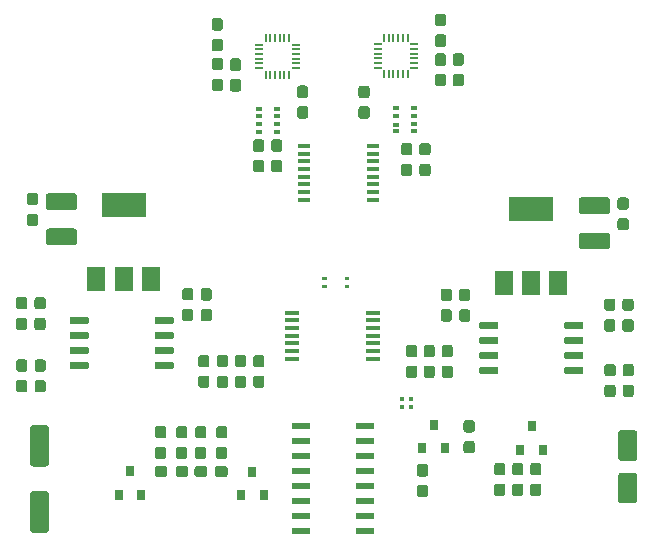
<source format=gbr>
%TF.GenerationSoftware,KiCad,Pcbnew,(5.1.0)-1*%
%TF.CreationDate,2020-12-18T13:58:53+02:00*%
%TF.ProjectId,Template,54656d70-6c61-4746-952e-6b696361645f,rev?*%
%TF.SameCoordinates,Original*%
%TF.FileFunction,Paste,Top*%
%TF.FilePolarity,Positive*%
%FSLAX46Y46*%
G04 Gerber Fmt 4.6, Leading zero omitted, Abs format (unit mm)*
G04 Created by KiCad (PCBNEW (5.1.0)-1) date 2020-12-18 13:58:53*
%MOMM*%
%LPD*%
G04 APERTURE LIST*
%ADD10R,1.200000X0.400000*%
%ADD11R,1.000000X0.400000*%
%ADD12C,0.100000*%
%ADD13C,0.950000*%
%ADD14R,0.800000X0.900000*%
%ADD15R,1.500000X2.000000*%
%ADD16R,3.800000X2.000000*%
%ADD17R,0.220000X0.640000*%
%ADD18R,0.640000X0.220000*%
%ADD19R,1.500000X0.600000*%
%ADD20R,0.500000X0.350000*%
%ADD21C,0.600000*%
%ADD22C,0.318000*%
%ADD23C,1.425000*%
%ADD24C,1.600000*%
G04 APERTURE END LIST*
D10*
%TO.C,U5*%
X118394600Y-82879200D03*
X118394600Y-83529200D03*
X118394600Y-84179200D03*
X118394600Y-84829200D03*
X118394600Y-85479200D03*
X118394600Y-86129200D03*
X118394600Y-86779200D03*
X111494600Y-86779200D03*
X111494600Y-86129200D03*
X111494600Y-85479200D03*
X111494600Y-84829200D03*
X111494600Y-84179200D03*
X111494600Y-83529200D03*
X111494600Y-82879200D03*
%TD*%
D11*
%TO.C,U2*%
X112564000Y-73320400D03*
X112564000Y-72670400D03*
X112564000Y-72020400D03*
X112564000Y-71370400D03*
X112564000Y-70720400D03*
X112564000Y-70070400D03*
X112564000Y-69420400D03*
X112564000Y-68770400D03*
X118364000Y-68770400D03*
X118364000Y-69420400D03*
X118364000Y-70070400D03*
X118364000Y-70720400D03*
X118364000Y-71370400D03*
X118364000Y-72020400D03*
X118364000Y-72670400D03*
X118364000Y-73320400D03*
%TD*%
D12*
%TO.C,R7*%
G36*
X104530779Y-82551144D02*
G01*
X104553834Y-82554563D01*
X104576443Y-82560227D01*
X104598387Y-82568079D01*
X104619457Y-82578044D01*
X104639448Y-82590026D01*
X104658168Y-82603910D01*
X104675438Y-82619562D01*
X104691090Y-82636832D01*
X104704974Y-82655552D01*
X104716956Y-82675543D01*
X104726921Y-82696613D01*
X104734773Y-82718557D01*
X104740437Y-82741166D01*
X104743856Y-82764221D01*
X104745000Y-82787500D01*
X104745000Y-83362500D01*
X104743856Y-83385779D01*
X104740437Y-83408834D01*
X104734773Y-83431443D01*
X104726921Y-83453387D01*
X104716956Y-83474457D01*
X104704974Y-83494448D01*
X104691090Y-83513168D01*
X104675438Y-83530438D01*
X104658168Y-83546090D01*
X104639448Y-83559974D01*
X104619457Y-83571956D01*
X104598387Y-83581921D01*
X104576443Y-83589773D01*
X104553834Y-83595437D01*
X104530779Y-83598856D01*
X104507500Y-83600000D01*
X104032500Y-83600000D01*
X104009221Y-83598856D01*
X103986166Y-83595437D01*
X103963557Y-83589773D01*
X103941613Y-83581921D01*
X103920543Y-83571956D01*
X103900552Y-83559974D01*
X103881832Y-83546090D01*
X103864562Y-83530438D01*
X103848910Y-83513168D01*
X103835026Y-83494448D01*
X103823044Y-83474457D01*
X103813079Y-83453387D01*
X103805227Y-83431443D01*
X103799563Y-83408834D01*
X103796144Y-83385779D01*
X103795000Y-83362500D01*
X103795000Y-82787500D01*
X103796144Y-82764221D01*
X103799563Y-82741166D01*
X103805227Y-82718557D01*
X103813079Y-82696613D01*
X103823044Y-82675543D01*
X103835026Y-82655552D01*
X103848910Y-82636832D01*
X103864562Y-82619562D01*
X103881832Y-82603910D01*
X103900552Y-82590026D01*
X103920543Y-82578044D01*
X103941613Y-82568079D01*
X103963557Y-82560227D01*
X103986166Y-82554563D01*
X104009221Y-82551144D01*
X104032500Y-82550000D01*
X104507500Y-82550000D01*
X104530779Y-82551144D01*
X104530779Y-82551144D01*
G37*
D13*
X104270000Y-83075000D03*
D12*
G36*
X104530779Y-80801144D02*
G01*
X104553834Y-80804563D01*
X104576443Y-80810227D01*
X104598387Y-80818079D01*
X104619457Y-80828044D01*
X104639448Y-80840026D01*
X104658168Y-80853910D01*
X104675438Y-80869562D01*
X104691090Y-80886832D01*
X104704974Y-80905552D01*
X104716956Y-80925543D01*
X104726921Y-80946613D01*
X104734773Y-80968557D01*
X104740437Y-80991166D01*
X104743856Y-81014221D01*
X104745000Y-81037500D01*
X104745000Y-81612500D01*
X104743856Y-81635779D01*
X104740437Y-81658834D01*
X104734773Y-81681443D01*
X104726921Y-81703387D01*
X104716956Y-81724457D01*
X104704974Y-81744448D01*
X104691090Y-81763168D01*
X104675438Y-81780438D01*
X104658168Y-81796090D01*
X104639448Y-81809974D01*
X104619457Y-81821956D01*
X104598387Y-81831921D01*
X104576443Y-81839773D01*
X104553834Y-81845437D01*
X104530779Y-81848856D01*
X104507500Y-81850000D01*
X104032500Y-81850000D01*
X104009221Y-81848856D01*
X103986166Y-81845437D01*
X103963557Y-81839773D01*
X103941613Y-81831921D01*
X103920543Y-81821956D01*
X103900552Y-81809974D01*
X103881832Y-81796090D01*
X103864562Y-81780438D01*
X103848910Y-81763168D01*
X103835026Y-81744448D01*
X103823044Y-81724457D01*
X103813079Y-81703387D01*
X103805227Y-81681443D01*
X103799563Y-81658834D01*
X103796144Y-81635779D01*
X103795000Y-81612500D01*
X103795000Y-81037500D01*
X103796144Y-81014221D01*
X103799563Y-80991166D01*
X103805227Y-80968557D01*
X103813079Y-80946613D01*
X103823044Y-80925543D01*
X103835026Y-80905552D01*
X103848910Y-80886832D01*
X103864562Y-80869562D01*
X103881832Y-80853910D01*
X103900552Y-80840026D01*
X103920543Y-80828044D01*
X103941613Y-80818079D01*
X103963557Y-80810227D01*
X103986166Y-80804563D01*
X104009221Y-80801144D01*
X104032500Y-80800000D01*
X104507500Y-80800000D01*
X104530779Y-80801144D01*
X104530779Y-80801144D01*
G37*
D13*
X104270000Y-81325000D03*
%TD*%
D14*
%TO.C,Q6*%
X97825000Y-96300000D03*
X98775000Y-98300000D03*
X96875000Y-98300000D03*
%TD*%
D12*
%TO.C,R28*%
G36*
X104060779Y-94226144D02*
G01*
X104083834Y-94229563D01*
X104106443Y-94235227D01*
X104128387Y-94243079D01*
X104149457Y-94253044D01*
X104169448Y-94265026D01*
X104188168Y-94278910D01*
X104205438Y-94294562D01*
X104221090Y-94311832D01*
X104234974Y-94330552D01*
X104246956Y-94350543D01*
X104256921Y-94371613D01*
X104264773Y-94393557D01*
X104270437Y-94416166D01*
X104273856Y-94439221D01*
X104275000Y-94462500D01*
X104275000Y-95037500D01*
X104273856Y-95060779D01*
X104270437Y-95083834D01*
X104264773Y-95106443D01*
X104256921Y-95128387D01*
X104246956Y-95149457D01*
X104234974Y-95169448D01*
X104221090Y-95188168D01*
X104205438Y-95205438D01*
X104188168Y-95221090D01*
X104169448Y-95234974D01*
X104149457Y-95246956D01*
X104128387Y-95256921D01*
X104106443Y-95264773D01*
X104083834Y-95270437D01*
X104060779Y-95273856D01*
X104037500Y-95275000D01*
X103562500Y-95275000D01*
X103539221Y-95273856D01*
X103516166Y-95270437D01*
X103493557Y-95264773D01*
X103471613Y-95256921D01*
X103450543Y-95246956D01*
X103430552Y-95234974D01*
X103411832Y-95221090D01*
X103394562Y-95205438D01*
X103378910Y-95188168D01*
X103365026Y-95169448D01*
X103353044Y-95149457D01*
X103343079Y-95128387D01*
X103335227Y-95106443D01*
X103329563Y-95083834D01*
X103326144Y-95060779D01*
X103325000Y-95037500D01*
X103325000Y-94462500D01*
X103326144Y-94439221D01*
X103329563Y-94416166D01*
X103335227Y-94393557D01*
X103343079Y-94371613D01*
X103353044Y-94350543D01*
X103365026Y-94330552D01*
X103378910Y-94311832D01*
X103394562Y-94294562D01*
X103411832Y-94278910D01*
X103430552Y-94265026D01*
X103450543Y-94253044D01*
X103471613Y-94243079D01*
X103493557Y-94235227D01*
X103516166Y-94229563D01*
X103539221Y-94226144D01*
X103562500Y-94225000D01*
X104037500Y-94225000D01*
X104060779Y-94226144D01*
X104060779Y-94226144D01*
G37*
D13*
X103800000Y-94750000D03*
D12*
G36*
X104060779Y-92476144D02*
G01*
X104083834Y-92479563D01*
X104106443Y-92485227D01*
X104128387Y-92493079D01*
X104149457Y-92503044D01*
X104169448Y-92515026D01*
X104188168Y-92528910D01*
X104205438Y-92544562D01*
X104221090Y-92561832D01*
X104234974Y-92580552D01*
X104246956Y-92600543D01*
X104256921Y-92621613D01*
X104264773Y-92643557D01*
X104270437Y-92666166D01*
X104273856Y-92689221D01*
X104275000Y-92712500D01*
X104275000Y-93287500D01*
X104273856Y-93310779D01*
X104270437Y-93333834D01*
X104264773Y-93356443D01*
X104256921Y-93378387D01*
X104246956Y-93399457D01*
X104234974Y-93419448D01*
X104221090Y-93438168D01*
X104205438Y-93455438D01*
X104188168Y-93471090D01*
X104169448Y-93484974D01*
X104149457Y-93496956D01*
X104128387Y-93506921D01*
X104106443Y-93514773D01*
X104083834Y-93520437D01*
X104060779Y-93523856D01*
X104037500Y-93525000D01*
X103562500Y-93525000D01*
X103539221Y-93523856D01*
X103516166Y-93520437D01*
X103493557Y-93514773D01*
X103471613Y-93506921D01*
X103450543Y-93496956D01*
X103430552Y-93484974D01*
X103411832Y-93471090D01*
X103394562Y-93455438D01*
X103378910Y-93438168D01*
X103365026Y-93419448D01*
X103353044Y-93399457D01*
X103343079Y-93378387D01*
X103335227Y-93356443D01*
X103329563Y-93333834D01*
X103326144Y-93310779D01*
X103325000Y-93287500D01*
X103325000Y-92712500D01*
X103326144Y-92689221D01*
X103329563Y-92666166D01*
X103335227Y-92643557D01*
X103343079Y-92621613D01*
X103353044Y-92600543D01*
X103365026Y-92580552D01*
X103378910Y-92561832D01*
X103394562Y-92544562D01*
X103411832Y-92528910D01*
X103430552Y-92515026D01*
X103450543Y-92503044D01*
X103471613Y-92493079D01*
X103493557Y-92485227D01*
X103516166Y-92479563D01*
X103539221Y-92476144D01*
X103562500Y-92475000D01*
X104037500Y-92475000D01*
X104060779Y-92476144D01*
X104060779Y-92476144D01*
G37*
D13*
X103800000Y-93000000D03*
%TD*%
D15*
%TO.C,Q1*%
X94966200Y-80054400D03*
X99566200Y-80054400D03*
X97266200Y-80054400D03*
D16*
X97266200Y-73754400D03*
%TD*%
D17*
%TO.C,U7*%
X119722120Y-59589700D03*
X120522120Y-59589700D03*
D18*
X118777120Y-60534700D03*
X118777120Y-60934700D03*
X118777120Y-60134700D03*
D17*
X119322120Y-59589700D03*
X120122120Y-59589700D03*
X120922120Y-59589700D03*
X121322120Y-59589700D03*
D18*
X121867120Y-60134700D03*
X121867120Y-60534700D03*
X121867120Y-60934700D03*
X121867120Y-61334700D03*
X121867120Y-61734700D03*
X121867120Y-62134700D03*
D17*
X121322120Y-62679700D03*
X120922120Y-62679700D03*
X120522120Y-62679700D03*
X120122120Y-62679700D03*
X119722120Y-62679700D03*
X119322120Y-62679700D03*
D18*
X118777120Y-62134700D03*
X118777120Y-61734700D03*
X118777120Y-61334700D03*
%TD*%
D12*
%TO.C,R25*%
G36*
X132432779Y-97353944D02*
G01*
X132455834Y-97357363D01*
X132478443Y-97363027D01*
X132500387Y-97370879D01*
X132521457Y-97380844D01*
X132541448Y-97392826D01*
X132560168Y-97406710D01*
X132577438Y-97422362D01*
X132593090Y-97439632D01*
X132606974Y-97458352D01*
X132618956Y-97478343D01*
X132628921Y-97499413D01*
X132636773Y-97521357D01*
X132642437Y-97543966D01*
X132645856Y-97567021D01*
X132647000Y-97590300D01*
X132647000Y-98165300D01*
X132645856Y-98188579D01*
X132642437Y-98211634D01*
X132636773Y-98234243D01*
X132628921Y-98256187D01*
X132618956Y-98277257D01*
X132606974Y-98297248D01*
X132593090Y-98315968D01*
X132577438Y-98333238D01*
X132560168Y-98348890D01*
X132541448Y-98362774D01*
X132521457Y-98374756D01*
X132500387Y-98384721D01*
X132478443Y-98392573D01*
X132455834Y-98398237D01*
X132432779Y-98401656D01*
X132409500Y-98402800D01*
X131934500Y-98402800D01*
X131911221Y-98401656D01*
X131888166Y-98398237D01*
X131865557Y-98392573D01*
X131843613Y-98384721D01*
X131822543Y-98374756D01*
X131802552Y-98362774D01*
X131783832Y-98348890D01*
X131766562Y-98333238D01*
X131750910Y-98315968D01*
X131737026Y-98297248D01*
X131725044Y-98277257D01*
X131715079Y-98256187D01*
X131707227Y-98234243D01*
X131701563Y-98211634D01*
X131698144Y-98188579D01*
X131697000Y-98165300D01*
X131697000Y-97590300D01*
X131698144Y-97567021D01*
X131701563Y-97543966D01*
X131707227Y-97521357D01*
X131715079Y-97499413D01*
X131725044Y-97478343D01*
X131737026Y-97458352D01*
X131750910Y-97439632D01*
X131766562Y-97422362D01*
X131783832Y-97406710D01*
X131802552Y-97392826D01*
X131822543Y-97380844D01*
X131843613Y-97370879D01*
X131865557Y-97363027D01*
X131888166Y-97357363D01*
X131911221Y-97353944D01*
X131934500Y-97352800D01*
X132409500Y-97352800D01*
X132432779Y-97353944D01*
X132432779Y-97353944D01*
G37*
D13*
X132172000Y-97877800D03*
D12*
G36*
X132432779Y-95603944D02*
G01*
X132455834Y-95607363D01*
X132478443Y-95613027D01*
X132500387Y-95620879D01*
X132521457Y-95630844D01*
X132541448Y-95642826D01*
X132560168Y-95656710D01*
X132577438Y-95672362D01*
X132593090Y-95689632D01*
X132606974Y-95708352D01*
X132618956Y-95728343D01*
X132628921Y-95749413D01*
X132636773Y-95771357D01*
X132642437Y-95793966D01*
X132645856Y-95817021D01*
X132647000Y-95840300D01*
X132647000Y-96415300D01*
X132645856Y-96438579D01*
X132642437Y-96461634D01*
X132636773Y-96484243D01*
X132628921Y-96506187D01*
X132618956Y-96527257D01*
X132606974Y-96547248D01*
X132593090Y-96565968D01*
X132577438Y-96583238D01*
X132560168Y-96598890D01*
X132541448Y-96612774D01*
X132521457Y-96624756D01*
X132500387Y-96634721D01*
X132478443Y-96642573D01*
X132455834Y-96648237D01*
X132432779Y-96651656D01*
X132409500Y-96652800D01*
X131934500Y-96652800D01*
X131911221Y-96651656D01*
X131888166Y-96648237D01*
X131865557Y-96642573D01*
X131843613Y-96634721D01*
X131822543Y-96624756D01*
X131802552Y-96612774D01*
X131783832Y-96598890D01*
X131766562Y-96583238D01*
X131750910Y-96565968D01*
X131737026Y-96547248D01*
X131725044Y-96527257D01*
X131715079Y-96506187D01*
X131707227Y-96484243D01*
X131701563Y-96461634D01*
X131698144Y-96438579D01*
X131697000Y-96415300D01*
X131697000Y-95840300D01*
X131698144Y-95817021D01*
X131701563Y-95793966D01*
X131707227Y-95771357D01*
X131715079Y-95749413D01*
X131725044Y-95728343D01*
X131737026Y-95708352D01*
X131750910Y-95689632D01*
X131766562Y-95672362D01*
X131783832Y-95656710D01*
X131802552Y-95642826D01*
X131822543Y-95630844D01*
X131843613Y-95620879D01*
X131865557Y-95613027D01*
X131888166Y-95607363D01*
X131911221Y-95603944D01*
X131934500Y-95602800D01*
X132409500Y-95602800D01*
X132432779Y-95603944D01*
X132432779Y-95603944D01*
G37*
D13*
X132172000Y-96127800D03*
%TD*%
D15*
%TO.C,Q2*%
X129486200Y-80394400D03*
X134086200Y-80394400D03*
X131786200Y-80394400D03*
D16*
X131786200Y-74094400D03*
%TD*%
D19*
%TO.C,U9*%
X117675000Y-92505000D03*
X117675000Y-93775000D03*
X117675000Y-95045000D03*
X117675000Y-96315000D03*
X117675000Y-97585000D03*
X117675000Y-98855000D03*
X117675000Y-100125000D03*
X117675000Y-101395000D03*
X112275000Y-101395000D03*
X112275000Y-100125000D03*
X112275000Y-98855000D03*
X112275000Y-97585000D03*
X112275000Y-96315000D03*
X112275000Y-95045000D03*
X112275000Y-93775000D03*
X112275000Y-92505000D03*
%TD*%
D12*
%TO.C,R32*%
G36*
X104330779Y-88201144D02*
G01*
X104353834Y-88204563D01*
X104376443Y-88210227D01*
X104398387Y-88218079D01*
X104419457Y-88228044D01*
X104439448Y-88240026D01*
X104458168Y-88253910D01*
X104475438Y-88269562D01*
X104491090Y-88286832D01*
X104504974Y-88305552D01*
X104516956Y-88325543D01*
X104526921Y-88346613D01*
X104534773Y-88368557D01*
X104540437Y-88391166D01*
X104543856Y-88414221D01*
X104545000Y-88437500D01*
X104545000Y-89012500D01*
X104543856Y-89035779D01*
X104540437Y-89058834D01*
X104534773Y-89081443D01*
X104526921Y-89103387D01*
X104516956Y-89124457D01*
X104504974Y-89144448D01*
X104491090Y-89163168D01*
X104475438Y-89180438D01*
X104458168Y-89196090D01*
X104439448Y-89209974D01*
X104419457Y-89221956D01*
X104398387Y-89231921D01*
X104376443Y-89239773D01*
X104353834Y-89245437D01*
X104330779Y-89248856D01*
X104307500Y-89250000D01*
X103832500Y-89250000D01*
X103809221Y-89248856D01*
X103786166Y-89245437D01*
X103763557Y-89239773D01*
X103741613Y-89231921D01*
X103720543Y-89221956D01*
X103700552Y-89209974D01*
X103681832Y-89196090D01*
X103664562Y-89180438D01*
X103648910Y-89163168D01*
X103635026Y-89144448D01*
X103623044Y-89124457D01*
X103613079Y-89103387D01*
X103605227Y-89081443D01*
X103599563Y-89058834D01*
X103596144Y-89035779D01*
X103595000Y-89012500D01*
X103595000Y-88437500D01*
X103596144Y-88414221D01*
X103599563Y-88391166D01*
X103605227Y-88368557D01*
X103613079Y-88346613D01*
X103623044Y-88325543D01*
X103635026Y-88305552D01*
X103648910Y-88286832D01*
X103664562Y-88269562D01*
X103681832Y-88253910D01*
X103700552Y-88240026D01*
X103720543Y-88228044D01*
X103741613Y-88218079D01*
X103763557Y-88210227D01*
X103786166Y-88204563D01*
X103809221Y-88201144D01*
X103832500Y-88200000D01*
X104307500Y-88200000D01*
X104330779Y-88201144D01*
X104330779Y-88201144D01*
G37*
D13*
X104070000Y-88725000D03*
D12*
G36*
X104330779Y-86451144D02*
G01*
X104353834Y-86454563D01*
X104376443Y-86460227D01*
X104398387Y-86468079D01*
X104419457Y-86478044D01*
X104439448Y-86490026D01*
X104458168Y-86503910D01*
X104475438Y-86519562D01*
X104491090Y-86536832D01*
X104504974Y-86555552D01*
X104516956Y-86575543D01*
X104526921Y-86596613D01*
X104534773Y-86618557D01*
X104540437Y-86641166D01*
X104543856Y-86664221D01*
X104545000Y-86687500D01*
X104545000Y-87262500D01*
X104543856Y-87285779D01*
X104540437Y-87308834D01*
X104534773Y-87331443D01*
X104526921Y-87353387D01*
X104516956Y-87374457D01*
X104504974Y-87394448D01*
X104491090Y-87413168D01*
X104475438Y-87430438D01*
X104458168Y-87446090D01*
X104439448Y-87459974D01*
X104419457Y-87471956D01*
X104398387Y-87481921D01*
X104376443Y-87489773D01*
X104353834Y-87495437D01*
X104330779Y-87498856D01*
X104307500Y-87500000D01*
X103832500Y-87500000D01*
X103809221Y-87498856D01*
X103786166Y-87495437D01*
X103763557Y-87489773D01*
X103741613Y-87481921D01*
X103720543Y-87471956D01*
X103700552Y-87459974D01*
X103681832Y-87446090D01*
X103664562Y-87430438D01*
X103648910Y-87413168D01*
X103635026Y-87394448D01*
X103623044Y-87374457D01*
X103613079Y-87353387D01*
X103605227Y-87331443D01*
X103599563Y-87308834D01*
X103596144Y-87285779D01*
X103595000Y-87262500D01*
X103595000Y-86687500D01*
X103596144Y-86664221D01*
X103599563Y-86641166D01*
X103605227Y-86618557D01*
X103613079Y-86596613D01*
X103623044Y-86575543D01*
X103635026Y-86555552D01*
X103648910Y-86536832D01*
X103664562Y-86519562D01*
X103681832Y-86503910D01*
X103700552Y-86490026D01*
X103720543Y-86478044D01*
X103741613Y-86468079D01*
X103763557Y-86460227D01*
X103786166Y-86454563D01*
X103809221Y-86451144D01*
X103832500Y-86450000D01*
X104307500Y-86450000D01*
X104330779Y-86451144D01*
X104330779Y-86451144D01*
G37*
D13*
X104070000Y-86975000D03*
%TD*%
D12*
%TO.C,C18*%
G36*
X102510779Y-95851144D02*
G01*
X102533834Y-95854563D01*
X102556443Y-95860227D01*
X102578387Y-95868079D01*
X102599457Y-95878044D01*
X102619448Y-95890026D01*
X102638168Y-95903910D01*
X102655438Y-95919562D01*
X102671090Y-95936832D01*
X102684974Y-95955552D01*
X102696956Y-95975543D01*
X102706921Y-95996613D01*
X102714773Y-96018557D01*
X102720437Y-96041166D01*
X102723856Y-96064221D01*
X102725000Y-96087500D01*
X102725000Y-96562500D01*
X102723856Y-96585779D01*
X102720437Y-96608834D01*
X102714773Y-96631443D01*
X102706921Y-96653387D01*
X102696956Y-96674457D01*
X102684974Y-96694448D01*
X102671090Y-96713168D01*
X102655438Y-96730438D01*
X102638168Y-96746090D01*
X102619448Y-96759974D01*
X102599457Y-96771956D01*
X102578387Y-96781921D01*
X102556443Y-96789773D01*
X102533834Y-96795437D01*
X102510779Y-96798856D01*
X102487500Y-96800000D01*
X101912500Y-96800000D01*
X101889221Y-96798856D01*
X101866166Y-96795437D01*
X101843557Y-96789773D01*
X101821613Y-96781921D01*
X101800543Y-96771956D01*
X101780552Y-96759974D01*
X101761832Y-96746090D01*
X101744562Y-96730438D01*
X101728910Y-96713168D01*
X101715026Y-96694448D01*
X101703044Y-96674457D01*
X101693079Y-96653387D01*
X101685227Y-96631443D01*
X101679563Y-96608834D01*
X101676144Y-96585779D01*
X101675000Y-96562500D01*
X101675000Y-96087500D01*
X101676144Y-96064221D01*
X101679563Y-96041166D01*
X101685227Y-96018557D01*
X101693079Y-95996613D01*
X101703044Y-95975543D01*
X101715026Y-95955552D01*
X101728910Y-95936832D01*
X101744562Y-95919562D01*
X101761832Y-95903910D01*
X101780552Y-95890026D01*
X101800543Y-95878044D01*
X101821613Y-95868079D01*
X101843557Y-95860227D01*
X101866166Y-95854563D01*
X101889221Y-95851144D01*
X101912500Y-95850000D01*
X102487500Y-95850000D01*
X102510779Y-95851144D01*
X102510779Y-95851144D01*
G37*
D13*
X102200000Y-96325000D03*
D12*
G36*
X100760779Y-95851144D02*
G01*
X100783834Y-95854563D01*
X100806443Y-95860227D01*
X100828387Y-95868079D01*
X100849457Y-95878044D01*
X100869448Y-95890026D01*
X100888168Y-95903910D01*
X100905438Y-95919562D01*
X100921090Y-95936832D01*
X100934974Y-95955552D01*
X100946956Y-95975543D01*
X100956921Y-95996613D01*
X100964773Y-96018557D01*
X100970437Y-96041166D01*
X100973856Y-96064221D01*
X100975000Y-96087500D01*
X100975000Y-96562500D01*
X100973856Y-96585779D01*
X100970437Y-96608834D01*
X100964773Y-96631443D01*
X100956921Y-96653387D01*
X100946956Y-96674457D01*
X100934974Y-96694448D01*
X100921090Y-96713168D01*
X100905438Y-96730438D01*
X100888168Y-96746090D01*
X100869448Y-96759974D01*
X100849457Y-96771956D01*
X100828387Y-96781921D01*
X100806443Y-96789773D01*
X100783834Y-96795437D01*
X100760779Y-96798856D01*
X100737500Y-96800000D01*
X100162500Y-96800000D01*
X100139221Y-96798856D01*
X100116166Y-96795437D01*
X100093557Y-96789773D01*
X100071613Y-96781921D01*
X100050543Y-96771956D01*
X100030552Y-96759974D01*
X100011832Y-96746090D01*
X99994562Y-96730438D01*
X99978910Y-96713168D01*
X99965026Y-96694448D01*
X99953044Y-96674457D01*
X99943079Y-96653387D01*
X99935227Y-96631443D01*
X99929563Y-96608834D01*
X99926144Y-96585779D01*
X99925000Y-96562500D01*
X99925000Y-96087500D01*
X99926144Y-96064221D01*
X99929563Y-96041166D01*
X99935227Y-96018557D01*
X99943079Y-95996613D01*
X99953044Y-95975543D01*
X99965026Y-95955552D01*
X99978910Y-95936832D01*
X99994562Y-95919562D01*
X100011832Y-95903910D01*
X100030552Y-95890026D01*
X100050543Y-95878044D01*
X100071613Y-95868079D01*
X100093557Y-95860227D01*
X100116166Y-95854563D01*
X100139221Y-95851144D01*
X100162500Y-95850000D01*
X100737500Y-95850000D01*
X100760779Y-95851144D01*
X100760779Y-95851144D01*
G37*
D13*
X100450000Y-96325000D03*
%TD*%
D12*
%TO.C,C17*%
G36*
X105860779Y-95851144D02*
G01*
X105883834Y-95854563D01*
X105906443Y-95860227D01*
X105928387Y-95868079D01*
X105949457Y-95878044D01*
X105969448Y-95890026D01*
X105988168Y-95903910D01*
X106005438Y-95919562D01*
X106021090Y-95936832D01*
X106034974Y-95955552D01*
X106046956Y-95975543D01*
X106056921Y-95996613D01*
X106064773Y-96018557D01*
X106070437Y-96041166D01*
X106073856Y-96064221D01*
X106075000Y-96087500D01*
X106075000Y-96562500D01*
X106073856Y-96585779D01*
X106070437Y-96608834D01*
X106064773Y-96631443D01*
X106056921Y-96653387D01*
X106046956Y-96674457D01*
X106034974Y-96694448D01*
X106021090Y-96713168D01*
X106005438Y-96730438D01*
X105988168Y-96746090D01*
X105969448Y-96759974D01*
X105949457Y-96771956D01*
X105928387Y-96781921D01*
X105906443Y-96789773D01*
X105883834Y-96795437D01*
X105860779Y-96798856D01*
X105837500Y-96800000D01*
X105262500Y-96800000D01*
X105239221Y-96798856D01*
X105216166Y-96795437D01*
X105193557Y-96789773D01*
X105171613Y-96781921D01*
X105150543Y-96771956D01*
X105130552Y-96759974D01*
X105111832Y-96746090D01*
X105094562Y-96730438D01*
X105078910Y-96713168D01*
X105065026Y-96694448D01*
X105053044Y-96674457D01*
X105043079Y-96653387D01*
X105035227Y-96631443D01*
X105029563Y-96608834D01*
X105026144Y-96585779D01*
X105025000Y-96562500D01*
X105025000Y-96087500D01*
X105026144Y-96064221D01*
X105029563Y-96041166D01*
X105035227Y-96018557D01*
X105043079Y-95996613D01*
X105053044Y-95975543D01*
X105065026Y-95955552D01*
X105078910Y-95936832D01*
X105094562Y-95919562D01*
X105111832Y-95903910D01*
X105130552Y-95890026D01*
X105150543Y-95878044D01*
X105171613Y-95868079D01*
X105193557Y-95860227D01*
X105216166Y-95854563D01*
X105239221Y-95851144D01*
X105262500Y-95850000D01*
X105837500Y-95850000D01*
X105860779Y-95851144D01*
X105860779Y-95851144D01*
G37*
D13*
X105550000Y-96325000D03*
D12*
G36*
X104110779Y-95851144D02*
G01*
X104133834Y-95854563D01*
X104156443Y-95860227D01*
X104178387Y-95868079D01*
X104199457Y-95878044D01*
X104219448Y-95890026D01*
X104238168Y-95903910D01*
X104255438Y-95919562D01*
X104271090Y-95936832D01*
X104284974Y-95955552D01*
X104296956Y-95975543D01*
X104306921Y-95996613D01*
X104314773Y-96018557D01*
X104320437Y-96041166D01*
X104323856Y-96064221D01*
X104325000Y-96087500D01*
X104325000Y-96562500D01*
X104323856Y-96585779D01*
X104320437Y-96608834D01*
X104314773Y-96631443D01*
X104306921Y-96653387D01*
X104296956Y-96674457D01*
X104284974Y-96694448D01*
X104271090Y-96713168D01*
X104255438Y-96730438D01*
X104238168Y-96746090D01*
X104219448Y-96759974D01*
X104199457Y-96771956D01*
X104178387Y-96781921D01*
X104156443Y-96789773D01*
X104133834Y-96795437D01*
X104110779Y-96798856D01*
X104087500Y-96800000D01*
X103512500Y-96800000D01*
X103489221Y-96798856D01*
X103466166Y-96795437D01*
X103443557Y-96789773D01*
X103421613Y-96781921D01*
X103400543Y-96771956D01*
X103380552Y-96759974D01*
X103361832Y-96746090D01*
X103344562Y-96730438D01*
X103328910Y-96713168D01*
X103315026Y-96694448D01*
X103303044Y-96674457D01*
X103293079Y-96653387D01*
X103285227Y-96631443D01*
X103279563Y-96608834D01*
X103276144Y-96585779D01*
X103275000Y-96562500D01*
X103275000Y-96087500D01*
X103276144Y-96064221D01*
X103279563Y-96041166D01*
X103285227Y-96018557D01*
X103293079Y-95996613D01*
X103303044Y-95975543D01*
X103315026Y-95955552D01*
X103328910Y-95936832D01*
X103344562Y-95919562D01*
X103361832Y-95903910D01*
X103380552Y-95890026D01*
X103400543Y-95878044D01*
X103421613Y-95868079D01*
X103443557Y-95860227D01*
X103466166Y-95854563D01*
X103489221Y-95851144D01*
X103512500Y-95850000D01*
X104087500Y-95850000D01*
X104110779Y-95851144D01*
X104110779Y-95851144D01*
G37*
D13*
X103800000Y-96325000D03*
%TD*%
D17*
%TO.C,U6*%
X109689120Y-59630340D03*
X110489120Y-59630340D03*
D18*
X108744120Y-60575340D03*
X108744120Y-60975340D03*
X108744120Y-60175340D03*
D17*
X109289120Y-59630340D03*
X110089120Y-59630340D03*
X110889120Y-59630340D03*
X111289120Y-59630340D03*
D18*
X111834120Y-60175340D03*
X111834120Y-60575340D03*
X111834120Y-60975340D03*
X111834120Y-61375340D03*
X111834120Y-61775340D03*
X111834120Y-62175340D03*
D17*
X111289120Y-62720340D03*
X110889120Y-62720340D03*
X110489120Y-62720340D03*
X110089120Y-62720340D03*
X109689120Y-62720340D03*
X109289120Y-62720340D03*
D18*
X108744120Y-62175340D03*
X108744120Y-61775340D03*
X108744120Y-61375340D03*
%TD*%
D20*
%TO.C,U8*%
X108720000Y-65615240D03*
X108720000Y-66265240D03*
X108720000Y-66915240D03*
X108720000Y-67565240D03*
X110270000Y-67565240D03*
X110270000Y-66915240D03*
X110270000Y-66188920D03*
X110270000Y-65615240D03*
%TD*%
D12*
%TO.C,U4*%
G36*
X136038203Y-83650722D02*
G01*
X136052764Y-83652882D01*
X136067043Y-83656459D01*
X136080903Y-83661418D01*
X136094210Y-83667712D01*
X136106836Y-83675280D01*
X136118659Y-83684048D01*
X136129566Y-83693934D01*
X136139452Y-83704841D01*
X136148220Y-83716664D01*
X136155788Y-83729290D01*
X136162082Y-83742597D01*
X136167041Y-83756457D01*
X136170618Y-83770736D01*
X136172778Y-83785297D01*
X136173500Y-83800000D01*
X136173500Y-84100000D01*
X136172778Y-84114703D01*
X136170618Y-84129264D01*
X136167041Y-84143543D01*
X136162082Y-84157403D01*
X136155788Y-84170710D01*
X136148220Y-84183336D01*
X136139452Y-84195159D01*
X136129566Y-84206066D01*
X136118659Y-84215952D01*
X136106836Y-84224720D01*
X136094210Y-84232288D01*
X136080903Y-84238582D01*
X136067043Y-84243541D01*
X136052764Y-84247118D01*
X136038203Y-84249278D01*
X136023500Y-84250000D01*
X134723500Y-84250000D01*
X134708797Y-84249278D01*
X134694236Y-84247118D01*
X134679957Y-84243541D01*
X134666097Y-84238582D01*
X134652790Y-84232288D01*
X134640164Y-84224720D01*
X134628341Y-84215952D01*
X134617434Y-84206066D01*
X134607548Y-84195159D01*
X134598780Y-84183336D01*
X134591212Y-84170710D01*
X134584918Y-84157403D01*
X134579959Y-84143543D01*
X134576382Y-84129264D01*
X134574222Y-84114703D01*
X134573500Y-84100000D01*
X134573500Y-83800000D01*
X134574222Y-83785297D01*
X134576382Y-83770736D01*
X134579959Y-83756457D01*
X134584918Y-83742597D01*
X134591212Y-83729290D01*
X134598780Y-83716664D01*
X134607548Y-83704841D01*
X134617434Y-83693934D01*
X134628341Y-83684048D01*
X134640164Y-83675280D01*
X134652790Y-83667712D01*
X134666097Y-83661418D01*
X134679957Y-83656459D01*
X134694236Y-83652882D01*
X134708797Y-83650722D01*
X134723500Y-83650000D01*
X136023500Y-83650000D01*
X136038203Y-83650722D01*
X136038203Y-83650722D01*
G37*
D21*
X135373500Y-83950000D03*
D12*
G36*
X136038203Y-84920722D02*
G01*
X136052764Y-84922882D01*
X136067043Y-84926459D01*
X136080903Y-84931418D01*
X136094210Y-84937712D01*
X136106836Y-84945280D01*
X136118659Y-84954048D01*
X136129566Y-84963934D01*
X136139452Y-84974841D01*
X136148220Y-84986664D01*
X136155788Y-84999290D01*
X136162082Y-85012597D01*
X136167041Y-85026457D01*
X136170618Y-85040736D01*
X136172778Y-85055297D01*
X136173500Y-85070000D01*
X136173500Y-85370000D01*
X136172778Y-85384703D01*
X136170618Y-85399264D01*
X136167041Y-85413543D01*
X136162082Y-85427403D01*
X136155788Y-85440710D01*
X136148220Y-85453336D01*
X136139452Y-85465159D01*
X136129566Y-85476066D01*
X136118659Y-85485952D01*
X136106836Y-85494720D01*
X136094210Y-85502288D01*
X136080903Y-85508582D01*
X136067043Y-85513541D01*
X136052764Y-85517118D01*
X136038203Y-85519278D01*
X136023500Y-85520000D01*
X134723500Y-85520000D01*
X134708797Y-85519278D01*
X134694236Y-85517118D01*
X134679957Y-85513541D01*
X134666097Y-85508582D01*
X134652790Y-85502288D01*
X134640164Y-85494720D01*
X134628341Y-85485952D01*
X134617434Y-85476066D01*
X134607548Y-85465159D01*
X134598780Y-85453336D01*
X134591212Y-85440710D01*
X134584918Y-85427403D01*
X134579959Y-85413543D01*
X134576382Y-85399264D01*
X134574222Y-85384703D01*
X134573500Y-85370000D01*
X134573500Y-85070000D01*
X134574222Y-85055297D01*
X134576382Y-85040736D01*
X134579959Y-85026457D01*
X134584918Y-85012597D01*
X134591212Y-84999290D01*
X134598780Y-84986664D01*
X134607548Y-84974841D01*
X134617434Y-84963934D01*
X134628341Y-84954048D01*
X134640164Y-84945280D01*
X134652790Y-84937712D01*
X134666097Y-84931418D01*
X134679957Y-84926459D01*
X134694236Y-84922882D01*
X134708797Y-84920722D01*
X134723500Y-84920000D01*
X136023500Y-84920000D01*
X136038203Y-84920722D01*
X136038203Y-84920722D01*
G37*
D21*
X135373500Y-85220000D03*
D12*
G36*
X136038203Y-86190722D02*
G01*
X136052764Y-86192882D01*
X136067043Y-86196459D01*
X136080903Y-86201418D01*
X136094210Y-86207712D01*
X136106836Y-86215280D01*
X136118659Y-86224048D01*
X136129566Y-86233934D01*
X136139452Y-86244841D01*
X136148220Y-86256664D01*
X136155788Y-86269290D01*
X136162082Y-86282597D01*
X136167041Y-86296457D01*
X136170618Y-86310736D01*
X136172778Y-86325297D01*
X136173500Y-86340000D01*
X136173500Y-86640000D01*
X136172778Y-86654703D01*
X136170618Y-86669264D01*
X136167041Y-86683543D01*
X136162082Y-86697403D01*
X136155788Y-86710710D01*
X136148220Y-86723336D01*
X136139452Y-86735159D01*
X136129566Y-86746066D01*
X136118659Y-86755952D01*
X136106836Y-86764720D01*
X136094210Y-86772288D01*
X136080903Y-86778582D01*
X136067043Y-86783541D01*
X136052764Y-86787118D01*
X136038203Y-86789278D01*
X136023500Y-86790000D01*
X134723500Y-86790000D01*
X134708797Y-86789278D01*
X134694236Y-86787118D01*
X134679957Y-86783541D01*
X134666097Y-86778582D01*
X134652790Y-86772288D01*
X134640164Y-86764720D01*
X134628341Y-86755952D01*
X134617434Y-86746066D01*
X134607548Y-86735159D01*
X134598780Y-86723336D01*
X134591212Y-86710710D01*
X134584918Y-86697403D01*
X134579959Y-86683543D01*
X134576382Y-86669264D01*
X134574222Y-86654703D01*
X134573500Y-86640000D01*
X134573500Y-86340000D01*
X134574222Y-86325297D01*
X134576382Y-86310736D01*
X134579959Y-86296457D01*
X134584918Y-86282597D01*
X134591212Y-86269290D01*
X134598780Y-86256664D01*
X134607548Y-86244841D01*
X134617434Y-86233934D01*
X134628341Y-86224048D01*
X134640164Y-86215280D01*
X134652790Y-86207712D01*
X134666097Y-86201418D01*
X134679957Y-86196459D01*
X134694236Y-86192882D01*
X134708797Y-86190722D01*
X134723500Y-86190000D01*
X136023500Y-86190000D01*
X136038203Y-86190722D01*
X136038203Y-86190722D01*
G37*
D21*
X135373500Y-86490000D03*
D12*
G36*
X136038203Y-87460722D02*
G01*
X136052764Y-87462882D01*
X136067043Y-87466459D01*
X136080903Y-87471418D01*
X136094210Y-87477712D01*
X136106836Y-87485280D01*
X136118659Y-87494048D01*
X136129566Y-87503934D01*
X136139452Y-87514841D01*
X136148220Y-87526664D01*
X136155788Y-87539290D01*
X136162082Y-87552597D01*
X136167041Y-87566457D01*
X136170618Y-87580736D01*
X136172778Y-87595297D01*
X136173500Y-87610000D01*
X136173500Y-87910000D01*
X136172778Y-87924703D01*
X136170618Y-87939264D01*
X136167041Y-87953543D01*
X136162082Y-87967403D01*
X136155788Y-87980710D01*
X136148220Y-87993336D01*
X136139452Y-88005159D01*
X136129566Y-88016066D01*
X136118659Y-88025952D01*
X136106836Y-88034720D01*
X136094210Y-88042288D01*
X136080903Y-88048582D01*
X136067043Y-88053541D01*
X136052764Y-88057118D01*
X136038203Y-88059278D01*
X136023500Y-88060000D01*
X134723500Y-88060000D01*
X134708797Y-88059278D01*
X134694236Y-88057118D01*
X134679957Y-88053541D01*
X134666097Y-88048582D01*
X134652790Y-88042288D01*
X134640164Y-88034720D01*
X134628341Y-88025952D01*
X134617434Y-88016066D01*
X134607548Y-88005159D01*
X134598780Y-87993336D01*
X134591212Y-87980710D01*
X134584918Y-87967403D01*
X134579959Y-87953543D01*
X134576382Y-87939264D01*
X134574222Y-87924703D01*
X134573500Y-87910000D01*
X134573500Y-87610000D01*
X134574222Y-87595297D01*
X134576382Y-87580736D01*
X134579959Y-87566457D01*
X134584918Y-87552597D01*
X134591212Y-87539290D01*
X134598780Y-87526664D01*
X134607548Y-87514841D01*
X134617434Y-87503934D01*
X134628341Y-87494048D01*
X134640164Y-87485280D01*
X134652790Y-87477712D01*
X134666097Y-87471418D01*
X134679957Y-87466459D01*
X134694236Y-87462882D01*
X134708797Y-87460722D01*
X134723500Y-87460000D01*
X136023500Y-87460000D01*
X136038203Y-87460722D01*
X136038203Y-87460722D01*
G37*
D21*
X135373500Y-87760000D03*
D12*
G36*
X128838203Y-87460722D02*
G01*
X128852764Y-87462882D01*
X128867043Y-87466459D01*
X128880903Y-87471418D01*
X128894210Y-87477712D01*
X128906836Y-87485280D01*
X128918659Y-87494048D01*
X128929566Y-87503934D01*
X128939452Y-87514841D01*
X128948220Y-87526664D01*
X128955788Y-87539290D01*
X128962082Y-87552597D01*
X128967041Y-87566457D01*
X128970618Y-87580736D01*
X128972778Y-87595297D01*
X128973500Y-87610000D01*
X128973500Y-87910000D01*
X128972778Y-87924703D01*
X128970618Y-87939264D01*
X128967041Y-87953543D01*
X128962082Y-87967403D01*
X128955788Y-87980710D01*
X128948220Y-87993336D01*
X128939452Y-88005159D01*
X128929566Y-88016066D01*
X128918659Y-88025952D01*
X128906836Y-88034720D01*
X128894210Y-88042288D01*
X128880903Y-88048582D01*
X128867043Y-88053541D01*
X128852764Y-88057118D01*
X128838203Y-88059278D01*
X128823500Y-88060000D01*
X127523500Y-88060000D01*
X127508797Y-88059278D01*
X127494236Y-88057118D01*
X127479957Y-88053541D01*
X127466097Y-88048582D01*
X127452790Y-88042288D01*
X127440164Y-88034720D01*
X127428341Y-88025952D01*
X127417434Y-88016066D01*
X127407548Y-88005159D01*
X127398780Y-87993336D01*
X127391212Y-87980710D01*
X127384918Y-87967403D01*
X127379959Y-87953543D01*
X127376382Y-87939264D01*
X127374222Y-87924703D01*
X127373500Y-87910000D01*
X127373500Y-87610000D01*
X127374222Y-87595297D01*
X127376382Y-87580736D01*
X127379959Y-87566457D01*
X127384918Y-87552597D01*
X127391212Y-87539290D01*
X127398780Y-87526664D01*
X127407548Y-87514841D01*
X127417434Y-87503934D01*
X127428341Y-87494048D01*
X127440164Y-87485280D01*
X127452790Y-87477712D01*
X127466097Y-87471418D01*
X127479957Y-87466459D01*
X127494236Y-87462882D01*
X127508797Y-87460722D01*
X127523500Y-87460000D01*
X128823500Y-87460000D01*
X128838203Y-87460722D01*
X128838203Y-87460722D01*
G37*
D21*
X128173500Y-87760000D03*
D12*
G36*
X128838203Y-86190722D02*
G01*
X128852764Y-86192882D01*
X128867043Y-86196459D01*
X128880903Y-86201418D01*
X128894210Y-86207712D01*
X128906836Y-86215280D01*
X128918659Y-86224048D01*
X128929566Y-86233934D01*
X128939452Y-86244841D01*
X128948220Y-86256664D01*
X128955788Y-86269290D01*
X128962082Y-86282597D01*
X128967041Y-86296457D01*
X128970618Y-86310736D01*
X128972778Y-86325297D01*
X128973500Y-86340000D01*
X128973500Y-86640000D01*
X128972778Y-86654703D01*
X128970618Y-86669264D01*
X128967041Y-86683543D01*
X128962082Y-86697403D01*
X128955788Y-86710710D01*
X128948220Y-86723336D01*
X128939452Y-86735159D01*
X128929566Y-86746066D01*
X128918659Y-86755952D01*
X128906836Y-86764720D01*
X128894210Y-86772288D01*
X128880903Y-86778582D01*
X128867043Y-86783541D01*
X128852764Y-86787118D01*
X128838203Y-86789278D01*
X128823500Y-86790000D01*
X127523500Y-86790000D01*
X127508797Y-86789278D01*
X127494236Y-86787118D01*
X127479957Y-86783541D01*
X127466097Y-86778582D01*
X127452790Y-86772288D01*
X127440164Y-86764720D01*
X127428341Y-86755952D01*
X127417434Y-86746066D01*
X127407548Y-86735159D01*
X127398780Y-86723336D01*
X127391212Y-86710710D01*
X127384918Y-86697403D01*
X127379959Y-86683543D01*
X127376382Y-86669264D01*
X127374222Y-86654703D01*
X127373500Y-86640000D01*
X127373500Y-86340000D01*
X127374222Y-86325297D01*
X127376382Y-86310736D01*
X127379959Y-86296457D01*
X127384918Y-86282597D01*
X127391212Y-86269290D01*
X127398780Y-86256664D01*
X127407548Y-86244841D01*
X127417434Y-86233934D01*
X127428341Y-86224048D01*
X127440164Y-86215280D01*
X127452790Y-86207712D01*
X127466097Y-86201418D01*
X127479957Y-86196459D01*
X127494236Y-86192882D01*
X127508797Y-86190722D01*
X127523500Y-86190000D01*
X128823500Y-86190000D01*
X128838203Y-86190722D01*
X128838203Y-86190722D01*
G37*
D21*
X128173500Y-86490000D03*
D12*
G36*
X128838203Y-84920722D02*
G01*
X128852764Y-84922882D01*
X128867043Y-84926459D01*
X128880903Y-84931418D01*
X128894210Y-84937712D01*
X128906836Y-84945280D01*
X128918659Y-84954048D01*
X128929566Y-84963934D01*
X128939452Y-84974841D01*
X128948220Y-84986664D01*
X128955788Y-84999290D01*
X128962082Y-85012597D01*
X128967041Y-85026457D01*
X128970618Y-85040736D01*
X128972778Y-85055297D01*
X128973500Y-85070000D01*
X128973500Y-85370000D01*
X128972778Y-85384703D01*
X128970618Y-85399264D01*
X128967041Y-85413543D01*
X128962082Y-85427403D01*
X128955788Y-85440710D01*
X128948220Y-85453336D01*
X128939452Y-85465159D01*
X128929566Y-85476066D01*
X128918659Y-85485952D01*
X128906836Y-85494720D01*
X128894210Y-85502288D01*
X128880903Y-85508582D01*
X128867043Y-85513541D01*
X128852764Y-85517118D01*
X128838203Y-85519278D01*
X128823500Y-85520000D01*
X127523500Y-85520000D01*
X127508797Y-85519278D01*
X127494236Y-85517118D01*
X127479957Y-85513541D01*
X127466097Y-85508582D01*
X127452790Y-85502288D01*
X127440164Y-85494720D01*
X127428341Y-85485952D01*
X127417434Y-85476066D01*
X127407548Y-85465159D01*
X127398780Y-85453336D01*
X127391212Y-85440710D01*
X127384918Y-85427403D01*
X127379959Y-85413543D01*
X127376382Y-85399264D01*
X127374222Y-85384703D01*
X127373500Y-85370000D01*
X127373500Y-85070000D01*
X127374222Y-85055297D01*
X127376382Y-85040736D01*
X127379959Y-85026457D01*
X127384918Y-85012597D01*
X127391212Y-84999290D01*
X127398780Y-84986664D01*
X127407548Y-84974841D01*
X127417434Y-84963934D01*
X127428341Y-84954048D01*
X127440164Y-84945280D01*
X127452790Y-84937712D01*
X127466097Y-84931418D01*
X127479957Y-84926459D01*
X127494236Y-84922882D01*
X127508797Y-84920722D01*
X127523500Y-84920000D01*
X128823500Y-84920000D01*
X128838203Y-84920722D01*
X128838203Y-84920722D01*
G37*
D21*
X128173500Y-85220000D03*
D12*
G36*
X128838203Y-83650722D02*
G01*
X128852764Y-83652882D01*
X128867043Y-83656459D01*
X128880903Y-83661418D01*
X128894210Y-83667712D01*
X128906836Y-83675280D01*
X128918659Y-83684048D01*
X128929566Y-83693934D01*
X128939452Y-83704841D01*
X128948220Y-83716664D01*
X128955788Y-83729290D01*
X128962082Y-83742597D01*
X128967041Y-83756457D01*
X128970618Y-83770736D01*
X128972778Y-83785297D01*
X128973500Y-83800000D01*
X128973500Y-84100000D01*
X128972778Y-84114703D01*
X128970618Y-84129264D01*
X128967041Y-84143543D01*
X128962082Y-84157403D01*
X128955788Y-84170710D01*
X128948220Y-84183336D01*
X128939452Y-84195159D01*
X128929566Y-84206066D01*
X128918659Y-84215952D01*
X128906836Y-84224720D01*
X128894210Y-84232288D01*
X128880903Y-84238582D01*
X128867043Y-84243541D01*
X128852764Y-84247118D01*
X128838203Y-84249278D01*
X128823500Y-84250000D01*
X127523500Y-84250000D01*
X127508797Y-84249278D01*
X127494236Y-84247118D01*
X127479957Y-84243541D01*
X127466097Y-84238582D01*
X127452790Y-84232288D01*
X127440164Y-84224720D01*
X127428341Y-84215952D01*
X127417434Y-84206066D01*
X127407548Y-84195159D01*
X127398780Y-84183336D01*
X127391212Y-84170710D01*
X127384918Y-84157403D01*
X127379959Y-84143543D01*
X127376382Y-84129264D01*
X127374222Y-84114703D01*
X127373500Y-84100000D01*
X127373500Y-83800000D01*
X127374222Y-83785297D01*
X127376382Y-83770736D01*
X127379959Y-83756457D01*
X127384918Y-83742597D01*
X127391212Y-83729290D01*
X127398780Y-83716664D01*
X127407548Y-83704841D01*
X127417434Y-83693934D01*
X127428341Y-83684048D01*
X127440164Y-83675280D01*
X127452790Y-83667712D01*
X127466097Y-83661418D01*
X127479957Y-83656459D01*
X127494236Y-83652882D01*
X127508797Y-83650722D01*
X127523500Y-83650000D01*
X128823500Y-83650000D01*
X128838203Y-83650722D01*
X128838203Y-83650722D01*
G37*
D21*
X128173500Y-83950000D03*
%TD*%
D20*
%TO.C,U3*%
X121872720Y-67529680D03*
X121872720Y-66879680D03*
X121872720Y-66229680D03*
X121872720Y-65579680D03*
X120322720Y-65579680D03*
X120322720Y-66229680D03*
X120322720Y-66956000D03*
X120322720Y-67529680D03*
%TD*%
D12*
%TO.C,U1*%
G36*
X94178503Y-87044522D02*
G01*
X94193064Y-87046682D01*
X94207343Y-87050259D01*
X94221203Y-87055218D01*
X94234510Y-87061512D01*
X94247136Y-87069080D01*
X94258959Y-87077848D01*
X94269866Y-87087734D01*
X94279752Y-87098641D01*
X94288520Y-87110464D01*
X94296088Y-87123090D01*
X94302382Y-87136397D01*
X94307341Y-87150257D01*
X94310918Y-87164536D01*
X94313078Y-87179097D01*
X94313800Y-87193800D01*
X94313800Y-87493800D01*
X94313078Y-87508503D01*
X94310918Y-87523064D01*
X94307341Y-87537343D01*
X94302382Y-87551203D01*
X94296088Y-87564510D01*
X94288520Y-87577136D01*
X94279752Y-87588959D01*
X94269866Y-87599866D01*
X94258959Y-87609752D01*
X94247136Y-87618520D01*
X94234510Y-87626088D01*
X94221203Y-87632382D01*
X94207343Y-87637341D01*
X94193064Y-87640918D01*
X94178503Y-87643078D01*
X94163800Y-87643800D01*
X92863800Y-87643800D01*
X92849097Y-87643078D01*
X92834536Y-87640918D01*
X92820257Y-87637341D01*
X92806397Y-87632382D01*
X92793090Y-87626088D01*
X92780464Y-87618520D01*
X92768641Y-87609752D01*
X92757734Y-87599866D01*
X92747848Y-87588959D01*
X92739080Y-87577136D01*
X92731512Y-87564510D01*
X92725218Y-87551203D01*
X92720259Y-87537343D01*
X92716682Y-87523064D01*
X92714522Y-87508503D01*
X92713800Y-87493800D01*
X92713800Y-87193800D01*
X92714522Y-87179097D01*
X92716682Y-87164536D01*
X92720259Y-87150257D01*
X92725218Y-87136397D01*
X92731512Y-87123090D01*
X92739080Y-87110464D01*
X92747848Y-87098641D01*
X92757734Y-87087734D01*
X92768641Y-87077848D01*
X92780464Y-87069080D01*
X92793090Y-87061512D01*
X92806397Y-87055218D01*
X92820257Y-87050259D01*
X92834536Y-87046682D01*
X92849097Y-87044522D01*
X92863800Y-87043800D01*
X94163800Y-87043800D01*
X94178503Y-87044522D01*
X94178503Y-87044522D01*
G37*
D21*
X93513800Y-87343800D03*
D12*
G36*
X94178503Y-85774522D02*
G01*
X94193064Y-85776682D01*
X94207343Y-85780259D01*
X94221203Y-85785218D01*
X94234510Y-85791512D01*
X94247136Y-85799080D01*
X94258959Y-85807848D01*
X94269866Y-85817734D01*
X94279752Y-85828641D01*
X94288520Y-85840464D01*
X94296088Y-85853090D01*
X94302382Y-85866397D01*
X94307341Y-85880257D01*
X94310918Y-85894536D01*
X94313078Y-85909097D01*
X94313800Y-85923800D01*
X94313800Y-86223800D01*
X94313078Y-86238503D01*
X94310918Y-86253064D01*
X94307341Y-86267343D01*
X94302382Y-86281203D01*
X94296088Y-86294510D01*
X94288520Y-86307136D01*
X94279752Y-86318959D01*
X94269866Y-86329866D01*
X94258959Y-86339752D01*
X94247136Y-86348520D01*
X94234510Y-86356088D01*
X94221203Y-86362382D01*
X94207343Y-86367341D01*
X94193064Y-86370918D01*
X94178503Y-86373078D01*
X94163800Y-86373800D01*
X92863800Y-86373800D01*
X92849097Y-86373078D01*
X92834536Y-86370918D01*
X92820257Y-86367341D01*
X92806397Y-86362382D01*
X92793090Y-86356088D01*
X92780464Y-86348520D01*
X92768641Y-86339752D01*
X92757734Y-86329866D01*
X92747848Y-86318959D01*
X92739080Y-86307136D01*
X92731512Y-86294510D01*
X92725218Y-86281203D01*
X92720259Y-86267343D01*
X92716682Y-86253064D01*
X92714522Y-86238503D01*
X92713800Y-86223800D01*
X92713800Y-85923800D01*
X92714522Y-85909097D01*
X92716682Y-85894536D01*
X92720259Y-85880257D01*
X92725218Y-85866397D01*
X92731512Y-85853090D01*
X92739080Y-85840464D01*
X92747848Y-85828641D01*
X92757734Y-85817734D01*
X92768641Y-85807848D01*
X92780464Y-85799080D01*
X92793090Y-85791512D01*
X92806397Y-85785218D01*
X92820257Y-85780259D01*
X92834536Y-85776682D01*
X92849097Y-85774522D01*
X92863800Y-85773800D01*
X94163800Y-85773800D01*
X94178503Y-85774522D01*
X94178503Y-85774522D01*
G37*
D21*
X93513800Y-86073800D03*
D12*
G36*
X94178503Y-84504522D02*
G01*
X94193064Y-84506682D01*
X94207343Y-84510259D01*
X94221203Y-84515218D01*
X94234510Y-84521512D01*
X94247136Y-84529080D01*
X94258959Y-84537848D01*
X94269866Y-84547734D01*
X94279752Y-84558641D01*
X94288520Y-84570464D01*
X94296088Y-84583090D01*
X94302382Y-84596397D01*
X94307341Y-84610257D01*
X94310918Y-84624536D01*
X94313078Y-84639097D01*
X94313800Y-84653800D01*
X94313800Y-84953800D01*
X94313078Y-84968503D01*
X94310918Y-84983064D01*
X94307341Y-84997343D01*
X94302382Y-85011203D01*
X94296088Y-85024510D01*
X94288520Y-85037136D01*
X94279752Y-85048959D01*
X94269866Y-85059866D01*
X94258959Y-85069752D01*
X94247136Y-85078520D01*
X94234510Y-85086088D01*
X94221203Y-85092382D01*
X94207343Y-85097341D01*
X94193064Y-85100918D01*
X94178503Y-85103078D01*
X94163800Y-85103800D01*
X92863800Y-85103800D01*
X92849097Y-85103078D01*
X92834536Y-85100918D01*
X92820257Y-85097341D01*
X92806397Y-85092382D01*
X92793090Y-85086088D01*
X92780464Y-85078520D01*
X92768641Y-85069752D01*
X92757734Y-85059866D01*
X92747848Y-85048959D01*
X92739080Y-85037136D01*
X92731512Y-85024510D01*
X92725218Y-85011203D01*
X92720259Y-84997343D01*
X92716682Y-84983064D01*
X92714522Y-84968503D01*
X92713800Y-84953800D01*
X92713800Y-84653800D01*
X92714522Y-84639097D01*
X92716682Y-84624536D01*
X92720259Y-84610257D01*
X92725218Y-84596397D01*
X92731512Y-84583090D01*
X92739080Y-84570464D01*
X92747848Y-84558641D01*
X92757734Y-84547734D01*
X92768641Y-84537848D01*
X92780464Y-84529080D01*
X92793090Y-84521512D01*
X92806397Y-84515218D01*
X92820257Y-84510259D01*
X92834536Y-84506682D01*
X92849097Y-84504522D01*
X92863800Y-84503800D01*
X94163800Y-84503800D01*
X94178503Y-84504522D01*
X94178503Y-84504522D01*
G37*
D21*
X93513800Y-84803800D03*
D12*
G36*
X94178503Y-83234522D02*
G01*
X94193064Y-83236682D01*
X94207343Y-83240259D01*
X94221203Y-83245218D01*
X94234510Y-83251512D01*
X94247136Y-83259080D01*
X94258959Y-83267848D01*
X94269866Y-83277734D01*
X94279752Y-83288641D01*
X94288520Y-83300464D01*
X94296088Y-83313090D01*
X94302382Y-83326397D01*
X94307341Y-83340257D01*
X94310918Y-83354536D01*
X94313078Y-83369097D01*
X94313800Y-83383800D01*
X94313800Y-83683800D01*
X94313078Y-83698503D01*
X94310918Y-83713064D01*
X94307341Y-83727343D01*
X94302382Y-83741203D01*
X94296088Y-83754510D01*
X94288520Y-83767136D01*
X94279752Y-83778959D01*
X94269866Y-83789866D01*
X94258959Y-83799752D01*
X94247136Y-83808520D01*
X94234510Y-83816088D01*
X94221203Y-83822382D01*
X94207343Y-83827341D01*
X94193064Y-83830918D01*
X94178503Y-83833078D01*
X94163800Y-83833800D01*
X92863800Y-83833800D01*
X92849097Y-83833078D01*
X92834536Y-83830918D01*
X92820257Y-83827341D01*
X92806397Y-83822382D01*
X92793090Y-83816088D01*
X92780464Y-83808520D01*
X92768641Y-83799752D01*
X92757734Y-83789866D01*
X92747848Y-83778959D01*
X92739080Y-83767136D01*
X92731512Y-83754510D01*
X92725218Y-83741203D01*
X92720259Y-83727343D01*
X92716682Y-83713064D01*
X92714522Y-83698503D01*
X92713800Y-83683800D01*
X92713800Y-83383800D01*
X92714522Y-83369097D01*
X92716682Y-83354536D01*
X92720259Y-83340257D01*
X92725218Y-83326397D01*
X92731512Y-83313090D01*
X92739080Y-83300464D01*
X92747848Y-83288641D01*
X92757734Y-83277734D01*
X92768641Y-83267848D01*
X92780464Y-83259080D01*
X92793090Y-83251512D01*
X92806397Y-83245218D01*
X92820257Y-83240259D01*
X92834536Y-83236682D01*
X92849097Y-83234522D01*
X92863800Y-83233800D01*
X94163800Y-83233800D01*
X94178503Y-83234522D01*
X94178503Y-83234522D01*
G37*
D21*
X93513800Y-83533800D03*
D12*
G36*
X101378503Y-83234522D02*
G01*
X101393064Y-83236682D01*
X101407343Y-83240259D01*
X101421203Y-83245218D01*
X101434510Y-83251512D01*
X101447136Y-83259080D01*
X101458959Y-83267848D01*
X101469866Y-83277734D01*
X101479752Y-83288641D01*
X101488520Y-83300464D01*
X101496088Y-83313090D01*
X101502382Y-83326397D01*
X101507341Y-83340257D01*
X101510918Y-83354536D01*
X101513078Y-83369097D01*
X101513800Y-83383800D01*
X101513800Y-83683800D01*
X101513078Y-83698503D01*
X101510918Y-83713064D01*
X101507341Y-83727343D01*
X101502382Y-83741203D01*
X101496088Y-83754510D01*
X101488520Y-83767136D01*
X101479752Y-83778959D01*
X101469866Y-83789866D01*
X101458959Y-83799752D01*
X101447136Y-83808520D01*
X101434510Y-83816088D01*
X101421203Y-83822382D01*
X101407343Y-83827341D01*
X101393064Y-83830918D01*
X101378503Y-83833078D01*
X101363800Y-83833800D01*
X100063800Y-83833800D01*
X100049097Y-83833078D01*
X100034536Y-83830918D01*
X100020257Y-83827341D01*
X100006397Y-83822382D01*
X99993090Y-83816088D01*
X99980464Y-83808520D01*
X99968641Y-83799752D01*
X99957734Y-83789866D01*
X99947848Y-83778959D01*
X99939080Y-83767136D01*
X99931512Y-83754510D01*
X99925218Y-83741203D01*
X99920259Y-83727343D01*
X99916682Y-83713064D01*
X99914522Y-83698503D01*
X99913800Y-83683800D01*
X99913800Y-83383800D01*
X99914522Y-83369097D01*
X99916682Y-83354536D01*
X99920259Y-83340257D01*
X99925218Y-83326397D01*
X99931512Y-83313090D01*
X99939080Y-83300464D01*
X99947848Y-83288641D01*
X99957734Y-83277734D01*
X99968641Y-83267848D01*
X99980464Y-83259080D01*
X99993090Y-83251512D01*
X100006397Y-83245218D01*
X100020257Y-83240259D01*
X100034536Y-83236682D01*
X100049097Y-83234522D01*
X100063800Y-83233800D01*
X101363800Y-83233800D01*
X101378503Y-83234522D01*
X101378503Y-83234522D01*
G37*
D21*
X100713800Y-83533800D03*
D12*
G36*
X101378503Y-84504522D02*
G01*
X101393064Y-84506682D01*
X101407343Y-84510259D01*
X101421203Y-84515218D01*
X101434510Y-84521512D01*
X101447136Y-84529080D01*
X101458959Y-84537848D01*
X101469866Y-84547734D01*
X101479752Y-84558641D01*
X101488520Y-84570464D01*
X101496088Y-84583090D01*
X101502382Y-84596397D01*
X101507341Y-84610257D01*
X101510918Y-84624536D01*
X101513078Y-84639097D01*
X101513800Y-84653800D01*
X101513800Y-84953800D01*
X101513078Y-84968503D01*
X101510918Y-84983064D01*
X101507341Y-84997343D01*
X101502382Y-85011203D01*
X101496088Y-85024510D01*
X101488520Y-85037136D01*
X101479752Y-85048959D01*
X101469866Y-85059866D01*
X101458959Y-85069752D01*
X101447136Y-85078520D01*
X101434510Y-85086088D01*
X101421203Y-85092382D01*
X101407343Y-85097341D01*
X101393064Y-85100918D01*
X101378503Y-85103078D01*
X101363800Y-85103800D01*
X100063800Y-85103800D01*
X100049097Y-85103078D01*
X100034536Y-85100918D01*
X100020257Y-85097341D01*
X100006397Y-85092382D01*
X99993090Y-85086088D01*
X99980464Y-85078520D01*
X99968641Y-85069752D01*
X99957734Y-85059866D01*
X99947848Y-85048959D01*
X99939080Y-85037136D01*
X99931512Y-85024510D01*
X99925218Y-85011203D01*
X99920259Y-84997343D01*
X99916682Y-84983064D01*
X99914522Y-84968503D01*
X99913800Y-84953800D01*
X99913800Y-84653800D01*
X99914522Y-84639097D01*
X99916682Y-84624536D01*
X99920259Y-84610257D01*
X99925218Y-84596397D01*
X99931512Y-84583090D01*
X99939080Y-84570464D01*
X99947848Y-84558641D01*
X99957734Y-84547734D01*
X99968641Y-84537848D01*
X99980464Y-84529080D01*
X99993090Y-84521512D01*
X100006397Y-84515218D01*
X100020257Y-84510259D01*
X100034536Y-84506682D01*
X100049097Y-84504522D01*
X100063800Y-84503800D01*
X101363800Y-84503800D01*
X101378503Y-84504522D01*
X101378503Y-84504522D01*
G37*
D21*
X100713800Y-84803800D03*
D12*
G36*
X101378503Y-85774522D02*
G01*
X101393064Y-85776682D01*
X101407343Y-85780259D01*
X101421203Y-85785218D01*
X101434510Y-85791512D01*
X101447136Y-85799080D01*
X101458959Y-85807848D01*
X101469866Y-85817734D01*
X101479752Y-85828641D01*
X101488520Y-85840464D01*
X101496088Y-85853090D01*
X101502382Y-85866397D01*
X101507341Y-85880257D01*
X101510918Y-85894536D01*
X101513078Y-85909097D01*
X101513800Y-85923800D01*
X101513800Y-86223800D01*
X101513078Y-86238503D01*
X101510918Y-86253064D01*
X101507341Y-86267343D01*
X101502382Y-86281203D01*
X101496088Y-86294510D01*
X101488520Y-86307136D01*
X101479752Y-86318959D01*
X101469866Y-86329866D01*
X101458959Y-86339752D01*
X101447136Y-86348520D01*
X101434510Y-86356088D01*
X101421203Y-86362382D01*
X101407343Y-86367341D01*
X101393064Y-86370918D01*
X101378503Y-86373078D01*
X101363800Y-86373800D01*
X100063800Y-86373800D01*
X100049097Y-86373078D01*
X100034536Y-86370918D01*
X100020257Y-86367341D01*
X100006397Y-86362382D01*
X99993090Y-86356088D01*
X99980464Y-86348520D01*
X99968641Y-86339752D01*
X99957734Y-86329866D01*
X99947848Y-86318959D01*
X99939080Y-86307136D01*
X99931512Y-86294510D01*
X99925218Y-86281203D01*
X99920259Y-86267343D01*
X99916682Y-86253064D01*
X99914522Y-86238503D01*
X99913800Y-86223800D01*
X99913800Y-85923800D01*
X99914522Y-85909097D01*
X99916682Y-85894536D01*
X99920259Y-85880257D01*
X99925218Y-85866397D01*
X99931512Y-85853090D01*
X99939080Y-85840464D01*
X99947848Y-85828641D01*
X99957734Y-85817734D01*
X99968641Y-85807848D01*
X99980464Y-85799080D01*
X99993090Y-85791512D01*
X100006397Y-85785218D01*
X100020257Y-85780259D01*
X100034536Y-85776682D01*
X100049097Y-85774522D01*
X100063800Y-85773800D01*
X101363800Y-85773800D01*
X101378503Y-85774522D01*
X101378503Y-85774522D01*
G37*
D21*
X100713800Y-86073800D03*
D12*
G36*
X101378503Y-87044522D02*
G01*
X101393064Y-87046682D01*
X101407343Y-87050259D01*
X101421203Y-87055218D01*
X101434510Y-87061512D01*
X101447136Y-87069080D01*
X101458959Y-87077848D01*
X101469866Y-87087734D01*
X101479752Y-87098641D01*
X101488520Y-87110464D01*
X101496088Y-87123090D01*
X101502382Y-87136397D01*
X101507341Y-87150257D01*
X101510918Y-87164536D01*
X101513078Y-87179097D01*
X101513800Y-87193800D01*
X101513800Y-87493800D01*
X101513078Y-87508503D01*
X101510918Y-87523064D01*
X101507341Y-87537343D01*
X101502382Y-87551203D01*
X101496088Y-87564510D01*
X101488520Y-87577136D01*
X101479752Y-87588959D01*
X101469866Y-87599866D01*
X101458959Y-87609752D01*
X101447136Y-87618520D01*
X101434510Y-87626088D01*
X101421203Y-87632382D01*
X101407343Y-87637341D01*
X101393064Y-87640918D01*
X101378503Y-87643078D01*
X101363800Y-87643800D01*
X100063800Y-87643800D01*
X100049097Y-87643078D01*
X100034536Y-87640918D01*
X100020257Y-87637341D01*
X100006397Y-87632382D01*
X99993090Y-87626088D01*
X99980464Y-87618520D01*
X99968641Y-87609752D01*
X99957734Y-87599866D01*
X99947848Y-87588959D01*
X99939080Y-87577136D01*
X99931512Y-87564510D01*
X99925218Y-87551203D01*
X99920259Y-87537343D01*
X99916682Y-87523064D01*
X99914522Y-87508503D01*
X99913800Y-87493800D01*
X99913800Y-87193800D01*
X99914522Y-87179097D01*
X99916682Y-87164536D01*
X99920259Y-87150257D01*
X99925218Y-87136397D01*
X99931512Y-87123090D01*
X99939080Y-87110464D01*
X99947848Y-87098641D01*
X99957734Y-87087734D01*
X99968641Y-87077848D01*
X99980464Y-87069080D01*
X99993090Y-87061512D01*
X100006397Y-87055218D01*
X100020257Y-87050259D01*
X100034536Y-87046682D01*
X100049097Y-87044522D01*
X100063800Y-87043800D01*
X101363800Y-87043800D01*
X101378503Y-87044522D01*
X101378503Y-87044522D01*
G37*
D21*
X100713800Y-87343800D03*
%TD*%
D12*
%TO.C,R31*%
G36*
X121930979Y-87349944D02*
G01*
X121954034Y-87353363D01*
X121976643Y-87359027D01*
X121998587Y-87366879D01*
X122019657Y-87376844D01*
X122039648Y-87388826D01*
X122058368Y-87402710D01*
X122075638Y-87418362D01*
X122091290Y-87435632D01*
X122105174Y-87454352D01*
X122117156Y-87474343D01*
X122127121Y-87495413D01*
X122134973Y-87517357D01*
X122140637Y-87539966D01*
X122144056Y-87563021D01*
X122145200Y-87586300D01*
X122145200Y-88161300D01*
X122144056Y-88184579D01*
X122140637Y-88207634D01*
X122134973Y-88230243D01*
X122127121Y-88252187D01*
X122117156Y-88273257D01*
X122105174Y-88293248D01*
X122091290Y-88311968D01*
X122075638Y-88329238D01*
X122058368Y-88344890D01*
X122039648Y-88358774D01*
X122019657Y-88370756D01*
X121998587Y-88380721D01*
X121976643Y-88388573D01*
X121954034Y-88394237D01*
X121930979Y-88397656D01*
X121907700Y-88398800D01*
X121432700Y-88398800D01*
X121409421Y-88397656D01*
X121386366Y-88394237D01*
X121363757Y-88388573D01*
X121341813Y-88380721D01*
X121320743Y-88370756D01*
X121300752Y-88358774D01*
X121282032Y-88344890D01*
X121264762Y-88329238D01*
X121249110Y-88311968D01*
X121235226Y-88293248D01*
X121223244Y-88273257D01*
X121213279Y-88252187D01*
X121205427Y-88230243D01*
X121199763Y-88207634D01*
X121196344Y-88184579D01*
X121195200Y-88161300D01*
X121195200Y-87586300D01*
X121196344Y-87563021D01*
X121199763Y-87539966D01*
X121205427Y-87517357D01*
X121213279Y-87495413D01*
X121223244Y-87474343D01*
X121235226Y-87454352D01*
X121249110Y-87435632D01*
X121264762Y-87418362D01*
X121282032Y-87402710D01*
X121300752Y-87388826D01*
X121320743Y-87376844D01*
X121341813Y-87366879D01*
X121363757Y-87359027D01*
X121386366Y-87353363D01*
X121409421Y-87349944D01*
X121432700Y-87348800D01*
X121907700Y-87348800D01*
X121930979Y-87349944D01*
X121930979Y-87349944D01*
G37*
D13*
X121670200Y-87873800D03*
D12*
G36*
X121930979Y-85599944D02*
G01*
X121954034Y-85603363D01*
X121976643Y-85609027D01*
X121998587Y-85616879D01*
X122019657Y-85626844D01*
X122039648Y-85638826D01*
X122058368Y-85652710D01*
X122075638Y-85668362D01*
X122091290Y-85685632D01*
X122105174Y-85704352D01*
X122117156Y-85724343D01*
X122127121Y-85745413D01*
X122134973Y-85767357D01*
X122140637Y-85789966D01*
X122144056Y-85813021D01*
X122145200Y-85836300D01*
X122145200Y-86411300D01*
X122144056Y-86434579D01*
X122140637Y-86457634D01*
X122134973Y-86480243D01*
X122127121Y-86502187D01*
X122117156Y-86523257D01*
X122105174Y-86543248D01*
X122091290Y-86561968D01*
X122075638Y-86579238D01*
X122058368Y-86594890D01*
X122039648Y-86608774D01*
X122019657Y-86620756D01*
X121998587Y-86630721D01*
X121976643Y-86638573D01*
X121954034Y-86644237D01*
X121930979Y-86647656D01*
X121907700Y-86648800D01*
X121432700Y-86648800D01*
X121409421Y-86647656D01*
X121386366Y-86644237D01*
X121363757Y-86638573D01*
X121341813Y-86630721D01*
X121320743Y-86620756D01*
X121300752Y-86608774D01*
X121282032Y-86594890D01*
X121264762Y-86579238D01*
X121249110Y-86561968D01*
X121235226Y-86543248D01*
X121223244Y-86523257D01*
X121213279Y-86502187D01*
X121205427Y-86480243D01*
X121199763Y-86457634D01*
X121196344Y-86434579D01*
X121195200Y-86411300D01*
X121195200Y-85836300D01*
X121196344Y-85813021D01*
X121199763Y-85789966D01*
X121205427Y-85767357D01*
X121213279Y-85745413D01*
X121223244Y-85724343D01*
X121235226Y-85704352D01*
X121249110Y-85685632D01*
X121264762Y-85668362D01*
X121282032Y-85652710D01*
X121300752Y-85638826D01*
X121320743Y-85626844D01*
X121341813Y-85616879D01*
X121363757Y-85609027D01*
X121386366Y-85603363D01*
X121409421Y-85599944D01*
X121432700Y-85598800D01*
X121907700Y-85598800D01*
X121930979Y-85599944D01*
X121930979Y-85599944D01*
G37*
D13*
X121670200Y-86123800D03*
%TD*%
D12*
%TO.C,R30*%
G36*
X100660779Y-94226144D02*
G01*
X100683834Y-94229563D01*
X100706443Y-94235227D01*
X100728387Y-94243079D01*
X100749457Y-94253044D01*
X100769448Y-94265026D01*
X100788168Y-94278910D01*
X100805438Y-94294562D01*
X100821090Y-94311832D01*
X100834974Y-94330552D01*
X100846956Y-94350543D01*
X100856921Y-94371613D01*
X100864773Y-94393557D01*
X100870437Y-94416166D01*
X100873856Y-94439221D01*
X100875000Y-94462500D01*
X100875000Y-95037500D01*
X100873856Y-95060779D01*
X100870437Y-95083834D01*
X100864773Y-95106443D01*
X100856921Y-95128387D01*
X100846956Y-95149457D01*
X100834974Y-95169448D01*
X100821090Y-95188168D01*
X100805438Y-95205438D01*
X100788168Y-95221090D01*
X100769448Y-95234974D01*
X100749457Y-95246956D01*
X100728387Y-95256921D01*
X100706443Y-95264773D01*
X100683834Y-95270437D01*
X100660779Y-95273856D01*
X100637500Y-95275000D01*
X100162500Y-95275000D01*
X100139221Y-95273856D01*
X100116166Y-95270437D01*
X100093557Y-95264773D01*
X100071613Y-95256921D01*
X100050543Y-95246956D01*
X100030552Y-95234974D01*
X100011832Y-95221090D01*
X99994562Y-95205438D01*
X99978910Y-95188168D01*
X99965026Y-95169448D01*
X99953044Y-95149457D01*
X99943079Y-95128387D01*
X99935227Y-95106443D01*
X99929563Y-95083834D01*
X99926144Y-95060779D01*
X99925000Y-95037500D01*
X99925000Y-94462500D01*
X99926144Y-94439221D01*
X99929563Y-94416166D01*
X99935227Y-94393557D01*
X99943079Y-94371613D01*
X99953044Y-94350543D01*
X99965026Y-94330552D01*
X99978910Y-94311832D01*
X99994562Y-94294562D01*
X100011832Y-94278910D01*
X100030552Y-94265026D01*
X100050543Y-94253044D01*
X100071613Y-94243079D01*
X100093557Y-94235227D01*
X100116166Y-94229563D01*
X100139221Y-94226144D01*
X100162500Y-94225000D01*
X100637500Y-94225000D01*
X100660779Y-94226144D01*
X100660779Y-94226144D01*
G37*
D13*
X100400000Y-94750000D03*
D12*
G36*
X100660779Y-92476144D02*
G01*
X100683834Y-92479563D01*
X100706443Y-92485227D01*
X100728387Y-92493079D01*
X100749457Y-92503044D01*
X100769448Y-92515026D01*
X100788168Y-92528910D01*
X100805438Y-92544562D01*
X100821090Y-92561832D01*
X100834974Y-92580552D01*
X100846956Y-92600543D01*
X100856921Y-92621613D01*
X100864773Y-92643557D01*
X100870437Y-92666166D01*
X100873856Y-92689221D01*
X100875000Y-92712500D01*
X100875000Y-93287500D01*
X100873856Y-93310779D01*
X100870437Y-93333834D01*
X100864773Y-93356443D01*
X100856921Y-93378387D01*
X100846956Y-93399457D01*
X100834974Y-93419448D01*
X100821090Y-93438168D01*
X100805438Y-93455438D01*
X100788168Y-93471090D01*
X100769448Y-93484974D01*
X100749457Y-93496956D01*
X100728387Y-93506921D01*
X100706443Y-93514773D01*
X100683834Y-93520437D01*
X100660779Y-93523856D01*
X100637500Y-93525000D01*
X100162500Y-93525000D01*
X100139221Y-93523856D01*
X100116166Y-93520437D01*
X100093557Y-93514773D01*
X100071613Y-93506921D01*
X100050543Y-93496956D01*
X100030552Y-93484974D01*
X100011832Y-93471090D01*
X99994562Y-93455438D01*
X99978910Y-93438168D01*
X99965026Y-93419448D01*
X99953044Y-93399457D01*
X99943079Y-93378387D01*
X99935227Y-93356443D01*
X99929563Y-93333834D01*
X99926144Y-93310779D01*
X99925000Y-93287500D01*
X99925000Y-92712500D01*
X99926144Y-92689221D01*
X99929563Y-92666166D01*
X99935227Y-92643557D01*
X99943079Y-92621613D01*
X99953044Y-92600543D01*
X99965026Y-92580552D01*
X99978910Y-92561832D01*
X99994562Y-92544562D01*
X100011832Y-92528910D01*
X100030552Y-92515026D01*
X100050543Y-92503044D01*
X100071613Y-92493079D01*
X100093557Y-92485227D01*
X100116166Y-92479563D01*
X100139221Y-92476144D01*
X100162500Y-92475000D01*
X100637500Y-92475000D01*
X100660779Y-92476144D01*
X100660779Y-92476144D01*
G37*
D13*
X100400000Y-93000000D03*
%TD*%
D12*
%TO.C,R29*%
G36*
X102460779Y-94226144D02*
G01*
X102483834Y-94229563D01*
X102506443Y-94235227D01*
X102528387Y-94243079D01*
X102549457Y-94253044D01*
X102569448Y-94265026D01*
X102588168Y-94278910D01*
X102605438Y-94294562D01*
X102621090Y-94311832D01*
X102634974Y-94330552D01*
X102646956Y-94350543D01*
X102656921Y-94371613D01*
X102664773Y-94393557D01*
X102670437Y-94416166D01*
X102673856Y-94439221D01*
X102675000Y-94462500D01*
X102675000Y-95037500D01*
X102673856Y-95060779D01*
X102670437Y-95083834D01*
X102664773Y-95106443D01*
X102656921Y-95128387D01*
X102646956Y-95149457D01*
X102634974Y-95169448D01*
X102621090Y-95188168D01*
X102605438Y-95205438D01*
X102588168Y-95221090D01*
X102569448Y-95234974D01*
X102549457Y-95246956D01*
X102528387Y-95256921D01*
X102506443Y-95264773D01*
X102483834Y-95270437D01*
X102460779Y-95273856D01*
X102437500Y-95275000D01*
X101962500Y-95275000D01*
X101939221Y-95273856D01*
X101916166Y-95270437D01*
X101893557Y-95264773D01*
X101871613Y-95256921D01*
X101850543Y-95246956D01*
X101830552Y-95234974D01*
X101811832Y-95221090D01*
X101794562Y-95205438D01*
X101778910Y-95188168D01*
X101765026Y-95169448D01*
X101753044Y-95149457D01*
X101743079Y-95128387D01*
X101735227Y-95106443D01*
X101729563Y-95083834D01*
X101726144Y-95060779D01*
X101725000Y-95037500D01*
X101725000Y-94462500D01*
X101726144Y-94439221D01*
X101729563Y-94416166D01*
X101735227Y-94393557D01*
X101743079Y-94371613D01*
X101753044Y-94350543D01*
X101765026Y-94330552D01*
X101778910Y-94311832D01*
X101794562Y-94294562D01*
X101811832Y-94278910D01*
X101830552Y-94265026D01*
X101850543Y-94253044D01*
X101871613Y-94243079D01*
X101893557Y-94235227D01*
X101916166Y-94229563D01*
X101939221Y-94226144D01*
X101962500Y-94225000D01*
X102437500Y-94225000D01*
X102460779Y-94226144D01*
X102460779Y-94226144D01*
G37*
D13*
X102200000Y-94750000D03*
D12*
G36*
X102460779Y-92476144D02*
G01*
X102483834Y-92479563D01*
X102506443Y-92485227D01*
X102528387Y-92493079D01*
X102549457Y-92503044D01*
X102569448Y-92515026D01*
X102588168Y-92528910D01*
X102605438Y-92544562D01*
X102621090Y-92561832D01*
X102634974Y-92580552D01*
X102646956Y-92600543D01*
X102656921Y-92621613D01*
X102664773Y-92643557D01*
X102670437Y-92666166D01*
X102673856Y-92689221D01*
X102675000Y-92712500D01*
X102675000Y-93287500D01*
X102673856Y-93310779D01*
X102670437Y-93333834D01*
X102664773Y-93356443D01*
X102656921Y-93378387D01*
X102646956Y-93399457D01*
X102634974Y-93419448D01*
X102621090Y-93438168D01*
X102605438Y-93455438D01*
X102588168Y-93471090D01*
X102569448Y-93484974D01*
X102549457Y-93496956D01*
X102528387Y-93506921D01*
X102506443Y-93514773D01*
X102483834Y-93520437D01*
X102460779Y-93523856D01*
X102437500Y-93525000D01*
X101962500Y-93525000D01*
X101939221Y-93523856D01*
X101916166Y-93520437D01*
X101893557Y-93514773D01*
X101871613Y-93506921D01*
X101850543Y-93496956D01*
X101830552Y-93484974D01*
X101811832Y-93471090D01*
X101794562Y-93455438D01*
X101778910Y-93438168D01*
X101765026Y-93419448D01*
X101753044Y-93399457D01*
X101743079Y-93378387D01*
X101735227Y-93356443D01*
X101729563Y-93333834D01*
X101726144Y-93310779D01*
X101725000Y-93287500D01*
X101725000Y-92712500D01*
X101726144Y-92689221D01*
X101729563Y-92666166D01*
X101735227Y-92643557D01*
X101743079Y-92621613D01*
X101753044Y-92600543D01*
X101765026Y-92580552D01*
X101778910Y-92561832D01*
X101794562Y-92544562D01*
X101811832Y-92528910D01*
X101830552Y-92515026D01*
X101850543Y-92503044D01*
X101871613Y-92493079D01*
X101893557Y-92485227D01*
X101916166Y-92479563D01*
X101939221Y-92476144D01*
X101962500Y-92475000D01*
X102437500Y-92475000D01*
X102460779Y-92476144D01*
X102460779Y-92476144D01*
G37*
D13*
X102200000Y-93000000D03*
%TD*%
D12*
%TO.C,R27*%
G36*
X105835779Y-94226144D02*
G01*
X105858834Y-94229563D01*
X105881443Y-94235227D01*
X105903387Y-94243079D01*
X105924457Y-94253044D01*
X105944448Y-94265026D01*
X105963168Y-94278910D01*
X105980438Y-94294562D01*
X105996090Y-94311832D01*
X106009974Y-94330552D01*
X106021956Y-94350543D01*
X106031921Y-94371613D01*
X106039773Y-94393557D01*
X106045437Y-94416166D01*
X106048856Y-94439221D01*
X106050000Y-94462500D01*
X106050000Y-95037500D01*
X106048856Y-95060779D01*
X106045437Y-95083834D01*
X106039773Y-95106443D01*
X106031921Y-95128387D01*
X106021956Y-95149457D01*
X106009974Y-95169448D01*
X105996090Y-95188168D01*
X105980438Y-95205438D01*
X105963168Y-95221090D01*
X105944448Y-95234974D01*
X105924457Y-95246956D01*
X105903387Y-95256921D01*
X105881443Y-95264773D01*
X105858834Y-95270437D01*
X105835779Y-95273856D01*
X105812500Y-95275000D01*
X105337500Y-95275000D01*
X105314221Y-95273856D01*
X105291166Y-95270437D01*
X105268557Y-95264773D01*
X105246613Y-95256921D01*
X105225543Y-95246956D01*
X105205552Y-95234974D01*
X105186832Y-95221090D01*
X105169562Y-95205438D01*
X105153910Y-95188168D01*
X105140026Y-95169448D01*
X105128044Y-95149457D01*
X105118079Y-95128387D01*
X105110227Y-95106443D01*
X105104563Y-95083834D01*
X105101144Y-95060779D01*
X105100000Y-95037500D01*
X105100000Y-94462500D01*
X105101144Y-94439221D01*
X105104563Y-94416166D01*
X105110227Y-94393557D01*
X105118079Y-94371613D01*
X105128044Y-94350543D01*
X105140026Y-94330552D01*
X105153910Y-94311832D01*
X105169562Y-94294562D01*
X105186832Y-94278910D01*
X105205552Y-94265026D01*
X105225543Y-94253044D01*
X105246613Y-94243079D01*
X105268557Y-94235227D01*
X105291166Y-94229563D01*
X105314221Y-94226144D01*
X105337500Y-94225000D01*
X105812500Y-94225000D01*
X105835779Y-94226144D01*
X105835779Y-94226144D01*
G37*
D13*
X105575000Y-94750000D03*
D12*
G36*
X105835779Y-92476144D02*
G01*
X105858834Y-92479563D01*
X105881443Y-92485227D01*
X105903387Y-92493079D01*
X105924457Y-92503044D01*
X105944448Y-92515026D01*
X105963168Y-92528910D01*
X105980438Y-92544562D01*
X105996090Y-92561832D01*
X106009974Y-92580552D01*
X106021956Y-92600543D01*
X106031921Y-92621613D01*
X106039773Y-92643557D01*
X106045437Y-92666166D01*
X106048856Y-92689221D01*
X106050000Y-92712500D01*
X106050000Y-93287500D01*
X106048856Y-93310779D01*
X106045437Y-93333834D01*
X106039773Y-93356443D01*
X106031921Y-93378387D01*
X106021956Y-93399457D01*
X106009974Y-93419448D01*
X105996090Y-93438168D01*
X105980438Y-93455438D01*
X105963168Y-93471090D01*
X105944448Y-93484974D01*
X105924457Y-93496956D01*
X105903387Y-93506921D01*
X105881443Y-93514773D01*
X105858834Y-93520437D01*
X105835779Y-93523856D01*
X105812500Y-93525000D01*
X105337500Y-93525000D01*
X105314221Y-93523856D01*
X105291166Y-93520437D01*
X105268557Y-93514773D01*
X105246613Y-93506921D01*
X105225543Y-93496956D01*
X105205552Y-93484974D01*
X105186832Y-93471090D01*
X105169562Y-93455438D01*
X105153910Y-93438168D01*
X105140026Y-93419448D01*
X105128044Y-93399457D01*
X105118079Y-93378387D01*
X105110227Y-93356443D01*
X105104563Y-93333834D01*
X105101144Y-93310779D01*
X105100000Y-93287500D01*
X105100000Y-92712500D01*
X105101144Y-92689221D01*
X105104563Y-92666166D01*
X105110227Y-92643557D01*
X105118079Y-92621613D01*
X105128044Y-92600543D01*
X105140026Y-92580552D01*
X105153910Y-92561832D01*
X105169562Y-92544562D01*
X105186832Y-92528910D01*
X105205552Y-92515026D01*
X105225543Y-92503044D01*
X105246613Y-92493079D01*
X105268557Y-92485227D01*
X105291166Y-92479563D01*
X105314221Y-92476144D01*
X105337500Y-92475000D01*
X105812500Y-92475000D01*
X105835779Y-92476144D01*
X105835779Y-92476144D01*
G37*
D13*
X105575000Y-93000000D03*
%TD*%
D12*
%TO.C,R26*%
G36*
X122835779Y-97451144D02*
G01*
X122858834Y-97454563D01*
X122881443Y-97460227D01*
X122903387Y-97468079D01*
X122924457Y-97478044D01*
X122944448Y-97490026D01*
X122963168Y-97503910D01*
X122980438Y-97519562D01*
X122996090Y-97536832D01*
X123009974Y-97555552D01*
X123021956Y-97575543D01*
X123031921Y-97596613D01*
X123039773Y-97618557D01*
X123045437Y-97641166D01*
X123048856Y-97664221D01*
X123050000Y-97687500D01*
X123050000Y-98262500D01*
X123048856Y-98285779D01*
X123045437Y-98308834D01*
X123039773Y-98331443D01*
X123031921Y-98353387D01*
X123021956Y-98374457D01*
X123009974Y-98394448D01*
X122996090Y-98413168D01*
X122980438Y-98430438D01*
X122963168Y-98446090D01*
X122944448Y-98459974D01*
X122924457Y-98471956D01*
X122903387Y-98481921D01*
X122881443Y-98489773D01*
X122858834Y-98495437D01*
X122835779Y-98498856D01*
X122812500Y-98500000D01*
X122337500Y-98500000D01*
X122314221Y-98498856D01*
X122291166Y-98495437D01*
X122268557Y-98489773D01*
X122246613Y-98481921D01*
X122225543Y-98471956D01*
X122205552Y-98459974D01*
X122186832Y-98446090D01*
X122169562Y-98430438D01*
X122153910Y-98413168D01*
X122140026Y-98394448D01*
X122128044Y-98374457D01*
X122118079Y-98353387D01*
X122110227Y-98331443D01*
X122104563Y-98308834D01*
X122101144Y-98285779D01*
X122100000Y-98262500D01*
X122100000Y-97687500D01*
X122101144Y-97664221D01*
X122104563Y-97641166D01*
X122110227Y-97618557D01*
X122118079Y-97596613D01*
X122128044Y-97575543D01*
X122140026Y-97555552D01*
X122153910Y-97536832D01*
X122169562Y-97519562D01*
X122186832Y-97503910D01*
X122205552Y-97490026D01*
X122225543Y-97478044D01*
X122246613Y-97468079D01*
X122268557Y-97460227D01*
X122291166Y-97454563D01*
X122314221Y-97451144D01*
X122337500Y-97450000D01*
X122812500Y-97450000D01*
X122835779Y-97451144D01*
X122835779Y-97451144D01*
G37*
D13*
X122575000Y-97975000D03*
D12*
G36*
X122835779Y-95701144D02*
G01*
X122858834Y-95704563D01*
X122881443Y-95710227D01*
X122903387Y-95718079D01*
X122924457Y-95728044D01*
X122944448Y-95740026D01*
X122963168Y-95753910D01*
X122980438Y-95769562D01*
X122996090Y-95786832D01*
X123009974Y-95805552D01*
X123021956Y-95825543D01*
X123031921Y-95846613D01*
X123039773Y-95868557D01*
X123045437Y-95891166D01*
X123048856Y-95914221D01*
X123050000Y-95937500D01*
X123050000Y-96512500D01*
X123048856Y-96535779D01*
X123045437Y-96558834D01*
X123039773Y-96581443D01*
X123031921Y-96603387D01*
X123021956Y-96624457D01*
X123009974Y-96644448D01*
X122996090Y-96663168D01*
X122980438Y-96680438D01*
X122963168Y-96696090D01*
X122944448Y-96709974D01*
X122924457Y-96721956D01*
X122903387Y-96731921D01*
X122881443Y-96739773D01*
X122858834Y-96745437D01*
X122835779Y-96748856D01*
X122812500Y-96750000D01*
X122337500Y-96750000D01*
X122314221Y-96748856D01*
X122291166Y-96745437D01*
X122268557Y-96739773D01*
X122246613Y-96731921D01*
X122225543Y-96721956D01*
X122205552Y-96709974D01*
X122186832Y-96696090D01*
X122169562Y-96680438D01*
X122153910Y-96663168D01*
X122140026Y-96644448D01*
X122128044Y-96624457D01*
X122118079Y-96603387D01*
X122110227Y-96581443D01*
X122104563Y-96558834D01*
X122101144Y-96535779D01*
X122100000Y-96512500D01*
X122100000Y-95937500D01*
X122101144Y-95914221D01*
X122104563Y-95891166D01*
X122110227Y-95868557D01*
X122118079Y-95846613D01*
X122128044Y-95825543D01*
X122140026Y-95805552D01*
X122153910Y-95786832D01*
X122169562Y-95769562D01*
X122186832Y-95753910D01*
X122205552Y-95740026D01*
X122225543Y-95728044D01*
X122246613Y-95718079D01*
X122268557Y-95710227D01*
X122291166Y-95704563D01*
X122314221Y-95701144D01*
X122337500Y-95700000D01*
X122812500Y-95700000D01*
X122835779Y-95701144D01*
X122835779Y-95701144D01*
G37*
D13*
X122575000Y-96225000D03*
%TD*%
D12*
%TO.C,R24*%
G36*
X126785779Y-93726144D02*
G01*
X126808834Y-93729563D01*
X126831443Y-93735227D01*
X126853387Y-93743079D01*
X126874457Y-93753044D01*
X126894448Y-93765026D01*
X126913168Y-93778910D01*
X126930438Y-93794562D01*
X126946090Y-93811832D01*
X126959974Y-93830552D01*
X126971956Y-93850543D01*
X126981921Y-93871613D01*
X126989773Y-93893557D01*
X126995437Y-93916166D01*
X126998856Y-93939221D01*
X127000000Y-93962500D01*
X127000000Y-94537500D01*
X126998856Y-94560779D01*
X126995437Y-94583834D01*
X126989773Y-94606443D01*
X126981921Y-94628387D01*
X126971956Y-94649457D01*
X126959974Y-94669448D01*
X126946090Y-94688168D01*
X126930438Y-94705438D01*
X126913168Y-94721090D01*
X126894448Y-94734974D01*
X126874457Y-94746956D01*
X126853387Y-94756921D01*
X126831443Y-94764773D01*
X126808834Y-94770437D01*
X126785779Y-94773856D01*
X126762500Y-94775000D01*
X126287500Y-94775000D01*
X126264221Y-94773856D01*
X126241166Y-94770437D01*
X126218557Y-94764773D01*
X126196613Y-94756921D01*
X126175543Y-94746956D01*
X126155552Y-94734974D01*
X126136832Y-94721090D01*
X126119562Y-94705438D01*
X126103910Y-94688168D01*
X126090026Y-94669448D01*
X126078044Y-94649457D01*
X126068079Y-94628387D01*
X126060227Y-94606443D01*
X126054563Y-94583834D01*
X126051144Y-94560779D01*
X126050000Y-94537500D01*
X126050000Y-93962500D01*
X126051144Y-93939221D01*
X126054563Y-93916166D01*
X126060227Y-93893557D01*
X126068079Y-93871613D01*
X126078044Y-93850543D01*
X126090026Y-93830552D01*
X126103910Y-93811832D01*
X126119562Y-93794562D01*
X126136832Y-93778910D01*
X126155552Y-93765026D01*
X126175543Y-93753044D01*
X126196613Y-93743079D01*
X126218557Y-93735227D01*
X126241166Y-93729563D01*
X126264221Y-93726144D01*
X126287500Y-93725000D01*
X126762500Y-93725000D01*
X126785779Y-93726144D01*
X126785779Y-93726144D01*
G37*
D13*
X126525000Y-94250000D03*
D12*
G36*
X126785779Y-91976144D02*
G01*
X126808834Y-91979563D01*
X126831443Y-91985227D01*
X126853387Y-91993079D01*
X126874457Y-92003044D01*
X126894448Y-92015026D01*
X126913168Y-92028910D01*
X126930438Y-92044562D01*
X126946090Y-92061832D01*
X126959974Y-92080552D01*
X126971956Y-92100543D01*
X126981921Y-92121613D01*
X126989773Y-92143557D01*
X126995437Y-92166166D01*
X126998856Y-92189221D01*
X127000000Y-92212500D01*
X127000000Y-92787500D01*
X126998856Y-92810779D01*
X126995437Y-92833834D01*
X126989773Y-92856443D01*
X126981921Y-92878387D01*
X126971956Y-92899457D01*
X126959974Y-92919448D01*
X126946090Y-92938168D01*
X126930438Y-92955438D01*
X126913168Y-92971090D01*
X126894448Y-92984974D01*
X126874457Y-92996956D01*
X126853387Y-93006921D01*
X126831443Y-93014773D01*
X126808834Y-93020437D01*
X126785779Y-93023856D01*
X126762500Y-93025000D01*
X126287500Y-93025000D01*
X126264221Y-93023856D01*
X126241166Y-93020437D01*
X126218557Y-93014773D01*
X126196613Y-93006921D01*
X126175543Y-92996956D01*
X126155552Y-92984974D01*
X126136832Y-92971090D01*
X126119562Y-92955438D01*
X126103910Y-92938168D01*
X126090026Y-92919448D01*
X126078044Y-92899457D01*
X126068079Y-92878387D01*
X126060227Y-92856443D01*
X126054563Y-92833834D01*
X126051144Y-92810779D01*
X126050000Y-92787500D01*
X126050000Y-92212500D01*
X126051144Y-92189221D01*
X126054563Y-92166166D01*
X126060227Y-92143557D01*
X126068079Y-92121613D01*
X126078044Y-92100543D01*
X126090026Y-92080552D01*
X126103910Y-92061832D01*
X126119562Y-92044562D01*
X126136832Y-92028910D01*
X126155552Y-92015026D01*
X126175543Y-92003044D01*
X126196613Y-91993079D01*
X126218557Y-91985227D01*
X126241166Y-91979563D01*
X126264221Y-91976144D01*
X126287500Y-91975000D01*
X126762500Y-91975000D01*
X126785779Y-91976144D01*
X126785779Y-91976144D01*
G37*
D13*
X126525000Y-92500000D03*
%TD*%
D12*
%TO.C,R23*%
G36*
X130908779Y-95603944D02*
G01*
X130931834Y-95607363D01*
X130954443Y-95613027D01*
X130976387Y-95620879D01*
X130997457Y-95630844D01*
X131017448Y-95642826D01*
X131036168Y-95656710D01*
X131053438Y-95672362D01*
X131069090Y-95689632D01*
X131082974Y-95708352D01*
X131094956Y-95728343D01*
X131104921Y-95749413D01*
X131112773Y-95771357D01*
X131118437Y-95793966D01*
X131121856Y-95817021D01*
X131123000Y-95840300D01*
X131123000Y-96415300D01*
X131121856Y-96438579D01*
X131118437Y-96461634D01*
X131112773Y-96484243D01*
X131104921Y-96506187D01*
X131094956Y-96527257D01*
X131082974Y-96547248D01*
X131069090Y-96565968D01*
X131053438Y-96583238D01*
X131036168Y-96598890D01*
X131017448Y-96612774D01*
X130997457Y-96624756D01*
X130976387Y-96634721D01*
X130954443Y-96642573D01*
X130931834Y-96648237D01*
X130908779Y-96651656D01*
X130885500Y-96652800D01*
X130410500Y-96652800D01*
X130387221Y-96651656D01*
X130364166Y-96648237D01*
X130341557Y-96642573D01*
X130319613Y-96634721D01*
X130298543Y-96624756D01*
X130278552Y-96612774D01*
X130259832Y-96598890D01*
X130242562Y-96583238D01*
X130226910Y-96565968D01*
X130213026Y-96547248D01*
X130201044Y-96527257D01*
X130191079Y-96506187D01*
X130183227Y-96484243D01*
X130177563Y-96461634D01*
X130174144Y-96438579D01*
X130173000Y-96415300D01*
X130173000Y-95840300D01*
X130174144Y-95817021D01*
X130177563Y-95793966D01*
X130183227Y-95771357D01*
X130191079Y-95749413D01*
X130201044Y-95728343D01*
X130213026Y-95708352D01*
X130226910Y-95689632D01*
X130242562Y-95672362D01*
X130259832Y-95656710D01*
X130278552Y-95642826D01*
X130298543Y-95630844D01*
X130319613Y-95620879D01*
X130341557Y-95613027D01*
X130364166Y-95607363D01*
X130387221Y-95603944D01*
X130410500Y-95602800D01*
X130885500Y-95602800D01*
X130908779Y-95603944D01*
X130908779Y-95603944D01*
G37*
D13*
X130648000Y-96127800D03*
D12*
G36*
X130908779Y-97353944D02*
G01*
X130931834Y-97357363D01*
X130954443Y-97363027D01*
X130976387Y-97370879D01*
X130997457Y-97380844D01*
X131017448Y-97392826D01*
X131036168Y-97406710D01*
X131053438Y-97422362D01*
X131069090Y-97439632D01*
X131082974Y-97458352D01*
X131094956Y-97478343D01*
X131104921Y-97499413D01*
X131112773Y-97521357D01*
X131118437Y-97543966D01*
X131121856Y-97567021D01*
X131123000Y-97590300D01*
X131123000Y-98165300D01*
X131121856Y-98188579D01*
X131118437Y-98211634D01*
X131112773Y-98234243D01*
X131104921Y-98256187D01*
X131094956Y-98277257D01*
X131082974Y-98297248D01*
X131069090Y-98315968D01*
X131053438Y-98333238D01*
X131036168Y-98348890D01*
X131017448Y-98362774D01*
X130997457Y-98374756D01*
X130976387Y-98384721D01*
X130954443Y-98392573D01*
X130931834Y-98398237D01*
X130908779Y-98401656D01*
X130885500Y-98402800D01*
X130410500Y-98402800D01*
X130387221Y-98401656D01*
X130364166Y-98398237D01*
X130341557Y-98392573D01*
X130319613Y-98384721D01*
X130298543Y-98374756D01*
X130278552Y-98362774D01*
X130259832Y-98348890D01*
X130242562Y-98333238D01*
X130226910Y-98315968D01*
X130213026Y-98297248D01*
X130201044Y-98277257D01*
X130191079Y-98256187D01*
X130183227Y-98234243D01*
X130177563Y-98211634D01*
X130174144Y-98188579D01*
X130173000Y-98165300D01*
X130173000Y-97590300D01*
X130174144Y-97567021D01*
X130177563Y-97543966D01*
X130183227Y-97521357D01*
X130191079Y-97499413D01*
X130201044Y-97478343D01*
X130213026Y-97458352D01*
X130226910Y-97439632D01*
X130242562Y-97422362D01*
X130259832Y-97406710D01*
X130278552Y-97392826D01*
X130298543Y-97380844D01*
X130319613Y-97370879D01*
X130341557Y-97363027D01*
X130364166Y-97357363D01*
X130387221Y-97353944D01*
X130410500Y-97352800D01*
X130885500Y-97352800D01*
X130908779Y-97353944D01*
X130908779Y-97353944D01*
G37*
D13*
X130648000Y-97877800D03*
%TD*%
D12*
%TO.C,R22*%
G36*
X129384779Y-95603944D02*
G01*
X129407834Y-95607363D01*
X129430443Y-95613027D01*
X129452387Y-95620879D01*
X129473457Y-95630844D01*
X129493448Y-95642826D01*
X129512168Y-95656710D01*
X129529438Y-95672362D01*
X129545090Y-95689632D01*
X129558974Y-95708352D01*
X129570956Y-95728343D01*
X129580921Y-95749413D01*
X129588773Y-95771357D01*
X129594437Y-95793966D01*
X129597856Y-95817021D01*
X129599000Y-95840300D01*
X129599000Y-96415300D01*
X129597856Y-96438579D01*
X129594437Y-96461634D01*
X129588773Y-96484243D01*
X129580921Y-96506187D01*
X129570956Y-96527257D01*
X129558974Y-96547248D01*
X129545090Y-96565968D01*
X129529438Y-96583238D01*
X129512168Y-96598890D01*
X129493448Y-96612774D01*
X129473457Y-96624756D01*
X129452387Y-96634721D01*
X129430443Y-96642573D01*
X129407834Y-96648237D01*
X129384779Y-96651656D01*
X129361500Y-96652800D01*
X128886500Y-96652800D01*
X128863221Y-96651656D01*
X128840166Y-96648237D01*
X128817557Y-96642573D01*
X128795613Y-96634721D01*
X128774543Y-96624756D01*
X128754552Y-96612774D01*
X128735832Y-96598890D01*
X128718562Y-96583238D01*
X128702910Y-96565968D01*
X128689026Y-96547248D01*
X128677044Y-96527257D01*
X128667079Y-96506187D01*
X128659227Y-96484243D01*
X128653563Y-96461634D01*
X128650144Y-96438579D01*
X128649000Y-96415300D01*
X128649000Y-95840300D01*
X128650144Y-95817021D01*
X128653563Y-95793966D01*
X128659227Y-95771357D01*
X128667079Y-95749413D01*
X128677044Y-95728343D01*
X128689026Y-95708352D01*
X128702910Y-95689632D01*
X128718562Y-95672362D01*
X128735832Y-95656710D01*
X128754552Y-95642826D01*
X128774543Y-95630844D01*
X128795613Y-95620879D01*
X128817557Y-95613027D01*
X128840166Y-95607363D01*
X128863221Y-95603944D01*
X128886500Y-95602800D01*
X129361500Y-95602800D01*
X129384779Y-95603944D01*
X129384779Y-95603944D01*
G37*
D13*
X129124000Y-96127800D03*
D12*
G36*
X129384779Y-97353944D02*
G01*
X129407834Y-97357363D01*
X129430443Y-97363027D01*
X129452387Y-97370879D01*
X129473457Y-97380844D01*
X129493448Y-97392826D01*
X129512168Y-97406710D01*
X129529438Y-97422362D01*
X129545090Y-97439632D01*
X129558974Y-97458352D01*
X129570956Y-97478343D01*
X129580921Y-97499413D01*
X129588773Y-97521357D01*
X129594437Y-97543966D01*
X129597856Y-97567021D01*
X129599000Y-97590300D01*
X129599000Y-98165300D01*
X129597856Y-98188579D01*
X129594437Y-98211634D01*
X129588773Y-98234243D01*
X129580921Y-98256187D01*
X129570956Y-98277257D01*
X129558974Y-98297248D01*
X129545090Y-98315968D01*
X129529438Y-98333238D01*
X129512168Y-98348890D01*
X129493448Y-98362774D01*
X129473457Y-98374756D01*
X129452387Y-98384721D01*
X129430443Y-98392573D01*
X129407834Y-98398237D01*
X129384779Y-98401656D01*
X129361500Y-98402800D01*
X128886500Y-98402800D01*
X128863221Y-98401656D01*
X128840166Y-98398237D01*
X128817557Y-98392573D01*
X128795613Y-98384721D01*
X128774543Y-98374756D01*
X128754552Y-98362774D01*
X128735832Y-98348890D01*
X128718562Y-98333238D01*
X128702910Y-98315968D01*
X128689026Y-98297248D01*
X128677044Y-98277257D01*
X128667079Y-98256187D01*
X128659227Y-98234243D01*
X128653563Y-98211634D01*
X128650144Y-98188579D01*
X128649000Y-98165300D01*
X128649000Y-97590300D01*
X128650144Y-97567021D01*
X128653563Y-97543966D01*
X128659227Y-97521357D01*
X128667079Y-97499413D01*
X128677044Y-97478343D01*
X128689026Y-97458352D01*
X128702910Y-97439632D01*
X128718562Y-97422362D01*
X128735832Y-97406710D01*
X128754552Y-97392826D01*
X128774543Y-97380844D01*
X128795613Y-97370879D01*
X128817557Y-97363027D01*
X128840166Y-97357363D01*
X128863221Y-97353944D01*
X128886500Y-97352800D01*
X129361500Y-97352800D01*
X129384779Y-97353944D01*
X129384779Y-97353944D01*
G37*
D13*
X129124000Y-97877800D03*
%TD*%
D12*
%TO.C,R21*%
G36*
X139820779Y-74866144D02*
G01*
X139843834Y-74869563D01*
X139866443Y-74875227D01*
X139888387Y-74883079D01*
X139909457Y-74893044D01*
X139929448Y-74905026D01*
X139948168Y-74918910D01*
X139965438Y-74934562D01*
X139981090Y-74951832D01*
X139994974Y-74970552D01*
X140006956Y-74990543D01*
X140016921Y-75011613D01*
X140024773Y-75033557D01*
X140030437Y-75056166D01*
X140033856Y-75079221D01*
X140035000Y-75102500D01*
X140035000Y-75677500D01*
X140033856Y-75700779D01*
X140030437Y-75723834D01*
X140024773Y-75746443D01*
X140016921Y-75768387D01*
X140006956Y-75789457D01*
X139994974Y-75809448D01*
X139981090Y-75828168D01*
X139965438Y-75845438D01*
X139948168Y-75861090D01*
X139929448Y-75874974D01*
X139909457Y-75886956D01*
X139888387Y-75896921D01*
X139866443Y-75904773D01*
X139843834Y-75910437D01*
X139820779Y-75913856D01*
X139797500Y-75915000D01*
X139322500Y-75915000D01*
X139299221Y-75913856D01*
X139276166Y-75910437D01*
X139253557Y-75904773D01*
X139231613Y-75896921D01*
X139210543Y-75886956D01*
X139190552Y-75874974D01*
X139171832Y-75861090D01*
X139154562Y-75845438D01*
X139138910Y-75828168D01*
X139125026Y-75809448D01*
X139113044Y-75789457D01*
X139103079Y-75768387D01*
X139095227Y-75746443D01*
X139089563Y-75723834D01*
X139086144Y-75700779D01*
X139085000Y-75677500D01*
X139085000Y-75102500D01*
X139086144Y-75079221D01*
X139089563Y-75056166D01*
X139095227Y-75033557D01*
X139103079Y-75011613D01*
X139113044Y-74990543D01*
X139125026Y-74970552D01*
X139138910Y-74951832D01*
X139154562Y-74934562D01*
X139171832Y-74918910D01*
X139190552Y-74905026D01*
X139210543Y-74893044D01*
X139231613Y-74883079D01*
X139253557Y-74875227D01*
X139276166Y-74869563D01*
X139299221Y-74866144D01*
X139322500Y-74865000D01*
X139797500Y-74865000D01*
X139820779Y-74866144D01*
X139820779Y-74866144D01*
G37*
D13*
X139560000Y-75390000D03*
D12*
G36*
X139820779Y-73116144D02*
G01*
X139843834Y-73119563D01*
X139866443Y-73125227D01*
X139888387Y-73133079D01*
X139909457Y-73143044D01*
X139929448Y-73155026D01*
X139948168Y-73168910D01*
X139965438Y-73184562D01*
X139981090Y-73201832D01*
X139994974Y-73220552D01*
X140006956Y-73240543D01*
X140016921Y-73261613D01*
X140024773Y-73283557D01*
X140030437Y-73306166D01*
X140033856Y-73329221D01*
X140035000Y-73352500D01*
X140035000Y-73927500D01*
X140033856Y-73950779D01*
X140030437Y-73973834D01*
X140024773Y-73996443D01*
X140016921Y-74018387D01*
X140006956Y-74039457D01*
X139994974Y-74059448D01*
X139981090Y-74078168D01*
X139965438Y-74095438D01*
X139948168Y-74111090D01*
X139929448Y-74124974D01*
X139909457Y-74136956D01*
X139888387Y-74146921D01*
X139866443Y-74154773D01*
X139843834Y-74160437D01*
X139820779Y-74163856D01*
X139797500Y-74165000D01*
X139322500Y-74165000D01*
X139299221Y-74163856D01*
X139276166Y-74160437D01*
X139253557Y-74154773D01*
X139231613Y-74146921D01*
X139210543Y-74136956D01*
X139190552Y-74124974D01*
X139171832Y-74111090D01*
X139154562Y-74095438D01*
X139138910Y-74078168D01*
X139125026Y-74059448D01*
X139113044Y-74039457D01*
X139103079Y-74018387D01*
X139095227Y-73996443D01*
X139089563Y-73973834D01*
X139086144Y-73950779D01*
X139085000Y-73927500D01*
X139085000Y-73352500D01*
X139086144Y-73329221D01*
X139089563Y-73306166D01*
X139095227Y-73283557D01*
X139103079Y-73261613D01*
X139113044Y-73240543D01*
X139125026Y-73220552D01*
X139138910Y-73201832D01*
X139154562Y-73184562D01*
X139171832Y-73168910D01*
X139190552Y-73155026D01*
X139210543Y-73143044D01*
X139231613Y-73133079D01*
X139253557Y-73125227D01*
X139276166Y-73119563D01*
X139299221Y-73116144D01*
X139322500Y-73115000D01*
X139797500Y-73115000D01*
X139820779Y-73116144D01*
X139820779Y-73116144D01*
G37*
D13*
X139560000Y-73640000D03*
%TD*%
D12*
%TO.C,R20*%
G36*
X89805379Y-74486944D02*
G01*
X89828434Y-74490363D01*
X89851043Y-74496027D01*
X89872987Y-74503879D01*
X89894057Y-74513844D01*
X89914048Y-74525826D01*
X89932768Y-74539710D01*
X89950038Y-74555362D01*
X89965690Y-74572632D01*
X89979574Y-74591352D01*
X89991556Y-74611343D01*
X90001521Y-74632413D01*
X90009373Y-74654357D01*
X90015037Y-74676966D01*
X90018456Y-74700021D01*
X90019600Y-74723300D01*
X90019600Y-75298300D01*
X90018456Y-75321579D01*
X90015037Y-75344634D01*
X90009373Y-75367243D01*
X90001521Y-75389187D01*
X89991556Y-75410257D01*
X89979574Y-75430248D01*
X89965690Y-75448968D01*
X89950038Y-75466238D01*
X89932768Y-75481890D01*
X89914048Y-75495774D01*
X89894057Y-75507756D01*
X89872987Y-75517721D01*
X89851043Y-75525573D01*
X89828434Y-75531237D01*
X89805379Y-75534656D01*
X89782100Y-75535800D01*
X89307100Y-75535800D01*
X89283821Y-75534656D01*
X89260766Y-75531237D01*
X89238157Y-75525573D01*
X89216213Y-75517721D01*
X89195143Y-75507756D01*
X89175152Y-75495774D01*
X89156432Y-75481890D01*
X89139162Y-75466238D01*
X89123510Y-75448968D01*
X89109626Y-75430248D01*
X89097644Y-75410257D01*
X89087679Y-75389187D01*
X89079827Y-75367243D01*
X89074163Y-75344634D01*
X89070744Y-75321579D01*
X89069600Y-75298300D01*
X89069600Y-74723300D01*
X89070744Y-74700021D01*
X89074163Y-74676966D01*
X89079827Y-74654357D01*
X89087679Y-74632413D01*
X89097644Y-74611343D01*
X89109626Y-74591352D01*
X89123510Y-74572632D01*
X89139162Y-74555362D01*
X89156432Y-74539710D01*
X89175152Y-74525826D01*
X89195143Y-74513844D01*
X89216213Y-74503879D01*
X89238157Y-74496027D01*
X89260766Y-74490363D01*
X89283821Y-74486944D01*
X89307100Y-74485800D01*
X89782100Y-74485800D01*
X89805379Y-74486944D01*
X89805379Y-74486944D01*
G37*
D13*
X89544600Y-75010800D03*
D12*
G36*
X89805379Y-72736944D02*
G01*
X89828434Y-72740363D01*
X89851043Y-72746027D01*
X89872987Y-72753879D01*
X89894057Y-72763844D01*
X89914048Y-72775826D01*
X89932768Y-72789710D01*
X89950038Y-72805362D01*
X89965690Y-72822632D01*
X89979574Y-72841352D01*
X89991556Y-72861343D01*
X90001521Y-72882413D01*
X90009373Y-72904357D01*
X90015037Y-72926966D01*
X90018456Y-72950021D01*
X90019600Y-72973300D01*
X90019600Y-73548300D01*
X90018456Y-73571579D01*
X90015037Y-73594634D01*
X90009373Y-73617243D01*
X90001521Y-73639187D01*
X89991556Y-73660257D01*
X89979574Y-73680248D01*
X89965690Y-73698968D01*
X89950038Y-73716238D01*
X89932768Y-73731890D01*
X89914048Y-73745774D01*
X89894057Y-73757756D01*
X89872987Y-73767721D01*
X89851043Y-73775573D01*
X89828434Y-73781237D01*
X89805379Y-73784656D01*
X89782100Y-73785800D01*
X89307100Y-73785800D01*
X89283821Y-73784656D01*
X89260766Y-73781237D01*
X89238157Y-73775573D01*
X89216213Y-73767721D01*
X89195143Y-73757756D01*
X89175152Y-73745774D01*
X89156432Y-73731890D01*
X89139162Y-73716238D01*
X89123510Y-73698968D01*
X89109626Y-73680248D01*
X89097644Y-73660257D01*
X89087679Y-73639187D01*
X89079827Y-73617243D01*
X89074163Y-73594634D01*
X89070744Y-73571579D01*
X89069600Y-73548300D01*
X89069600Y-72973300D01*
X89070744Y-72950021D01*
X89074163Y-72926966D01*
X89079827Y-72904357D01*
X89087679Y-72882413D01*
X89097644Y-72861343D01*
X89109626Y-72841352D01*
X89123510Y-72822632D01*
X89139162Y-72805362D01*
X89156432Y-72789710D01*
X89175152Y-72775826D01*
X89195143Y-72763844D01*
X89216213Y-72753879D01*
X89238157Y-72746027D01*
X89260766Y-72740363D01*
X89283821Y-72736944D01*
X89307100Y-72735800D01*
X89782100Y-72735800D01*
X89805379Y-72736944D01*
X89805379Y-72736944D01*
G37*
D13*
X89544600Y-73260800D03*
%TD*%
D12*
%TO.C,R19*%
G36*
X124850779Y-82581144D02*
G01*
X124873834Y-82584563D01*
X124896443Y-82590227D01*
X124918387Y-82598079D01*
X124939457Y-82608044D01*
X124959448Y-82620026D01*
X124978168Y-82633910D01*
X124995438Y-82649562D01*
X125011090Y-82666832D01*
X125024974Y-82685552D01*
X125036956Y-82705543D01*
X125046921Y-82726613D01*
X125054773Y-82748557D01*
X125060437Y-82771166D01*
X125063856Y-82794221D01*
X125065000Y-82817500D01*
X125065000Y-83392500D01*
X125063856Y-83415779D01*
X125060437Y-83438834D01*
X125054773Y-83461443D01*
X125046921Y-83483387D01*
X125036956Y-83504457D01*
X125024974Y-83524448D01*
X125011090Y-83543168D01*
X124995438Y-83560438D01*
X124978168Y-83576090D01*
X124959448Y-83589974D01*
X124939457Y-83601956D01*
X124918387Y-83611921D01*
X124896443Y-83619773D01*
X124873834Y-83625437D01*
X124850779Y-83628856D01*
X124827500Y-83630000D01*
X124352500Y-83630000D01*
X124329221Y-83628856D01*
X124306166Y-83625437D01*
X124283557Y-83619773D01*
X124261613Y-83611921D01*
X124240543Y-83601956D01*
X124220552Y-83589974D01*
X124201832Y-83576090D01*
X124184562Y-83560438D01*
X124168910Y-83543168D01*
X124155026Y-83524448D01*
X124143044Y-83504457D01*
X124133079Y-83483387D01*
X124125227Y-83461443D01*
X124119563Y-83438834D01*
X124116144Y-83415779D01*
X124115000Y-83392500D01*
X124115000Y-82817500D01*
X124116144Y-82794221D01*
X124119563Y-82771166D01*
X124125227Y-82748557D01*
X124133079Y-82726613D01*
X124143044Y-82705543D01*
X124155026Y-82685552D01*
X124168910Y-82666832D01*
X124184562Y-82649562D01*
X124201832Y-82633910D01*
X124220552Y-82620026D01*
X124240543Y-82608044D01*
X124261613Y-82598079D01*
X124283557Y-82590227D01*
X124306166Y-82584563D01*
X124329221Y-82581144D01*
X124352500Y-82580000D01*
X124827500Y-82580000D01*
X124850779Y-82581144D01*
X124850779Y-82581144D01*
G37*
D13*
X124590000Y-83105000D03*
D12*
G36*
X124850779Y-80831144D02*
G01*
X124873834Y-80834563D01*
X124896443Y-80840227D01*
X124918387Y-80848079D01*
X124939457Y-80858044D01*
X124959448Y-80870026D01*
X124978168Y-80883910D01*
X124995438Y-80899562D01*
X125011090Y-80916832D01*
X125024974Y-80935552D01*
X125036956Y-80955543D01*
X125046921Y-80976613D01*
X125054773Y-80998557D01*
X125060437Y-81021166D01*
X125063856Y-81044221D01*
X125065000Y-81067500D01*
X125065000Y-81642500D01*
X125063856Y-81665779D01*
X125060437Y-81688834D01*
X125054773Y-81711443D01*
X125046921Y-81733387D01*
X125036956Y-81754457D01*
X125024974Y-81774448D01*
X125011090Y-81793168D01*
X124995438Y-81810438D01*
X124978168Y-81826090D01*
X124959448Y-81839974D01*
X124939457Y-81851956D01*
X124918387Y-81861921D01*
X124896443Y-81869773D01*
X124873834Y-81875437D01*
X124850779Y-81878856D01*
X124827500Y-81880000D01*
X124352500Y-81880000D01*
X124329221Y-81878856D01*
X124306166Y-81875437D01*
X124283557Y-81869773D01*
X124261613Y-81861921D01*
X124240543Y-81851956D01*
X124220552Y-81839974D01*
X124201832Y-81826090D01*
X124184562Y-81810438D01*
X124168910Y-81793168D01*
X124155026Y-81774448D01*
X124143044Y-81754457D01*
X124133079Y-81733387D01*
X124125227Y-81711443D01*
X124119563Y-81688834D01*
X124116144Y-81665779D01*
X124115000Y-81642500D01*
X124115000Y-81067500D01*
X124116144Y-81044221D01*
X124119563Y-81021166D01*
X124125227Y-80998557D01*
X124133079Y-80976613D01*
X124143044Y-80955543D01*
X124155026Y-80935552D01*
X124168910Y-80916832D01*
X124184562Y-80899562D01*
X124201832Y-80883910D01*
X124220552Y-80870026D01*
X124240543Y-80858044D01*
X124261613Y-80848079D01*
X124283557Y-80840227D01*
X124306166Y-80834563D01*
X124329221Y-80831144D01*
X124352500Y-80830000D01*
X124827500Y-80830000D01*
X124850779Y-80831144D01*
X124850779Y-80831144D01*
G37*
D13*
X124590000Y-81355000D03*
%TD*%
D12*
%TO.C,R18*%
G36*
X108985779Y-86451144D02*
G01*
X109008834Y-86454563D01*
X109031443Y-86460227D01*
X109053387Y-86468079D01*
X109074457Y-86478044D01*
X109094448Y-86490026D01*
X109113168Y-86503910D01*
X109130438Y-86519562D01*
X109146090Y-86536832D01*
X109159974Y-86555552D01*
X109171956Y-86575543D01*
X109181921Y-86596613D01*
X109189773Y-86618557D01*
X109195437Y-86641166D01*
X109198856Y-86664221D01*
X109200000Y-86687500D01*
X109200000Y-87262500D01*
X109198856Y-87285779D01*
X109195437Y-87308834D01*
X109189773Y-87331443D01*
X109181921Y-87353387D01*
X109171956Y-87374457D01*
X109159974Y-87394448D01*
X109146090Y-87413168D01*
X109130438Y-87430438D01*
X109113168Y-87446090D01*
X109094448Y-87459974D01*
X109074457Y-87471956D01*
X109053387Y-87481921D01*
X109031443Y-87489773D01*
X109008834Y-87495437D01*
X108985779Y-87498856D01*
X108962500Y-87500000D01*
X108487500Y-87500000D01*
X108464221Y-87498856D01*
X108441166Y-87495437D01*
X108418557Y-87489773D01*
X108396613Y-87481921D01*
X108375543Y-87471956D01*
X108355552Y-87459974D01*
X108336832Y-87446090D01*
X108319562Y-87430438D01*
X108303910Y-87413168D01*
X108290026Y-87394448D01*
X108278044Y-87374457D01*
X108268079Y-87353387D01*
X108260227Y-87331443D01*
X108254563Y-87308834D01*
X108251144Y-87285779D01*
X108250000Y-87262500D01*
X108250000Y-86687500D01*
X108251144Y-86664221D01*
X108254563Y-86641166D01*
X108260227Y-86618557D01*
X108268079Y-86596613D01*
X108278044Y-86575543D01*
X108290026Y-86555552D01*
X108303910Y-86536832D01*
X108319562Y-86519562D01*
X108336832Y-86503910D01*
X108355552Y-86490026D01*
X108375543Y-86478044D01*
X108396613Y-86468079D01*
X108418557Y-86460227D01*
X108441166Y-86454563D01*
X108464221Y-86451144D01*
X108487500Y-86450000D01*
X108962500Y-86450000D01*
X108985779Y-86451144D01*
X108985779Y-86451144D01*
G37*
D13*
X108725000Y-86975000D03*
D12*
G36*
X108985779Y-88201144D02*
G01*
X109008834Y-88204563D01*
X109031443Y-88210227D01*
X109053387Y-88218079D01*
X109074457Y-88228044D01*
X109094448Y-88240026D01*
X109113168Y-88253910D01*
X109130438Y-88269562D01*
X109146090Y-88286832D01*
X109159974Y-88305552D01*
X109171956Y-88325543D01*
X109181921Y-88346613D01*
X109189773Y-88368557D01*
X109195437Y-88391166D01*
X109198856Y-88414221D01*
X109200000Y-88437500D01*
X109200000Y-89012500D01*
X109198856Y-89035779D01*
X109195437Y-89058834D01*
X109189773Y-89081443D01*
X109181921Y-89103387D01*
X109171956Y-89124457D01*
X109159974Y-89144448D01*
X109146090Y-89163168D01*
X109130438Y-89180438D01*
X109113168Y-89196090D01*
X109094448Y-89209974D01*
X109074457Y-89221956D01*
X109053387Y-89231921D01*
X109031443Y-89239773D01*
X109008834Y-89245437D01*
X108985779Y-89248856D01*
X108962500Y-89250000D01*
X108487500Y-89250000D01*
X108464221Y-89248856D01*
X108441166Y-89245437D01*
X108418557Y-89239773D01*
X108396613Y-89231921D01*
X108375543Y-89221956D01*
X108355552Y-89209974D01*
X108336832Y-89196090D01*
X108319562Y-89180438D01*
X108303910Y-89163168D01*
X108290026Y-89144448D01*
X108278044Y-89124457D01*
X108268079Y-89103387D01*
X108260227Y-89081443D01*
X108254563Y-89058834D01*
X108251144Y-89035779D01*
X108250000Y-89012500D01*
X108250000Y-88437500D01*
X108251144Y-88414221D01*
X108254563Y-88391166D01*
X108260227Y-88368557D01*
X108268079Y-88346613D01*
X108278044Y-88325543D01*
X108290026Y-88305552D01*
X108303910Y-88286832D01*
X108319562Y-88269562D01*
X108336832Y-88253910D01*
X108355552Y-88240026D01*
X108375543Y-88228044D01*
X108396613Y-88218079D01*
X108418557Y-88210227D01*
X108441166Y-88204563D01*
X108464221Y-88201144D01*
X108487500Y-88200000D01*
X108962500Y-88200000D01*
X108985779Y-88201144D01*
X108985779Y-88201144D01*
G37*
D13*
X108725000Y-88725000D03*
%TD*%
D12*
%TO.C,R17*%
G36*
X123404179Y-87349944D02*
G01*
X123427234Y-87353363D01*
X123449843Y-87359027D01*
X123471787Y-87366879D01*
X123492857Y-87376844D01*
X123512848Y-87388826D01*
X123531568Y-87402710D01*
X123548838Y-87418362D01*
X123564490Y-87435632D01*
X123578374Y-87454352D01*
X123590356Y-87474343D01*
X123600321Y-87495413D01*
X123608173Y-87517357D01*
X123613837Y-87539966D01*
X123617256Y-87563021D01*
X123618400Y-87586300D01*
X123618400Y-88161300D01*
X123617256Y-88184579D01*
X123613837Y-88207634D01*
X123608173Y-88230243D01*
X123600321Y-88252187D01*
X123590356Y-88273257D01*
X123578374Y-88293248D01*
X123564490Y-88311968D01*
X123548838Y-88329238D01*
X123531568Y-88344890D01*
X123512848Y-88358774D01*
X123492857Y-88370756D01*
X123471787Y-88380721D01*
X123449843Y-88388573D01*
X123427234Y-88394237D01*
X123404179Y-88397656D01*
X123380900Y-88398800D01*
X122905900Y-88398800D01*
X122882621Y-88397656D01*
X122859566Y-88394237D01*
X122836957Y-88388573D01*
X122815013Y-88380721D01*
X122793943Y-88370756D01*
X122773952Y-88358774D01*
X122755232Y-88344890D01*
X122737962Y-88329238D01*
X122722310Y-88311968D01*
X122708426Y-88293248D01*
X122696444Y-88273257D01*
X122686479Y-88252187D01*
X122678627Y-88230243D01*
X122672963Y-88207634D01*
X122669544Y-88184579D01*
X122668400Y-88161300D01*
X122668400Y-87586300D01*
X122669544Y-87563021D01*
X122672963Y-87539966D01*
X122678627Y-87517357D01*
X122686479Y-87495413D01*
X122696444Y-87474343D01*
X122708426Y-87454352D01*
X122722310Y-87435632D01*
X122737962Y-87418362D01*
X122755232Y-87402710D01*
X122773952Y-87388826D01*
X122793943Y-87376844D01*
X122815013Y-87366879D01*
X122836957Y-87359027D01*
X122859566Y-87353363D01*
X122882621Y-87349944D01*
X122905900Y-87348800D01*
X123380900Y-87348800D01*
X123404179Y-87349944D01*
X123404179Y-87349944D01*
G37*
D13*
X123143400Y-87873800D03*
D12*
G36*
X123404179Y-85599944D02*
G01*
X123427234Y-85603363D01*
X123449843Y-85609027D01*
X123471787Y-85616879D01*
X123492857Y-85626844D01*
X123512848Y-85638826D01*
X123531568Y-85652710D01*
X123548838Y-85668362D01*
X123564490Y-85685632D01*
X123578374Y-85704352D01*
X123590356Y-85724343D01*
X123600321Y-85745413D01*
X123608173Y-85767357D01*
X123613837Y-85789966D01*
X123617256Y-85813021D01*
X123618400Y-85836300D01*
X123618400Y-86411300D01*
X123617256Y-86434579D01*
X123613837Y-86457634D01*
X123608173Y-86480243D01*
X123600321Y-86502187D01*
X123590356Y-86523257D01*
X123578374Y-86543248D01*
X123564490Y-86561968D01*
X123548838Y-86579238D01*
X123531568Y-86594890D01*
X123512848Y-86608774D01*
X123492857Y-86620756D01*
X123471787Y-86630721D01*
X123449843Y-86638573D01*
X123427234Y-86644237D01*
X123404179Y-86647656D01*
X123380900Y-86648800D01*
X122905900Y-86648800D01*
X122882621Y-86647656D01*
X122859566Y-86644237D01*
X122836957Y-86638573D01*
X122815013Y-86630721D01*
X122793943Y-86620756D01*
X122773952Y-86608774D01*
X122755232Y-86594890D01*
X122737962Y-86579238D01*
X122722310Y-86561968D01*
X122708426Y-86543248D01*
X122696444Y-86523257D01*
X122686479Y-86502187D01*
X122678627Y-86480243D01*
X122672963Y-86457634D01*
X122669544Y-86434579D01*
X122668400Y-86411300D01*
X122668400Y-85836300D01*
X122669544Y-85813021D01*
X122672963Y-85789966D01*
X122678627Y-85767357D01*
X122686479Y-85745413D01*
X122696444Y-85724343D01*
X122708426Y-85704352D01*
X122722310Y-85685632D01*
X122737962Y-85668362D01*
X122755232Y-85652710D01*
X122773952Y-85638826D01*
X122793943Y-85626844D01*
X122815013Y-85616879D01*
X122836957Y-85609027D01*
X122859566Y-85603363D01*
X122882621Y-85599944D01*
X122905900Y-85598800D01*
X123380900Y-85598800D01*
X123404179Y-85599944D01*
X123404179Y-85599944D01*
G37*
D13*
X123143400Y-86123800D03*
%TD*%
D12*
%TO.C,R16*%
G36*
X107440779Y-86451144D02*
G01*
X107463834Y-86454563D01*
X107486443Y-86460227D01*
X107508387Y-86468079D01*
X107529457Y-86478044D01*
X107549448Y-86490026D01*
X107568168Y-86503910D01*
X107585438Y-86519562D01*
X107601090Y-86536832D01*
X107614974Y-86555552D01*
X107626956Y-86575543D01*
X107636921Y-86596613D01*
X107644773Y-86618557D01*
X107650437Y-86641166D01*
X107653856Y-86664221D01*
X107655000Y-86687500D01*
X107655000Y-87262500D01*
X107653856Y-87285779D01*
X107650437Y-87308834D01*
X107644773Y-87331443D01*
X107636921Y-87353387D01*
X107626956Y-87374457D01*
X107614974Y-87394448D01*
X107601090Y-87413168D01*
X107585438Y-87430438D01*
X107568168Y-87446090D01*
X107549448Y-87459974D01*
X107529457Y-87471956D01*
X107508387Y-87481921D01*
X107486443Y-87489773D01*
X107463834Y-87495437D01*
X107440779Y-87498856D01*
X107417500Y-87500000D01*
X106942500Y-87500000D01*
X106919221Y-87498856D01*
X106896166Y-87495437D01*
X106873557Y-87489773D01*
X106851613Y-87481921D01*
X106830543Y-87471956D01*
X106810552Y-87459974D01*
X106791832Y-87446090D01*
X106774562Y-87430438D01*
X106758910Y-87413168D01*
X106745026Y-87394448D01*
X106733044Y-87374457D01*
X106723079Y-87353387D01*
X106715227Y-87331443D01*
X106709563Y-87308834D01*
X106706144Y-87285779D01*
X106705000Y-87262500D01*
X106705000Y-86687500D01*
X106706144Y-86664221D01*
X106709563Y-86641166D01*
X106715227Y-86618557D01*
X106723079Y-86596613D01*
X106733044Y-86575543D01*
X106745026Y-86555552D01*
X106758910Y-86536832D01*
X106774562Y-86519562D01*
X106791832Y-86503910D01*
X106810552Y-86490026D01*
X106830543Y-86478044D01*
X106851613Y-86468079D01*
X106873557Y-86460227D01*
X106896166Y-86454563D01*
X106919221Y-86451144D01*
X106942500Y-86450000D01*
X107417500Y-86450000D01*
X107440779Y-86451144D01*
X107440779Y-86451144D01*
G37*
D13*
X107180000Y-86975000D03*
D12*
G36*
X107440779Y-88201144D02*
G01*
X107463834Y-88204563D01*
X107486443Y-88210227D01*
X107508387Y-88218079D01*
X107529457Y-88228044D01*
X107549448Y-88240026D01*
X107568168Y-88253910D01*
X107585438Y-88269562D01*
X107601090Y-88286832D01*
X107614974Y-88305552D01*
X107626956Y-88325543D01*
X107636921Y-88346613D01*
X107644773Y-88368557D01*
X107650437Y-88391166D01*
X107653856Y-88414221D01*
X107655000Y-88437500D01*
X107655000Y-89012500D01*
X107653856Y-89035779D01*
X107650437Y-89058834D01*
X107644773Y-89081443D01*
X107636921Y-89103387D01*
X107626956Y-89124457D01*
X107614974Y-89144448D01*
X107601090Y-89163168D01*
X107585438Y-89180438D01*
X107568168Y-89196090D01*
X107549448Y-89209974D01*
X107529457Y-89221956D01*
X107508387Y-89231921D01*
X107486443Y-89239773D01*
X107463834Y-89245437D01*
X107440779Y-89248856D01*
X107417500Y-89250000D01*
X106942500Y-89250000D01*
X106919221Y-89248856D01*
X106896166Y-89245437D01*
X106873557Y-89239773D01*
X106851613Y-89231921D01*
X106830543Y-89221956D01*
X106810552Y-89209974D01*
X106791832Y-89196090D01*
X106774562Y-89180438D01*
X106758910Y-89163168D01*
X106745026Y-89144448D01*
X106733044Y-89124457D01*
X106723079Y-89103387D01*
X106715227Y-89081443D01*
X106709563Y-89058834D01*
X106706144Y-89035779D01*
X106705000Y-89012500D01*
X106705000Y-88437500D01*
X106706144Y-88414221D01*
X106709563Y-88391166D01*
X106715227Y-88368557D01*
X106723079Y-88346613D01*
X106733044Y-88325543D01*
X106745026Y-88305552D01*
X106758910Y-88286832D01*
X106774562Y-88269562D01*
X106791832Y-88253910D01*
X106810552Y-88240026D01*
X106830543Y-88228044D01*
X106851613Y-88218079D01*
X106873557Y-88210227D01*
X106896166Y-88204563D01*
X106919221Y-88201144D01*
X106942500Y-88200000D01*
X107417500Y-88200000D01*
X107440779Y-88201144D01*
X107440779Y-88201144D01*
G37*
D13*
X107180000Y-88725000D03*
%TD*%
D12*
%TO.C,R15*%
G36*
X105890779Y-88201144D02*
G01*
X105913834Y-88204563D01*
X105936443Y-88210227D01*
X105958387Y-88218079D01*
X105979457Y-88228044D01*
X105999448Y-88240026D01*
X106018168Y-88253910D01*
X106035438Y-88269562D01*
X106051090Y-88286832D01*
X106064974Y-88305552D01*
X106076956Y-88325543D01*
X106086921Y-88346613D01*
X106094773Y-88368557D01*
X106100437Y-88391166D01*
X106103856Y-88414221D01*
X106105000Y-88437500D01*
X106105000Y-89012500D01*
X106103856Y-89035779D01*
X106100437Y-89058834D01*
X106094773Y-89081443D01*
X106086921Y-89103387D01*
X106076956Y-89124457D01*
X106064974Y-89144448D01*
X106051090Y-89163168D01*
X106035438Y-89180438D01*
X106018168Y-89196090D01*
X105999448Y-89209974D01*
X105979457Y-89221956D01*
X105958387Y-89231921D01*
X105936443Y-89239773D01*
X105913834Y-89245437D01*
X105890779Y-89248856D01*
X105867500Y-89250000D01*
X105392500Y-89250000D01*
X105369221Y-89248856D01*
X105346166Y-89245437D01*
X105323557Y-89239773D01*
X105301613Y-89231921D01*
X105280543Y-89221956D01*
X105260552Y-89209974D01*
X105241832Y-89196090D01*
X105224562Y-89180438D01*
X105208910Y-89163168D01*
X105195026Y-89144448D01*
X105183044Y-89124457D01*
X105173079Y-89103387D01*
X105165227Y-89081443D01*
X105159563Y-89058834D01*
X105156144Y-89035779D01*
X105155000Y-89012500D01*
X105155000Y-88437500D01*
X105156144Y-88414221D01*
X105159563Y-88391166D01*
X105165227Y-88368557D01*
X105173079Y-88346613D01*
X105183044Y-88325543D01*
X105195026Y-88305552D01*
X105208910Y-88286832D01*
X105224562Y-88269562D01*
X105241832Y-88253910D01*
X105260552Y-88240026D01*
X105280543Y-88228044D01*
X105301613Y-88218079D01*
X105323557Y-88210227D01*
X105346166Y-88204563D01*
X105369221Y-88201144D01*
X105392500Y-88200000D01*
X105867500Y-88200000D01*
X105890779Y-88201144D01*
X105890779Y-88201144D01*
G37*
D13*
X105630000Y-88725000D03*
D12*
G36*
X105890779Y-86451144D02*
G01*
X105913834Y-86454563D01*
X105936443Y-86460227D01*
X105958387Y-86468079D01*
X105979457Y-86478044D01*
X105999448Y-86490026D01*
X106018168Y-86503910D01*
X106035438Y-86519562D01*
X106051090Y-86536832D01*
X106064974Y-86555552D01*
X106076956Y-86575543D01*
X106086921Y-86596613D01*
X106094773Y-86618557D01*
X106100437Y-86641166D01*
X106103856Y-86664221D01*
X106105000Y-86687500D01*
X106105000Y-87262500D01*
X106103856Y-87285779D01*
X106100437Y-87308834D01*
X106094773Y-87331443D01*
X106086921Y-87353387D01*
X106076956Y-87374457D01*
X106064974Y-87394448D01*
X106051090Y-87413168D01*
X106035438Y-87430438D01*
X106018168Y-87446090D01*
X105999448Y-87459974D01*
X105979457Y-87471956D01*
X105958387Y-87481921D01*
X105936443Y-87489773D01*
X105913834Y-87495437D01*
X105890779Y-87498856D01*
X105867500Y-87500000D01*
X105392500Y-87500000D01*
X105369221Y-87498856D01*
X105346166Y-87495437D01*
X105323557Y-87489773D01*
X105301613Y-87481921D01*
X105280543Y-87471956D01*
X105260552Y-87459974D01*
X105241832Y-87446090D01*
X105224562Y-87430438D01*
X105208910Y-87413168D01*
X105195026Y-87394448D01*
X105183044Y-87374457D01*
X105173079Y-87353387D01*
X105165227Y-87331443D01*
X105159563Y-87308834D01*
X105156144Y-87285779D01*
X105155000Y-87262500D01*
X105155000Y-86687500D01*
X105156144Y-86664221D01*
X105159563Y-86641166D01*
X105165227Y-86618557D01*
X105173079Y-86596613D01*
X105183044Y-86575543D01*
X105195026Y-86555552D01*
X105208910Y-86536832D01*
X105224562Y-86519562D01*
X105241832Y-86503910D01*
X105260552Y-86490026D01*
X105280543Y-86478044D01*
X105301613Y-86468079D01*
X105323557Y-86460227D01*
X105346166Y-86454563D01*
X105369221Y-86451144D01*
X105392500Y-86450000D01*
X105867500Y-86450000D01*
X105890779Y-86451144D01*
X105890779Y-86451144D01*
G37*
D13*
X105630000Y-86975000D03*
%TD*%
D12*
%TO.C,R10*%
G36*
X124930779Y-87361144D02*
G01*
X124953834Y-87364563D01*
X124976443Y-87370227D01*
X124998387Y-87378079D01*
X125019457Y-87388044D01*
X125039448Y-87400026D01*
X125058168Y-87413910D01*
X125075438Y-87429562D01*
X125091090Y-87446832D01*
X125104974Y-87465552D01*
X125116956Y-87485543D01*
X125126921Y-87506613D01*
X125134773Y-87528557D01*
X125140437Y-87551166D01*
X125143856Y-87574221D01*
X125145000Y-87597500D01*
X125145000Y-88172500D01*
X125143856Y-88195779D01*
X125140437Y-88218834D01*
X125134773Y-88241443D01*
X125126921Y-88263387D01*
X125116956Y-88284457D01*
X125104974Y-88304448D01*
X125091090Y-88323168D01*
X125075438Y-88340438D01*
X125058168Y-88356090D01*
X125039448Y-88369974D01*
X125019457Y-88381956D01*
X124998387Y-88391921D01*
X124976443Y-88399773D01*
X124953834Y-88405437D01*
X124930779Y-88408856D01*
X124907500Y-88410000D01*
X124432500Y-88410000D01*
X124409221Y-88408856D01*
X124386166Y-88405437D01*
X124363557Y-88399773D01*
X124341613Y-88391921D01*
X124320543Y-88381956D01*
X124300552Y-88369974D01*
X124281832Y-88356090D01*
X124264562Y-88340438D01*
X124248910Y-88323168D01*
X124235026Y-88304448D01*
X124223044Y-88284457D01*
X124213079Y-88263387D01*
X124205227Y-88241443D01*
X124199563Y-88218834D01*
X124196144Y-88195779D01*
X124195000Y-88172500D01*
X124195000Y-87597500D01*
X124196144Y-87574221D01*
X124199563Y-87551166D01*
X124205227Y-87528557D01*
X124213079Y-87506613D01*
X124223044Y-87485543D01*
X124235026Y-87465552D01*
X124248910Y-87446832D01*
X124264562Y-87429562D01*
X124281832Y-87413910D01*
X124300552Y-87400026D01*
X124320543Y-87388044D01*
X124341613Y-87378079D01*
X124363557Y-87370227D01*
X124386166Y-87364563D01*
X124409221Y-87361144D01*
X124432500Y-87360000D01*
X124907500Y-87360000D01*
X124930779Y-87361144D01*
X124930779Y-87361144D01*
G37*
D13*
X124670000Y-87885000D03*
D12*
G36*
X124930779Y-85611144D02*
G01*
X124953834Y-85614563D01*
X124976443Y-85620227D01*
X124998387Y-85628079D01*
X125019457Y-85638044D01*
X125039448Y-85650026D01*
X125058168Y-85663910D01*
X125075438Y-85679562D01*
X125091090Y-85696832D01*
X125104974Y-85715552D01*
X125116956Y-85735543D01*
X125126921Y-85756613D01*
X125134773Y-85778557D01*
X125140437Y-85801166D01*
X125143856Y-85824221D01*
X125145000Y-85847500D01*
X125145000Y-86422500D01*
X125143856Y-86445779D01*
X125140437Y-86468834D01*
X125134773Y-86491443D01*
X125126921Y-86513387D01*
X125116956Y-86534457D01*
X125104974Y-86554448D01*
X125091090Y-86573168D01*
X125075438Y-86590438D01*
X125058168Y-86606090D01*
X125039448Y-86619974D01*
X125019457Y-86631956D01*
X124998387Y-86641921D01*
X124976443Y-86649773D01*
X124953834Y-86655437D01*
X124930779Y-86658856D01*
X124907500Y-86660000D01*
X124432500Y-86660000D01*
X124409221Y-86658856D01*
X124386166Y-86655437D01*
X124363557Y-86649773D01*
X124341613Y-86641921D01*
X124320543Y-86631956D01*
X124300552Y-86619974D01*
X124281832Y-86606090D01*
X124264562Y-86590438D01*
X124248910Y-86573168D01*
X124235026Y-86554448D01*
X124223044Y-86534457D01*
X124213079Y-86513387D01*
X124205227Y-86491443D01*
X124199563Y-86468834D01*
X124196144Y-86445779D01*
X124195000Y-86422500D01*
X124195000Y-85847500D01*
X124196144Y-85824221D01*
X124199563Y-85801166D01*
X124205227Y-85778557D01*
X124213079Y-85756613D01*
X124223044Y-85735543D01*
X124235026Y-85715552D01*
X124248910Y-85696832D01*
X124264562Y-85679562D01*
X124281832Y-85663910D01*
X124300552Y-85650026D01*
X124320543Y-85638044D01*
X124341613Y-85628079D01*
X124363557Y-85620227D01*
X124386166Y-85614563D01*
X124409221Y-85611144D01*
X124432500Y-85610000D01*
X124907500Y-85610000D01*
X124930779Y-85611144D01*
X124930779Y-85611144D01*
G37*
D13*
X124670000Y-86135000D03*
%TD*%
D12*
%TO.C,R9*%
G36*
X126410779Y-82591144D02*
G01*
X126433834Y-82594563D01*
X126456443Y-82600227D01*
X126478387Y-82608079D01*
X126499457Y-82618044D01*
X126519448Y-82630026D01*
X126538168Y-82643910D01*
X126555438Y-82659562D01*
X126571090Y-82676832D01*
X126584974Y-82695552D01*
X126596956Y-82715543D01*
X126606921Y-82736613D01*
X126614773Y-82758557D01*
X126620437Y-82781166D01*
X126623856Y-82804221D01*
X126625000Y-82827500D01*
X126625000Y-83402500D01*
X126623856Y-83425779D01*
X126620437Y-83448834D01*
X126614773Y-83471443D01*
X126606921Y-83493387D01*
X126596956Y-83514457D01*
X126584974Y-83534448D01*
X126571090Y-83553168D01*
X126555438Y-83570438D01*
X126538168Y-83586090D01*
X126519448Y-83599974D01*
X126499457Y-83611956D01*
X126478387Y-83621921D01*
X126456443Y-83629773D01*
X126433834Y-83635437D01*
X126410779Y-83638856D01*
X126387500Y-83640000D01*
X125912500Y-83640000D01*
X125889221Y-83638856D01*
X125866166Y-83635437D01*
X125843557Y-83629773D01*
X125821613Y-83621921D01*
X125800543Y-83611956D01*
X125780552Y-83599974D01*
X125761832Y-83586090D01*
X125744562Y-83570438D01*
X125728910Y-83553168D01*
X125715026Y-83534448D01*
X125703044Y-83514457D01*
X125693079Y-83493387D01*
X125685227Y-83471443D01*
X125679563Y-83448834D01*
X125676144Y-83425779D01*
X125675000Y-83402500D01*
X125675000Y-82827500D01*
X125676144Y-82804221D01*
X125679563Y-82781166D01*
X125685227Y-82758557D01*
X125693079Y-82736613D01*
X125703044Y-82715543D01*
X125715026Y-82695552D01*
X125728910Y-82676832D01*
X125744562Y-82659562D01*
X125761832Y-82643910D01*
X125780552Y-82630026D01*
X125800543Y-82618044D01*
X125821613Y-82608079D01*
X125843557Y-82600227D01*
X125866166Y-82594563D01*
X125889221Y-82591144D01*
X125912500Y-82590000D01*
X126387500Y-82590000D01*
X126410779Y-82591144D01*
X126410779Y-82591144D01*
G37*
D13*
X126150000Y-83115000D03*
D12*
G36*
X126410779Y-80841144D02*
G01*
X126433834Y-80844563D01*
X126456443Y-80850227D01*
X126478387Y-80858079D01*
X126499457Y-80868044D01*
X126519448Y-80880026D01*
X126538168Y-80893910D01*
X126555438Y-80909562D01*
X126571090Y-80926832D01*
X126584974Y-80945552D01*
X126596956Y-80965543D01*
X126606921Y-80986613D01*
X126614773Y-81008557D01*
X126620437Y-81031166D01*
X126623856Y-81054221D01*
X126625000Y-81077500D01*
X126625000Y-81652500D01*
X126623856Y-81675779D01*
X126620437Y-81698834D01*
X126614773Y-81721443D01*
X126606921Y-81743387D01*
X126596956Y-81764457D01*
X126584974Y-81784448D01*
X126571090Y-81803168D01*
X126555438Y-81820438D01*
X126538168Y-81836090D01*
X126519448Y-81849974D01*
X126499457Y-81861956D01*
X126478387Y-81871921D01*
X126456443Y-81879773D01*
X126433834Y-81885437D01*
X126410779Y-81888856D01*
X126387500Y-81890000D01*
X125912500Y-81890000D01*
X125889221Y-81888856D01*
X125866166Y-81885437D01*
X125843557Y-81879773D01*
X125821613Y-81871921D01*
X125800543Y-81861956D01*
X125780552Y-81849974D01*
X125761832Y-81836090D01*
X125744562Y-81820438D01*
X125728910Y-81803168D01*
X125715026Y-81784448D01*
X125703044Y-81764457D01*
X125693079Y-81743387D01*
X125685227Y-81721443D01*
X125679563Y-81698834D01*
X125676144Y-81675779D01*
X125675000Y-81652500D01*
X125675000Y-81077500D01*
X125676144Y-81054221D01*
X125679563Y-81031166D01*
X125685227Y-81008557D01*
X125693079Y-80986613D01*
X125703044Y-80965543D01*
X125715026Y-80945552D01*
X125728910Y-80926832D01*
X125744562Y-80909562D01*
X125761832Y-80893910D01*
X125780552Y-80880026D01*
X125800543Y-80868044D01*
X125821613Y-80858079D01*
X125843557Y-80850227D01*
X125866166Y-80844563D01*
X125889221Y-80841144D01*
X125912500Y-80840000D01*
X126387500Y-80840000D01*
X126410779Y-80841144D01*
X126410779Y-80841144D01*
G37*
D13*
X126150000Y-81365000D03*
%TD*%
D12*
%TO.C,R8*%
G36*
X102960779Y-80791144D02*
G01*
X102983834Y-80794563D01*
X103006443Y-80800227D01*
X103028387Y-80808079D01*
X103049457Y-80818044D01*
X103069448Y-80830026D01*
X103088168Y-80843910D01*
X103105438Y-80859562D01*
X103121090Y-80876832D01*
X103134974Y-80895552D01*
X103146956Y-80915543D01*
X103156921Y-80936613D01*
X103164773Y-80958557D01*
X103170437Y-80981166D01*
X103173856Y-81004221D01*
X103175000Y-81027500D01*
X103175000Y-81602500D01*
X103173856Y-81625779D01*
X103170437Y-81648834D01*
X103164773Y-81671443D01*
X103156921Y-81693387D01*
X103146956Y-81714457D01*
X103134974Y-81734448D01*
X103121090Y-81753168D01*
X103105438Y-81770438D01*
X103088168Y-81786090D01*
X103069448Y-81799974D01*
X103049457Y-81811956D01*
X103028387Y-81821921D01*
X103006443Y-81829773D01*
X102983834Y-81835437D01*
X102960779Y-81838856D01*
X102937500Y-81840000D01*
X102462500Y-81840000D01*
X102439221Y-81838856D01*
X102416166Y-81835437D01*
X102393557Y-81829773D01*
X102371613Y-81821921D01*
X102350543Y-81811956D01*
X102330552Y-81799974D01*
X102311832Y-81786090D01*
X102294562Y-81770438D01*
X102278910Y-81753168D01*
X102265026Y-81734448D01*
X102253044Y-81714457D01*
X102243079Y-81693387D01*
X102235227Y-81671443D01*
X102229563Y-81648834D01*
X102226144Y-81625779D01*
X102225000Y-81602500D01*
X102225000Y-81027500D01*
X102226144Y-81004221D01*
X102229563Y-80981166D01*
X102235227Y-80958557D01*
X102243079Y-80936613D01*
X102253044Y-80915543D01*
X102265026Y-80895552D01*
X102278910Y-80876832D01*
X102294562Y-80859562D01*
X102311832Y-80843910D01*
X102330552Y-80830026D01*
X102350543Y-80818044D01*
X102371613Y-80808079D01*
X102393557Y-80800227D01*
X102416166Y-80794563D01*
X102439221Y-80791144D01*
X102462500Y-80790000D01*
X102937500Y-80790000D01*
X102960779Y-80791144D01*
X102960779Y-80791144D01*
G37*
D13*
X102700000Y-81315000D03*
D12*
G36*
X102960779Y-82541144D02*
G01*
X102983834Y-82544563D01*
X103006443Y-82550227D01*
X103028387Y-82558079D01*
X103049457Y-82568044D01*
X103069448Y-82580026D01*
X103088168Y-82593910D01*
X103105438Y-82609562D01*
X103121090Y-82626832D01*
X103134974Y-82645552D01*
X103146956Y-82665543D01*
X103156921Y-82686613D01*
X103164773Y-82708557D01*
X103170437Y-82731166D01*
X103173856Y-82754221D01*
X103175000Y-82777500D01*
X103175000Y-83352500D01*
X103173856Y-83375779D01*
X103170437Y-83398834D01*
X103164773Y-83421443D01*
X103156921Y-83443387D01*
X103146956Y-83464457D01*
X103134974Y-83484448D01*
X103121090Y-83503168D01*
X103105438Y-83520438D01*
X103088168Y-83536090D01*
X103069448Y-83549974D01*
X103049457Y-83561956D01*
X103028387Y-83571921D01*
X103006443Y-83579773D01*
X102983834Y-83585437D01*
X102960779Y-83588856D01*
X102937500Y-83590000D01*
X102462500Y-83590000D01*
X102439221Y-83588856D01*
X102416166Y-83585437D01*
X102393557Y-83579773D01*
X102371613Y-83571921D01*
X102350543Y-83561956D01*
X102330552Y-83549974D01*
X102311832Y-83536090D01*
X102294562Y-83520438D01*
X102278910Y-83503168D01*
X102265026Y-83484448D01*
X102253044Y-83464457D01*
X102243079Y-83443387D01*
X102235227Y-83421443D01*
X102229563Y-83398834D01*
X102226144Y-83375779D01*
X102225000Y-83352500D01*
X102225000Y-82777500D01*
X102226144Y-82754221D01*
X102229563Y-82731166D01*
X102235227Y-82708557D01*
X102243079Y-82686613D01*
X102253044Y-82665543D01*
X102265026Y-82645552D01*
X102278910Y-82626832D01*
X102294562Y-82609562D01*
X102311832Y-82593910D01*
X102330552Y-82580026D01*
X102350543Y-82568044D01*
X102371613Y-82558079D01*
X102393557Y-82550227D01*
X102416166Y-82544563D01*
X102439221Y-82541144D01*
X102462500Y-82540000D01*
X102937500Y-82540000D01*
X102960779Y-82541144D01*
X102960779Y-82541144D01*
G37*
D13*
X102700000Y-83065000D03*
%TD*%
D12*
%TO.C,R6*%
G36*
X140235779Y-83431144D02*
G01*
X140258834Y-83434563D01*
X140281443Y-83440227D01*
X140303387Y-83448079D01*
X140324457Y-83458044D01*
X140344448Y-83470026D01*
X140363168Y-83483910D01*
X140380438Y-83499562D01*
X140396090Y-83516832D01*
X140409974Y-83535552D01*
X140421956Y-83555543D01*
X140431921Y-83576613D01*
X140439773Y-83598557D01*
X140445437Y-83621166D01*
X140448856Y-83644221D01*
X140450000Y-83667500D01*
X140450000Y-84242500D01*
X140448856Y-84265779D01*
X140445437Y-84288834D01*
X140439773Y-84311443D01*
X140431921Y-84333387D01*
X140421956Y-84354457D01*
X140409974Y-84374448D01*
X140396090Y-84393168D01*
X140380438Y-84410438D01*
X140363168Y-84426090D01*
X140344448Y-84439974D01*
X140324457Y-84451956D01*
X140303387Y-84461921D01*
X140281443Y-84469773D01*
X140258834Y-84475437D01*
X140235779Y-84478856D01*
X140212500Y-84480000D01*
X139737500Y-84480000D01*
X139714221Y-84478856D01*
X139691166Y-84475437D01*
X139668557Y-84469773D01*
X139646613Y-84461921D01*
X139625543Y-84451956D01*
X139605552Y-84439974D01*
X139586832Y-84426090D01*
X139569562Y-84410438D01*
X139553910Y-84393168D01*
X139540026Y-84374448D01*
X139528044Y-84354457D01*
X139518079Y-84333387D01*
X139510227Y-84311443D01*
X139504563Y-84288834D01*
X139501144Y-84265779D01*
X139500000Y-84242500D01*
X139500000Y-83667500D01*
X139501144Y-83644221D01*
X139504563Y-83621166D01*
X139510227Y-83598557D01*
X139518079Y-83576613D01*
X139528044Y-83555543D01*
X139540026Y-83535552D01*
X139553910Y-83516832D01*
X139569562Y-83499562D01*
X139586832Y-83483910D01*
X139605552Y-83470026D01*
X139625543Y-83458044D01*
X139646613Y-83448079D01*
X139668557Y-83440227D01*
X139691166Y-83434563D01*
X139714221Y-83431144D01*
X139737500Y-83430000D01*
X140212500Y-83430000D01*
X140235779Y-83431144D01*
X140235779Y-83431144D01*
G37*
D13*
X139975000Y-83955000D03*
D12*
G36*
X140235779Y-81681144D02*
G01*
X140258834Y-81684563D01*
X140281443Y-81690227D01*
X140303387Y-81698079D01*
X140324457Y-81708044D01*
X140344448Y-81720026D01*
X140363168Y-81733910D01*
X140380438Y-81749562D01*
X140396090Y-81766832D01*
X140409974Y-81785552D01*
X140421956Y-81805543D01*
X140431921Y-81826613D01*
X140439773Y-81848557D01*
X140445437Y-81871166D01*
X140448856Y-81894221D01*
X140450000Y-81917500D01*
X140450000Y-82492500D01*
X140448856Y-82515779D01*
X140445437Y-82538834D01*
X140439773Y-82561443D01*
X140431921Y-82583387D01*
X140421956Y-82604457D01*
X140409974Y-82624448D01*
X140396090Y-82643168D01*
X140380438Y-82660438D01*
X140363168Y-82676090D01*
X140344448Y-82689974D01*
X140324457Y-82701956D01*
X140303387Y-82711921D01*
X140281443Y-82719773D01*
X140258834Y-82725437D01*
X140235779Y-82728856D01*
X140212500Y-82730000D01*
X139737500Y-82730000D01*
X139714221Y-82728856D01*
X139691166Y-82725437D01*
X139668557Y-82719773D01*
X139646613Y-82711921D01*
X139625543Y-82701956D01*
X139605552Y-82689974D01*
X139586832Y-82676090D01*
X139569562Y-82660438D01*
X139553910Y-82643168D01*
X139540026Y-82624448D01*
X139528044Y-82604457D01*
X139518079Y-82583387D01*
X139510227Y-82561443D01*
X139504563Y-82538834D01*
X139501144Y-82515779D01*
X139500000Y-82492500D01*
X139500000Y-81917500D01*
X139501144Y-81894221D01*
X139504563Y-81871166D01*
X139510227Y-81848557D01*
X139518079Y-81826613D01*
X139528044Y-81805543D01*
X139540026Y-81785552D01*
X139553910Y-81766832D01*
X139569562Y-81749562D01*
X139586832Y-81733910D01*
X139605552Y-81720026D01*
X139625543Y-81708044D01*
X139646613Y-81698079D01*
X139668557Y-81690227D01*
X139691166Y-81684563D01*
X139714221Y-81681144D01*
X139737500Y-81680000D01*
X140212500Y-81680000D01*
X140235779Y-81681144D01*
X140235779Y-81681144D01*
G37*
D13*
X139975000Y-82205000D03*
%TD*%
D12*
%TO.C,R5*%
G36*
X88910779Y-86826144D02*
G01*
X88933834Y-86829563D01*
X88956443Y-86835227D01*
X88978387Y-86843079D01*
X88999457Y-86853044D01*
X89019448Y-86865026D01*
X89038168Y-86878910D01*
X89055438Y-86894562D01*
X89071090Y-86911832D01*
X89084974Y-86930552D01*
X89096956Y-86950543D01*
X89106921Y-86971613D01*
X89114773Y-86993557D01*
X89120437Y-87016166D01*
X89123856Y-87039221D01*
X89125000Y-87062500D01*
X89125000Y-87637500D01*
X89123856Y-87660779D01*
X89120437Y-87683834D01*
X89114773Y-87706443D01*
X89106921Y-87728387D01*
X89096956Y-87749457D01*
X89084974Y-87769448D01*
X89071090Y-87788168D01*
X89055438Y-87805438D01*
X89038168Y-87821090D01*
X89019448Y-87834974D01*
X88999457Y-87846956D01*
X88978387Y-87856921D01*
X88956443Y-87864773D01*
X88933834Y-87870437D01*
X88910779Y-87873856D01*
X88887500Y-87875000D01*
X88412500Y-87875000D01*
X88389221Y-87873856D01*
X88366166Y-87870437D01*
X88343557Y-87864773D01*
X88321613Y-87856921D01*
X88300543Y-87846956D01*
X88280552Y-87834974D01*
X88261832Y-87821090D01*
X88244562Y-87805438D01*
X88228910Y-87788168D01*
X88215026Y-87769448D01*
X88203044Y-87749457D01*
X88193079Y-87728387D01*
X88185227Y-87706443D01*
X88179563Y-87683834D01*
X88176144Y-87660779D01*
X88175000Y-87637500D01*
X88175000Y-87062500D01*
X88176144Y-87039221D01*
X88179563Y-87016166D01*
X88185227Y-86993557D01*
X88193079Y-86971613D01*
X88203044Y-86950543D01*
X88215026Y-86930552D01*
X88228910Y-86911832D01*
X88244562Y-86894562D01*
X88261832Y-86878910D01*
X88280552Y-86865026D01*
X88300543Y-86853044D01*
X88321613Y-86843079D01*
X88343557Y-86835227D01*
X88366166Y-86829563D01*
X88389221Y-86826144D01*
X88412500Y-86825000D01*
X88887500Y-86825000D01*
X88910779Y-86826144D01*
X88910779Y-86826144D01*
G37*
D13*
X88650000Y-87350000D03*
D12*
G36*
X88910779Y-88576144D02*
G01*
X88933834Y-88579563D01*
X88956443Y-88585227D01*
X88978387Y-88593079D01*
X88999457Y-88603044D01*
X89019448Y-88615026D01*
X89038168Y-88628910D01*
X89055438Y-88644562D01*
X89071090Y-88661832D01*
X89084974Y-88680552D01*
X89096956Y-88700543D01*
X89106921Y-88721613D01*
X89114773Y-88743557D01*
X89120437Y-88766166D01*
X89123856Y-88789221D01*
X89125000Y-88812500D01*
X89125000Y-89387500D01*
X89123856Y-89410779D01*
X89120437Y-89433834D01*
X89114773Y-89456443D01*
X89106921Y-89478387D01*
X89096956Y-89499457D01*
X89084974Y-89519448D01*
X89071090Y-89538168D01*
X89055438Y-89555438D01*
X89038168Y-89571090D01*
X89019448Y-89584974D01*
X88999457Y-89596956D01*
X88978387Y-89606921D01*
X88956443Y-89614773D01*
X88933834Y-89620437D01*
X88910779Y-89623856D01*
X88887500Y-89625000D01*
X88412500Y-89625000D01*
X88389221Y-89623856D01*
X88366166Y-89620437D01*
X88343557Y-89614773D01*
X88321613Y-89606921D01*
X88300543Y-89596956D01*
X88280552Y-89584974D01*
X88261832Y-89571090D01*
X88244562Y-89555438D01*
X88228910Y-89538168D01*
X88215026Y-89519448D01*
X88203044Y-89499457D01*
X88193079Y-89478387D01*
X88185227Y-89456443D01*
X88179563Y-89433834D01*
X88176144Y-89410779D01*
X88175000Y-89387500D01*
X88175000Y-88812500D01*
X88176144Y-88789221D01*
X88179563Y-88766166D01*
X88185227Y-88743557D01*
X88193079Y-88721613D01*
X88203044Y-88700543D01*
X88215026Y-88680552D01*
X88228910Y-88661832D01*
X88244562Y-88644562D01*
X88261832Y-88628910D01*
X88280552Y-88615026D01*
X88300543Y-88603044D01*
X88321613Y-88593079D01*
X88343557Y-88585227D01*
X88366166Y-88579563D01*
X88389221Y-88576144D01*
X88412500Y-88575000D01*
X88887500Y-88575000D01*
X88910779Y-88576144D01*
X88910779Y-88576144D01*
G37*
D13*
X88650000Y-89100000D03*
%TD*%
D12*
%TO.C,R4*%
G36*
X140250779Y-87211144D02*
G01*
X140273834Y-87214563D01*
X140296443Y-87220227D01*
X140318387Y-87228079D01*
X140339457Y-87238044D01*
X140359448Y-87250026D01*
X140378168Y-87263910D01*
X140395438Y-87279562D01*
X140411090Y-87296832D01*
X140424974Y-87315552D01*
X140436956Y-87335543D01*
X140446921Y-87356613D01*
X140454773Y-87378557D01*
X140460437Y-87401166D01*
X140463856Y-87424221D01*
X140465000Y-87447500D01*
X140465000Y-88022500D01*
X140463856Y-88045779D01*
X140460437Y-88068834D01*
X140454773Y-88091443D01*
X140446921Y-88113387D01*
X140436956Y-88134457D01*
X140424974Y-88154448D01*
X140411090Y-88173168D01*
X140395438Y-88190438D01*
X140378168Y-88206090D01*
X140359448Y-88219974D01*
X140339457Y-88231956D01*
X140318387Y-88241921D01*
X140296443Y-88249773D01*
X140273834Y-88255437D01*
X140250779Y-88258856D01*
X140227500Y-88260000D01*
X139752500Y-88260000D01*
X139729221Y-88258856D01*
X139706166Y-88255437D01*
X139683557Y-88249773D01*
X139661613Y-88241921D01*
X139640543Y-88231956D01*
X139620552Y-88219974D01*
X139601832Y-88206090D01*
X139584562Y-88190438D01*
X139568910Y-88173168D01*
X139555026Y-88154448D01*
X139543044Y-88134457D01*
X139533079Y-88113387D01*
X139525227Y-88091443D01*
X139519563Y-88068834D01*
X139516144Y-88045779D01*
X139515000Y-88022500D01*
X139515000Y-87447500D01*
X139516144Y-87424221D01*
X139519563Y-87401166D01*
X139525227Y-87378557D01*
X139533079Y-87356613D01*
X139543044Y-87335543D01*
X139555026Y-87315552D01*
X139568910Y-87296832D01*
X139584562Y-87279562D01*
X139601832Y-87263910D01*
X139620552Y-87250026D01*
X139640543Y-87238044D01*
X139661613Y-87228079D01*
X139683557Y-87220227D01*
X139706166Y-87214563D01*
X139729221Y-87211144D01*
X139752500Y-87210000D01*
X140227500Y-87210000D01*
X140250779Y-87211144D01*
X140250779Y-87211144D01*
G37*
D13*
X139990000Y-87735000D03*
D12*
G36*
X140250779Y-88961144D02*
G01*
X140273834Y-88964563D01*
X140296443Y-88970227D01*
X140318387Y-88978079D01*
X140339457Y-88988044D01*
X140359448Y-89000026D01*
X140378168Y-89013910D01*
X140395438Y-89029562D01*
X140411090Y-89046832D01*
X140424974Y-89065552D01*
X140436956Y-89085543D01*
X140446921Y-89106613D01*
X140454773Y-89128557D01*
X140460437Y-89151166D01*
X140463856Y-89174221D01*
X140465000Y-89197500D01*
X140465000Y-89772500D01*
X140463856Y-89795779D01*
X140460437Y-89818834D01*
X140454773Y-89841443D01*
X140446921Y-89863387D01*
X140436956Y-89884457D01*
X140424974Y-89904448D01*
X140411090Y-89923168D01*
X140395438Y-89940438D01*
X140378168Y-89956090D01*
X140359448Y-89969974D01*
X140339457Y-89981956D01*
X140318387Y-89991921D01*
X140296443Y-89999773D01*
X140273834Y-90005437D01*
X140250779Y-90008856D01*
X140227500Y-90010000D01*
X139752500Y-90010000D01*
X139729221Y-90008856D01*
X139706166Y-90005437D01*
X139683557Y-89999773D01*
X139661613Y-89991921D01*
X139640543Y-89981956D01*
X139620552Y-89969974D01*
X139601832Y-89956090D01*
X139584562Y-89940438D01*
X139568910Y-89923168D01*
X139555026Y-89904448D01*
X139543044Y-89884457D01*
X139533079Y-89863387D01*
X139525227Y-89841443D01*
X139519563Y-89818834D01*
X139516144Y-89795779D01*
X139515000Y-89772500D01*
X139515000Y-89197500D01*
X139516144Y-89174221D01*
X139519563Y-89151166D01*
X139525227Y-89128557D01*
X139533079Y-89106613D01*
X139543044Y-89085543D01*
X139555026Y-89065552D01*
X139568910Y-89046832D01*
X139584562Y-89029562D01*
X139601832Y-89013910D01*
X139620552Y-89000026D01*
X139640543Y-88988044D01*
X139661613Y-88978079D01*
X139683557Y-88970227D01*
X139706166Y-88964563D01*
X139729221Y-88961144D01*
X139752500Y-88960000D01*
X140227500Y-88960000D01*
X140250779Y-88961144D01*
X140250779Y-88961144D01*
G37*
D13*
X139990000Y-89485000D03*
%TD*%
D12*
%TO.C,R3*%
G36*
X138720779Y-88966144D02*
G01*
X138743834Y-88969563D01*
X138766443Y-88975227D01*
X138788387Y-88983079D01*
X138809457Y-88993044D01*
X138829448Y-89005026D01*
X138848168Y-89018910D01*
X138865438Y-89034562D01*
X138881090Y-89051832D01*
X138894974Y-89070552D01*
X138906956Y-89090543D01*
X138916921Y-89111613D01*
X138924773Y-89133557D01*
X138930437Y-89156166D01*
X138933856Y-89179221D01*
X138935000Y-89202500D01*
X138935000Y-89777500D01*
X138933856Y-89800779D01*
X138930437Y-89823834D01*
X138924773Y-89846443D01*
X138916921Y-89868387D01*
X138906956Y-89889457D01*
X138894974Y-89909448D01*
X138881090Y-89928168D01*
X138865438Y-89945438D01*
X138848168Y-89961090D01*
X138829448Y-89974974D01*
X138809457Y-89986956D01*
X138788387Y-89996921D01*
X138766443Y-90004773D01*
X138743834Y-90010437D01*
X138720779Y-90013856D01*
X138697500Y-90015000D01*
X138222500Y-90015000D01*
X138199221Y-90013856D01*
X138176166Y-90010437D01*
X138153557Y-90004773D01*
X138131613Y-89996921D01*
X138110543Y-89986956D01*
X138090552Y-89974974D01*
X138071832Y-89961090D01*
X138054562Y-89945438D01*
X138038910Y-89928168D01*
X138025026Y-89909448D01*
X138013044Y-89889457D01*
X138003079Y-89868387D01*
X137995227Y-89846443D01*
X137989563Y-89823834D01*
X137986144Y-89800779D01*
X137985000Y-89777500D01*
X137985000Y-89202500D01*
X137986144Y-89179221D01*
X137989563Y-89156166D01*
X137995227Y-89133557D01*
X138003079Y-89111613D01*
X138013044Y-89090543D01*
X138025026Y-89070552D01*
X138038910Y-89051832D01*
X138054562Y-89034562D01*
X138071832Y-89018910D01*
X138090552Y-89005026D01*
X138110543Y-88993044D01*
X138131613Y-88983079D01*
X138153557Y-88975227D01*
X138176166Y-88969563D01*
X138199221Y-88966144D01*
X138222500Y-88965000D01*
X138697500Y-88965000D01*
X138720779Y-88966144D01*
X138720779Y-88966144D01*
G37*
D13*
X138460000Y-89490000D03*
D12*
G36*
X138720779Y-87216144D02*
G01*
X138743834Y-87219563D01*
X138766443Y-87225227D01*
X138788387Y-87233079D01*
X138809457Y-87243044D01*
X138829448Y-87255026D01*
X138848168Y-87268910D01*
X138865438Y-87284562D01*
X138881090Y-87301832D01*
X138894974Y-87320552D01*
X138906956Y-87340543D01*
X138916921Y-87361613D01*
X138924773Y-87383557D01*
X138930437Y-87406166D01*
X138933856Y-87429221D01*
X138935000Y-87452500D01*
X138935000Y-88027500D01*
X138933856Y-88050779D01*
X138930437Y-88073834D01*
X138924773Y-88096443D01*
X138916921Y-88118387D01*
X138906956Y-88139457D01*
X138894974Y-88159448D01*
X138881090Y-88178168D01*
X138865438Y-88195438D01*
X138848168Y-88211090D01*
X138829448Y-88224974D01*
X138809457Y-88236956D01*
X138788387Y-88246921D01*
X138766443Y-88254773D01*
X138743834Y-88260437D01*
X138720779Y-88263856D01*
X138697500Y-88265000D01*
X138222500Y-88265000D01*
X138199221Y-88263856D01*
X138176166Y-88260437D01*
X138153557Y-88254773D01*
X138131613Y-88246921D01*
X138110543Y-88236956D01*
X138090552Y-88224974D01*
X138071832Y-88211090D01*
X138054562Y-88195438D01*
X138038910Y-88178168D01*
X138025026Y-88159448D01*
X138013044Y-88139457D01*
X138003079Y-88118387D01*
X137995227Y-88096443D01*
X137989563Y-88073834D01*
X137986144Y-88050779D01*
X137985000Y-88027500D01*
X137985000Y-87452500D01*
X137986144Y-87429221D01*
X137989563Y-87406166D01*
X137995227Y-87383557D01*
X138003079Y-87361613D01*
X138013044Y-87340543D01*
X138025026Y-87320552D01*
X138038910Y-87301832D01*
X138054562Y-87284562D01*
X138071832Y-87268910D01*
X138090552Y-87255026D01*
X138110543Y-87243044D01*
X138131613Y-87233079D01*
X138153557Y-87225227D01*
X138176166Y-87219563D01*
X138199221Y-87216144D01*
X138222500Y-87215000D01*
X138697500Y-87215000D01*
X138720779Y-87216144D01*
X138720779Y-87216144D01*
G37*
D13*
X138460000Y-87740000D03*
%TD*%
D12*
%TO.C,R2*%
G36*
X88910779Y-83301144D02*
G01*
X88933834Y-83304563D01*
X88956443Y-83310227D01*
X88978387Y-83318079D01*
X88999457Y-83328044D01*
X89019448Y-83340026D01*
X89038168Y-83353910D01*
X89055438Y-83369562D01*
X89071090Y-83386832D01*
X89084974Y-83405552D01*
X89096956Y-83425543D01*
X89106921Y-83446613D01*
X89114773Y-83468557D01*
X89120437Y-83491166D01*
X89123856Y-83514221D01*
X89125000Y-83537500D01*
X89125000Y-84112500D01*
X89123856Y-84135779D01*
X89120437Y-84158834D01*
X89114773Y-84181443D01*
X89106921Y-84203387D01*
X89096956Y-84224457D01*
X89084974Y-84244448D01*
X89071090Y-84263168D01*
X89055438Y-84280438D01*
X89038168Y-84296090D01*
X89019448Y-84309974D01*
X88999457Y-84321956D01*
X88978387Y-84331921D01*
X88956443Y-84339773D01*
X88933834Y-84345437D01*
X88910779Y-84348856D01*
X88887500Y-84350000D01*
X88412500Y-84350000D01*
X88389221Y-84348856D01*
X88366166Y-84345437D01*
X88343557Y-84339773D01*
X88321613Y-84331921D01*
X88300543Y-84321956D01*
X88280552Y-84309974D01*
X88261832Y-84296090D01*
X88244562Y-84280438D01*
X88228910Y-84263168D01*
X88215026Y-84244448D01*
X88203044Y-84224457D01*
X88193079Y-84203387D01*
X88185227Y-84181443D01*
X88179563Y-84158834D01*
X88176144Y-84135779D01*
X88175000Y-84112500D01*
X88175000Y-83537500D01*
X88176144Y-83514221D01*
X88179563Y-83491166D01*
X88185227Y-83468557D01*
X88193079Y-83446613D01*
X88203044Y-83425543D01*
X88215026Y-83405552D01*
X88228910Y-83386832D01*
X88244562Y-83369562D01*
X88261832Y-83353910D01*
X88280552Y-83340026D01*
X88300543Y-83328044D01*
X88321613Y-83318079D01*
X88343557Y-83310227D01*
X88366166Y-83304563D01*
X88389221Y-83301144D01*
X88412500Y-83300000D01*
X88887500Y-83300000D01*
X88910779Y-83301144D01*
X88910779Y-83301144D01*
G37*
D13*
X88650000Y-83825000D03*
D12*
G36*
X88910779Y-81551144D02*
G01*
X88933834Y-81554563D01*
X88956443Y-81560227D01*
X88978387Y-81568079D01*
X88999457Y-81578044D01*
X89019448Y-81590026D01*
X89038168Y-81603910D01*
X89055438Y-81619562D01*
X89071090Y-81636832D01*
X89084974Y-81655552D01*
X89096956Y-81675543D01*
X89106921Y-81696613D01*
X89114773Y-81718557D01*
X89120437Y-81741166D01*
X89123856Y-81764221D01*
X89125000Y-81787500D01*
X89125000Y-82362500D01*
X89123856Y-82385779D01*
X89120437Y-82408834D01*
X89114773Y-82431443D01*
X89106921Y-82453387D01*
X89096956Y-82474457D01*
X89084974Y-82494448D01*
X89071090Y-82513168D01*
X89055438Y-82530438D01*
X89038168Y-82546090D01*
X89019448Y-82559974D01*
X88999457Y-82571956D01*
X88978387Y-82581921D01*
X88956443Y-82589773D01*
X88933834Y-82595437D01*
X88910779Y-82598856D01*
X88887500Y-82600000D01*
X88412500Y-82600000D01*
X88389221Y-82598856D01*
X88366166Y-82595437D01*
X88343557Y-82589773D01*
X88321613Y-82581921D01*
X88300543Y-82571956D01*
X88280552Y-82559974D01*
X88261832Y-82546090D01*
X88244562Y-82530438D01*
X88228910Y-82513168D01*
X88215026Y-82494448D01*
X88203044Y-82474457D01*
X88193079Y-82453387D01*
X88185227Y-82431443D01*
X88179563Y-82408834D01*
X88176144Y-82385779D01*
X88175000Y-82362500D01*
X88175000Y-81787500D01*
X88176144Y-81764221D01*
X88179563Y-81741166D01*
X88185227Y-81718557D01*
X88193079Y-81696613D01*
X88203044Y-81675543D01*
X88215026Y-81655552D01*
X88228910Y-81636832D01*
X88244562Y-81619562D01*
X88261832Y-81603910D01*
X88280552Y-81590026D01*
X88300543Y-81578044D01*
X88321613Y-81568079D01*
X88343557Y-81560227D01*
X88366166Y-81554563D01*
X88389221Y-81551144D01*
X88412500Y-81550000D01*
X88887500Y-81550000D01*
X88910779Y-81551144D01*
X88910779Y-81551144D01*
G37*
D13*
X88650000Y-82075000D03*
%TD*%
D12*
%TO.C,R1*%
G36*
X90460779Y-81551144D02*
G01*
X90483834Y-81554563D01*
X90506443Y-81560227D01*
X90528387Y-81568079D01*
X90549457Y-81578044D01*
X90569448Y-81590026D01*
X90588168Y-81603910D01*
X90605438Y-81619562D01*
X90621090Y-81636832D01*
X90634974Y-81655552D01*
X90646956Y-81675543D01*
X90656921Y-81696613D01*
X90664773Y-81718557D01*
X90670437Y-81741166D01*
X90673856Y-81764221D01*
X90675000Y-81787500D01*
X90675000Y-82362500D01*
X90673856Y-82385779D01*
X90670437Y-82408834D01*
X90664773Y-82431443D01*
X90656921Y-82453387D01*
X90646956Y-82474457D01*
X90634974Y-82494448D01*
X90621090Y-82513168D01*
X90605438Y-82530438D01*
X90588168Y-82546090D01*
X90569448Y-82559974D01*
X90549457Y-82571956D01*
X90528387Y-82581921D01*
X90506443Y-82589773D01*
X90483834Y-82595437D01*
X90460779Y-82598856D01*
X90437500Y-82600000D01*
X89962500Y-82600000D01*
X89939221Y-82598856D01*
X89916166Y-82595437D01*
X89893557Y-82589773D01*
X89871613Y-82581921D01*
X89850543Y-82571956D01*
X89830552Y-82559974D01*
X89811832Y-82546090D01*
X89794562Y-82530438D01*
X89778910Y-82513168D01*
X89765026Y-82494448D01*
X89753044Y-82474457D01*
X89743079Y-82453387D01*
X89735227Y-82431443D01*
X89729563Y-82408834D01*
X89726144Y-82385779D01*
X89725000Y-82362500D01*
X89725000Y-81787500D01*
X89726144Y-81764221D01*
X89729563Y-81741166D01*
X89735227Y-81718557D01*
X89743079Y-81696613D01*
X89753044Y-81675543D01*
X89765026Y-81655552D01*
X89778910Y-81636832D01*
X89794562Y-81619562D01*
X89811832Y-81603910D01*
X89830552Y-81590026D01*
X89850543Y-81578044D01*
X89871613Y-81568079D01*
X89893557Y-81560227D01*
X89916166Y-81554563D01*
X89939221Y-81551144D01*
X89962500Y-81550000D01*
X90437500Y-81550000D01*
X90460779Y-81551144D01*
X90460779Y-81551144D01*
G37*
D13*
X90200000Y-82075000D03*
D12*
G36*
X90460779Y-83301144D02*
G01*
X90483834Y-83304563D01*
X90506443Y-83310227D01*
X90528387Y-83318079D01*
X90549457Y-83328044D01*
X90569448Y-83340026D01*
X90588168Y-83353910D01*
X90605438Y-83369562D01*
X90621090Y-83386832D01*
X90634974Y-83405552D01*
X90646956Y-83425543D01*
X90656921Y-83446613D01*
X90664773Y-83468557D01*
X90670437Y-83491166D01*
X90673856Y-83514221D01*
X90675000Y-83537500D01*
X90675000Y-84112500D01*
X90673856Y-84135779D01*
X90670437Y-84158834D01*
X90664773Y-84181443D01*
X90656921Y-84203387D01*
X90646956Y-84224457D01*
X90634974Y-84244448D01*
X90621090Y-84263168D01*
X90605438Y-84280438D01*
X90588168Y-84296090D01*
X90569448Y-84309974D01*
X90549457Y-84321956D01*
X90528387Y-84331921D01*
X90506443Y-84339773D01*
X90483834Y-84345437D01*
X90460779Y-84348856D01*
X90437500Y-84350000D01*
X89962500Y-84350000D01*
X89939221Y-84348856D01*
X89916166Y-84345437D01*
X89893557Y-84339773D01*
X89871613Y-84331921D01*
X89850543Y-84321956D01*
X89830552Y-84309974D01*
X89811832Y-84296090D01*
X89794562Y-84280438D01*
X89778910Y-84263168D01*
X89765026Y-84244448D01*
X89753044Y-84224457D01*
X89743079Y-84203387D01*
X89735227Y-84181443D01*
X89729563Y-84158834D01*
X89726144Y-84135779D01*
X89725000Y-84112500D01*
X89725000Y-83537500D01*
X89726144Y-83514221D01*
X89729563Y-83491166D01*
X89735227Y-83468557D01*
X89743079Y-83446613D01*
X89753044Y-83425543D01*
X89765026Y-83405552D01*
X89778910Y-83386832D01*
X89794562Y-83369562D01*
X89811832Y-83353910D01*
X89830552Y-83340026D01*
X89850543Y-83328044D01*
X89871613Y-83318079D01*
X89893557Y-83310227D01*
X89916166Y-83304563D01*
X89939221Y-83301144D01*
X89962500Y-83300000D01*
X90437500Y-83300000D01*
X90460779Y-83301144D01*
X90460779Y-83301144D01*
G37*
D13*
X90200000Y-83825000D03*
%TD*%
D14*
%TO.C,Q5*%
X108175000Y-96325000D03*
X109125000Y-98325000D03*
X107225000Y-98325000D03*
%TD*%
%TO.C,Q4*%
X131816400Y-92497600D03*
X132766400Y-94497600D03*
X130866400Y-94497600D03*
%TD*%
%TO.C,Q3*%
X123525000Y-92350000D03*
X124475000Y-94350000D03*
X122575000Y-94350000D03*
%TD*%
D12*
%TO.C,D6*%
G36*
X121708292Y-90711383D02*
G01*
X121716010Y-90712528D01*
X121723578Y-90714423D01*
X121730923Y-90717052D01*
X121737976Y-90720387D01*
X121744668Y-90724398D01*
X121750934Y-90729046D01*
X121756715Y-90734285D01*
X121761954Y-90740066D01*
X121766602Y-90746332D01*
X121770613Y-90753024D01*
X121773948Y-90760077D01*
X121776577Y-90767422D01*
X121778472Y-90774990D01*
X121779617Y-90782708D01*
X121780000Y-90790500D01*
X121780000Y-90949500D01*
X121779617Y-90957292D01*
X121778472Y-90965010D01*
X121776577Y-90972578D01*
X121773948Y-90979923D01*
X121770613Y-90986976D01*
X121766602Y-90993668D01*
X121761954Y-90999934D01*
X121756715Y-91005715D01*
X121750934Y-91010954D01*
X121744668Y-91015602D01*
X121737976Y-91019613D01*
X121730923Y-91022948D01*
X121723578Y-91025577D01*
X121716010Y-91027472D01*
X121708292Y-91028617D01*
X121700500Y-91029000D01*
X121499500Y-91029000D01*
X121491708Y-91028617D01*
X121483990Y-91027472D01*
X121476422Y-91025577D01*
X121469077Y-91022948D01*
X121462024Y-91019613D01*
X121455332Y-91015602D01*
X121449066Y-91010954D01*
X121443285Y-91005715D01*
X121438046Y-90999934D01*
X121433398Y-90993668D01*
X121429387Y-90986976D01*
X121426052Y-90979923D01*
X121423423Y-90972578D01*
X121421528Y-90965010D01*
X121420383Y-90957292D01*
X121420000Y-90949500D01*
X121420000Y-90790500D01*
X121420383Y-90782708D01*
X121421528Y-90774990D01*
X121423423Y-90767422D01*
X121426052Y-90760077D01*
X121429387Y-90753024D01*
X121433398Y-90746332D01*
X121438046Y-90740066D01*
X121443285Y-90734285D01*
X121449066Y-90729046D01*
X121455332Y-90724398D01*
X121462024Y-90720387D01*
X121469077Y-90717052D01*
X121476422Y-90714423D01*
X121483990Y-90712528D01*
X121491708Y-90711383D01*
X121499500Y-90711000D01*
X121700500Y-90711000D01*
X121708292Y-90711383D01*
X121708292Y-90711383D01*
G37*
D22*
X121600000Y-90870000D03*
D12*
G36*
X121708292Y-90021383D02*
G01*
X121716010Y-90022528D01*
X121723578Y-90024423D01*
X121730923Y-90027052D01*
X121737976Y-90030387D01*
X121744668Y-90034398D01*
X121750934Y-90039046D01*
X121756715Y-90044285D01*
X121761954Y-90050066D01*
X121766602Y-90056332D01*
X121770613Y-90063024D01*
X121773948Y-90070077D01*
X121776577Y-90077422D01*
X121778472Y-90084990D01*
X121779617Y-90092708D01*
X121780000Y-90100500D01*
X121780000Y-90259500D01*
X121779617Y-90267292D01*
X121778472Y-90275010D01*
X121776577Y-90282578D01*
X121773948Y-90289923D01*
X121770613Y-90296976D01*
X121766602Y-90303668D01*
X121761954Y-90309934D01*
X121756715Y-90315715D01*
X121750934Y-90320954D01*
X121744668Y-90325602D01*
X121737976Y-90329613D01*
X121730923Y-90332948D01*
X121723578Y-90335577D01*
X121716010Y-90337472D01*
X121708292Y-90338617D01*
X121700500Y-90339000D01*
X121499500Y-90339000D01*
X121491708Y-90338617D01*
X121483990Y-90337472D01*
X121476422Y-90335577D01*
X121469077Y-90332948D01*
X121462024Y-90329613D01*
X121455332Y-90325602D01*
X121449066Y-90320954D01*
X121443285Y-90315715D01*
X121438046Y-90309934D01*
X121433398Y-90303668D01*
X121429387Y-90296976D01*
X121426052Y-90289923D01*
X121423423Y-90282578D01*
X121421528Y-90275010D01*
X121420383Y-90267292D01*
X121420000Y-90259500D01*
X121420000Y-90100500D01*
X121420383Y-90092708D01*
X121421528Y-90084990D01*
X121423423Y-90077422D01*
X121426052Y-90070077D01*
X121429387Y-90063024D01*
X121433398Y-90056332D01*
X121438046Y-90050066D01*
X121443285Y-90044285D01*
X121449066Y-90039046D01*
X121455332Y-90034398D01*
X121462024Y-90030387D01*
X121469077Y-90027052D01*
X121476422Y-90024423D01*
X121483990Y-90022528D01*
X121491708Y-90021383D01*
X121499500Y-90021000D01*
X121700500Y-90021000D01*
X121708292Y-90021383D01*
X121708292Y-90021383D01*
G37*
D22*
X121600000Y-90180000D03*
%TD*%
D12*
%TO.C,D5*%
G36*
X120933292Y-90021383D02*
G01*
X120941010Y-90022528D01*
X120948578Y-90024423D01*
X120955923Y-90027052D01*
X120962976Y-90030387D01*
X120969668Y-90034398D01*
X120975934Y-90039046D01*
X120981715Y-90044285D01*
X120986954Y-90050066D01*
X120991602Y-90056332D01*
X120995613Y-90063024D01*
X120998948Y-90070077D01*
X121001577Y-90077422D01*
X121003472Y-90084990D01*
X121004617Y-90092708D01*
X121005000Y-90100500D01*
X121005000Y-90259500D01*
X121004617Y-90267292D01*
X121003472Y-90275010D01*
X121001577Y-90282578D01*
X120998948Y-90289923D01*
X120995613Y-90296976D01*
X120991602Y-90303668D01*
X120986954Y-90309934D01*
X120981715Y-90315715D01*
X120975934Y-90320954D01*
X120969668Y-90325602D01*
X120962976Y-90329613D01*
X120955923Y-90332948D01*
X120948578Y-90335577D01*
X120941010Y-90337472D01*
X120933292Y-90338617D01*
X120925500Y-90339000D01*
X120724500Y-90339000D01*
X120716708Y-90338617D01*
X120708990Y-90337472D01*
X120701422Y-90335577D01*
X120694077Y-90332948D01*
X120687024Y-90329613D01*
X120680332Y-90325602D01*
X120674066Y-90320954D01*
X120668285Y-90315715D01*
X120663046Y-90309934D01*
X120658398Y-90303668D01*
X120654387Y-90296976D01*
X120651052Y-90289923D01*
X120648423Y-90282578D01*
X120646528Y-90275010D01*
X120645383Y-90267292D01*
X120645000Y-90259500D01*
X120645000Y-90100500D01*
X120645383Y-90092708D01*
X120646528Y-90084990D01*
X120648423Y-90077422D01*
X120651052Y-90070077D01*
X120654387Y-90063024D01*
X120658398Y-90056332D01*
X120663046Y-90050066D01*
X120668285Y-90044285D01*
X120674066Y-90039046D01*
X120680332Y-90034398D01*
X120687024Y-90030387D01*
X120694077Y-90027052D01*
X120701422Y-90024423D01*
X120708990Y-90022528D01*
X120716708Y-90021383D01*
X120724500Y-90021000D01*
X120925500Y-90021000D01*
X120933292Y-90021383D01*
X120933292Y-90021383D01*
G37*
D22*
X120825000Y-90180000D03*
D12*
G36*
X120933292Y-90711383D02*
G01*
X120941010Y-90712528D01*
X120948578Y-90714423D01*
X120955923Y-90717052D01*
X120962976Y-90720387D01*
X120969668Y-90724398D01*
X120975934Y-90729046D01*
X120981715Y-90734285D01*
X120986954Y-90740066D01*
X120991602Y-90746332D01*
X120995613Y-90753024D01*
X120998948Y-90760077D01*
X121001577Y-90767422D01*
X121003472Y-90774990D01*
X121004617Y-90782708D01*
X121005000Y-90790500D01*
X121005000Y-90949500D01*
X121004617Y-90957292D01*
X121003472Y-90965010D01*
X121001577Y-90972578D01*
X120998948Y-90979923D01*
X120995613Y-90986976D01*
X120991602Y-90993668D01*
X120986954Y-90999934D01*
X120981715Y-91005715D01*
X120975934Y-91010954D01*
X120969668Y-91015602D01*
X120962976Y-91019613D01*
X120955923Y-91022948D01*
X120948578Y-91025577D01*
X120941010Y-91027472D01*
X120933292Y-91028617D01*
X120925500Y-91029000D01*
X120724500Y-91029000D01*
X120716708Y-91028617D01*
X120708990Y-91027472D01*
X120701422Y-91025577D01*
X120694077Y-91022948D01*
X120687024Y-91019613D01*
X120680332Y-91015602D01*
X120674066Y-91010954D01*
X120668285Y-91005715D01*
X120663046Y-90999934D01*
X120658398Y-90993668D01*
X120654387Y-90986976D01*
X120651052Y-90979923D01*
X120648423Y-90972578D01*
X120646528Y-90965010D01*
X120645383Y-90957292D01*
X120645000Y-90949500D01*
X120645000Y-90790500D01*
X120645383Y-90782708D01*
X120646528Y-90774990D01*
X120648423Y-90767422D01*
X120651052Y-90760077D01*
X120654387Y-90753024D01*
X120658398Y-90746332D01*
X120663046Y-90740066D01*
X120668285Y-90734285D01*
X120674066Y-90729046D01*
X120680332Y-90724398D01*
X120687024Y-90720387D01*
X120694077Y-90717052D01*
X120701422Y-90714423D01*
X120708990Y-90712528D01*
X120716708Y-90711383D01*
X120724500Y-90711000D01*
X120925500Y-90711000D01*
X120933292Y-90711383D01*
X120933292Y-90711383D01*
G37*
D22*
X120825000Y-90870000D03*
%TD*%
D12*
%TO.C,D4*%
G36*
X138234504Y-76091204D02*
G01*
X138258773Y-76094804D01*
X138282571Y-76100765D01*
X138305671Y-76109030D01*
X138327849Y-76119520D01*
X138348893Y-76132133D01*
X138368598Y-76146747D01*
X138386777Y-76163223D01*
X138403253Y-76181402D01*
X138417867Y-76201107D01*
X138430480Y-76222151D01*
X138440970Y-76244329D01*
X138449235Y-76267429D01*
X138455196Y-76291227D01*
X138458796Y-76315496D01*
X138460000Y-76340000D01*
X138460000Y-77265000D01*
X138458796Y-77289504D01*
X138455196Y-77313773D01*
X138449235Y-77337571D01*
X138440970Y-77360671D01*
X138430480Y-77382849D01*
X138417867Y-77403893D01*
X138403253Y-77423598D01*
X138386777Y-77441777D01*
X138368598Y-77458253D01*
X138348893Y-77472867D01*
X138327849Y-77485480D01*
X138305671Y-77495970D01*
X138282571Y-77504235D01*
X138258773Y-77510196D01*
X138234504Y-77513796D01*
X138210000Y-77515000D01*
X136060000Y-77515000D01*
X136035496Y-77513796D01*
X136011227Y-77510196D01*
X135987429Y-77504235D01*
X135964329Y-77495970D01*
X135942151Y-77485480D01*
X135921107Y-77472867D01*
X135901402Y-77458253D01*
X135883223Y-77441777D01*
X135866747Y-77423598D01*
X135852133Y-77403893D01*
X135839520Y-77382849D01*
X135829030Y-77360671D01*
X135820765Y-77337571D01*
X135814804Y-77313773D01*
X135811204Y-77289504D01*
X135810000Y-77265000D01*
X135810000Y-76340000D01*
X135811204Y-76315496D01*
X135814804Y-76291227D01*
X135820765Y-76267429D01*
X135829030Y-76244329D01*
X135839520Y-76222151D01*
X135852133Y-76201107D01*
X135866747Y-76181402D01*
X135883223Y-76163223D01*
X135901402Y-76146747D01*
X135921107Y-76132133D01*
X135942151Y-76119520D01*
X135964329Y-76109030D01*
X135987429Y-76100765D01*
X136011227Y-76094804D01*
X136035496Y-76091204D01*
X136060000Y-76090000D01*
X138210000Y-76090000D01*
X138234504Y-76091204D01*
X138234504Y-76091204D01*
G37*
D23*
X137135000Y-76802500D03*
D12*
G36*
X138234504Y-73116204D02*
G01*
X138258773Y-73119804D01*
X138282571Y-73125765D01*
X138305671Y-73134030D01*
X138327849Y-73144520D01*
X138348893Y-73157133D01*
X138368598Y-73171747D01*
X138386777Y-73188223D01*
X138403253Y-73206402D01*
X138417867Y-73226107D01*
X138430480Y-73247151D01*
X138440970Y-73269329D01*
X138449235Y-73292429D01*
X138455196Y-73316227D01*
X138458796Y-73340496D01*
X138460000Y-73365000D01*
X138460000Y-74290000D01*
X138458796Y-74314504D01*
X138455196Y-74338773D01*
X138449235Y-74362571D01*
X138440970Y-74385671D01*
X138430480Y-74407849D01*
X138417867Y-74428893D01*
X138403253Y-74448598D01*
X138386777Y-74466777D01*
X138368598Y-74483253D01*
X138348893Y-74497867D01*
X138327849Y-74510480D01*
X138305671Y-74520970D01*
X138282571Y-74529235D01*
X138258773Y-74535196D01*
X138234504Y-74538796D01*
X138210000Y-74540000D01*
X136060000Y-74540000D01*
X136035496Y-74538796D01*
X136011227Y-74535196D01*
X135987429Y-74529235D01*
X135964329Y-74520970D01*
X135942151Y-74510480D01*
X135921107Y-74497867D01*
X135901402Y-74483253D01*
X135883223Y-74466777D01*
X135866747Y-74448598D01*
X135852133Y-74428893D01*
X135839520Y-74407849D01*
X135829030Y-74385671D01*
X135820765Y-74362571D01*
X135814804Y-74338773D01*
X135811204Y-74314504D01*
X135810000Y-74290000D01*
X135810000Y-73365000D01*
X135811204Y-73340496D01*
X135814804Y-73316227D01*
X135820765Y-73292429D01*
X135829030Y-73269329D01*
X135839520Y-73247151D01*
X135852133Y-73226107D01*
X135866747Y-73206402D01*
X135883223Y-73188223D01*
X135901402Y-73171747D01*
X135921107Y-73157133D01*
X135942151Y-73144520D01*
X135964329Y-73134030D01*
X135987429Y-73125765D01*
X136011227Y-73119804D01*
X136035496Y-73116204D01*
X136060000Y-73115000D01*
X138210000Y-73115000D01*
X138234504Y-73116204D01*
X138234504Y-73116204D01*
G37*
D23*
X137135000Y-73827500D03*
%TD*%
D12*
%TO.C,D3*%
G36*
X93107904Y-75750204D02*
G01*
X93132173Y-75753804D01*
X93155971Y-75759765D01*
X93179071Y-75768030D01*
X93201249Y-75778520D01*
X93222293Y-75791133D01*
X93241998Y-75805747D01*
X93260177Y-75822223D01*
X93276653Y-75840402D01*
X93291267Y-75860107D01*
X93303880Y-75881151D01*
X93314370Y-75903329D01*
X93322635Y-75926429D01*
X93328596Y-75950227D01*
X93332196Y-75974496D01*
X93333400Y-75999000D01*
X93333400Y-76924000D01*
X93332196Y-76948504D01*
X93328596Y-76972773D01*
X93322635Y-76996571D01*
X93314370Y-77019671D01*
X93303880Y-77041849D01*
X93291267Y-77062893D01*
X93276653Y-77082598D01*
X93260177Y-77100777D01*
X93241998Y-77117253D01*
X93222293Y-77131867D01*
X93201249Y-77144480D01*
X93179071Y-77154970D01*
X93155971Y-77163235D01*
X93132173Y-77169196D01*
X93107904Y-77172796D01*
X93083400Y-77174000D01*
X90933400Y-77174000D01*
X90908896Y-77172796D01*
X90884627Y-77169196D01*
X90860829Y-77163235D01*
X90837729Y-77154970D01*
X90815551Y-77144480D01*
X90794507Y-77131867D01*
X90774802Y-77117253D01*
X90756623Y-77100777D01*
X90740147Y-77082598D01*
X90725533Y-77062893D01*
X90712920Y-77041849D01*
X90702430Y-77019671D01*
X90694165Y-76996571D01*
X90688204Y-76972773D01*
X90684604Y-76948504D01*
X90683400Y-76924000D01*
X90683400Y-75999000D01*
X90684604Y-75974496D01*
X90688204Y-75950227D01*
X90694165Y-75926429D01*
X90702430Y-75903329D01*
X90712920Y-75881151D01*
X90725533Y-75860107D01*
X90740147Y-75840402D01*
X90756623Y-75822223D01*
X90774802Y-75805747D01*
X90794507Y-75791133D01*
X90815551Y-75778520D01*
X90837729Y-75768030D01*
X90860829Y-75759765D01*
X90884627Y-75753804D01*
X90908896Y-75750204D01*
X90933400Y-75749000D01*
X93083400Y-75749000D01*
X93107904Y-75750204D01*
X93107904Y-75750204D01*
G37*
D23*
X92008400Y-76461500D03*
D12*
G36*
X93107904Y-72775204D02*
G01*
X93132173Y-72778804D01*
X93155971Y-72784765D01*
X93179071Y-72793030D01*
X93201249Y-72803520D01*
X93222293Y-72816133D01*
X93241998Y-72830747D01*
X93260177Y-72847223D01*
X93276653Y-72865402D01*
X93291267Y-72885107D01*
X93303880Y-72906151D01*
X93314370Y-72928329D01*
X93322635Y-72951429D01*
X93328596Y-72975227D01*
X93332196Y-72999496D01*
X93333400Y-73024000D01*
X93333400Y-73949000D01*
X93332196Y-73973504D01*
X93328596Y-73997773D01*
X93322635Y-74021571D01*
X93314370Y-74044671D01*
X93303880Y-74066849D01*
X93291267Y-74087893D01*
X93276653Y-74107598D01*
X93260177Y-74125777D01*
X93241998Y-74142253D01*
X93222293Y-74156867D01*
X93201249Y-74169480D01*
X93179071Y-74179970D01*
X93155971Y-74188235D01*
X93132173Y-74194196D01*
X93107904Y-74197796D01*
X93083400Y-74199000D01*
X90933400Y-74199000D01*
X90908896Y-74197796D01*
X90884627Y-74194196D01*
X90860829Y-74188235D01*
X90837729Y-74179970D01*
X90815551Y-74169480D01*
X90794507Y-74156867D01*
X90774802Y-74142253D01*
X90756623Y-74125777D01*
X90740147Y-74107598D01*
X90725533Y-74087893D01*
X90712920Y-74066849D01*
X90702430Y-74044671D01*
X90694165Y-74021571D01*
X90688204Y-73997773D01*
X90684604Y-73973504D01*
X90683400Y-73949000D01*
X90683400Y-73024000D01*
X90684604Y-72999496D01*
X90688204Y-72975227D01*
X90694165Y-72951429D01*
X90702430Y-72928329D01*
X90712920Y-72906151D01*
X90725533Y-72885107D01*
X90740147Y-72865402D01*
X90756623Y-72847223D01*
X90774802Y-72830747D01*
X90794507Y-72816133D01*
X90815551Y-72803520D01*
X90837729Y-72793030D01*
X90860829Y-72784765D01*
X90884627Y-72778804D01*
X90908896Y-72775204D01*
X90933400Y-72774000D01*
X93083400Y-72774000D01*
X93107904Y-72775204D01*
X93107904Y-72775204D01*
G37*
D23*
X92008400Y-73486500D03*
%TD*%
D12*
%TO.C,D2*%
G36*
X116283292Y-80511383D02*
G01*
X116291010Y-80512528D01*
X116298578Y-80514423D01*
X116305923Y-80517052D01*
X116312976Y-80520387D01*
X116319668Y-80524398D01*
X116325934Y-80529046D01*
X116331715Y-80534285D01*
X116336954Y-80540066D01*
X116341602Y-80546332D01*
X116345613Y-80553024D01*
X116348948Y-80560077D01*
X116351577Y-80567422D01*
X116353472Y-80574990D01*
X116354617Y-80582708D01*
X116355000Y-80590500D01*
X116355000Y-80749500D01*
X116354617Y-80757292D01*
X116353472Y-80765010D01*
X116351577Y-80772578D01*
X116348948Y-80779923D01*
X116345613Y-80786976D01*
X116341602Y-80793668D01*
X116336954Y-80799934D01*
X116331715Y-80805715D01*
X116325934Y-80810954D01*
X116319668Y-80815602D01*
X116312976Y-80819613D01*
X116305923Y-80822948D01*
X116298578Y-80825577D01*
X116291010Y-80827472D01*
X116283292Y-80828617D01*
X116275500Y-80829000D01*
X116074500Y-80829000D01*
X116066708Y-80828617D01*
X116058990Y-80827472D01*
X116051422Y-80825577D01*
X116044077Y-80822948D01*
X116037024Y-80819613D01*
X116030332Y-80815602D01*
X116024066Y-80810954D01*
X116018285Y-80805715D01*
X116013046Y-80799934D01*
X116008398Y-80793668D01*
X116004387Y-80786976D01*
X116001052Y-80779923D01*
X115998423Y-80772578D01*
X115996528Y-80765010D01*
X115995383Y-80757292D01*
X115995000Y-80749500D01*
X115995000Y-80590500D01*
X115995383Y-80582708D01*
X115996528Y-80574990D01*
X115998423Y-80567422D01*
X116001052Y-80560077D01*
X116004387Y-80553024D01*
X116008398Y-80546332D01*
X116013046Y-80540066D01*
X116018285Y-80534285D01*
X116024066Y-80529046D01*
X116030332Y-80524398D01*
X116037024Y-80520387D01*
X116044077Y-80517052D01*
X116051422Y-80514423D01*
X116058990Y-80512528D01*
X116066708Y-80511383D01*
X116074500Y-80511000D01*
X116275500Y-80511000D01*
X116283292Y-80511383D01*
X116283292Y-80511383D01*
G37*
D22*
X116175000Y-80670000D03*
D12*
G36*
X116283292Y-79821383D02*
G01*
X116291010Y-79822528D01*
X116298578Y-79824423D01*
X116305923Y-79827052D01*
X116312976Y-79830387D01*
X116319668Y-79834398D01*
X116325934Y-79839046D01*
X116331715Y-79844285D01*
X116336954Y-79850066D01*
X116341602Y-79856332D01*
X116345613Y-79863024D01*
X116348948Y-79870077D01*
X116351577Y-79877422D01*
X116353472Y-79884990D01*
X116354617Y-79892708D01*
X116355000Y-79900500D01*
X116355000Y-80059500D01*
X116354617Y-80067292D01*
X116353472Y-80075010D01*
X116351577Y-80082578D01*
X116348948Y-80089923D01*
X116345613Y-80096976D01*
X116341602Y-80103668D01*
X116336954Y-80109934D01*
X116331715Y-80115715D01*
X116325934Y-80120954D01*
X116319668Y-80125602D01*
X116312976Y-80129613D01*
X116305923Y-80132948D01*
X116298578Y-80135577D01*
X116291010Y-80137472D01*
X116283292Y-80138617D01*
X116275500Y-80139000D01*
X116074500Y-80139000D01*
X116066708Y-80138617D01*
X116058990Y-80137472D01*
X116051422Y-80135577D01*
X116044077Y-80132948D01*
X116037024Y-80129613D01*
X116030332Y-80125602D01*
X116024066Y-80120954D01*
X116018285Y-80115715D01*
X116013046Y-80109934D01*
X116008398Y-80103668D01*
X116004387Y-80096976D01*
X116001052Y-80089923D01*
X115998423Y-80082578D01*
X115996528Y-80075010D01*
X115995383Y-80067292D01*
X115995000Y-80059500D01*
X115995000Y-79900500D01*
X115995383Y-79892708D01*
X115996528Y-79884990D01*
X115998423Y-79877422D01*
X116001052Y-79870077D01*
X116004387Y-79863024D01*
X116008398Y-79856332D01*
X116013046Y-79850066D01*
X116018285Y-79844285D01*
X116024066Y-79839046D01*
X116030332Y-79834398D01*
X116037024Y-79830387D01*
X116044077Y-79827052D01*
X116051422Y-79824423D01*
X116058990Y-79822528D01*
X116066708Y-79821383D01*
X116074500Y-79821000D01*
X116275500Y-79821000D01*
X116283292Y-79821383D01*
X116283292Y-79821383D01*
G37*
D22*
X116175000Y-79980000D03*
%TD*%
D12*
%TO.C,D1*%
G36*
X114383292Y-79821383D02*
G01*
X114391010Y-79822528D01*
X114398578Y-79824423D01*
X114405923Y-79827052D01*
X114412976Y-79830387D01*
X114419668Y-79834398D01*
X114425934Y-79839046D01*
X114431715Y-79844285D01*
X114436954Y-79850066D01*
X114441602Y-79856332D01*
X114445613Y-79863024D01*
X114448948Y-79870077D01*
X114451577Y-79877422D01*
X114453472Y-79884990D01*
X114454617Y-79892708D01*
X114455000Y-79900500D01*
X114455000Y-80059500D01*
X114454617Y-80067292D01*
X114453472Y-80075010D01*
X114451577Y-80082578D01*
X114448948Y-80089923D01*
X114445613Y-80096976D01*
X114441602Y-80103668D01*
X114436954Y-80109934D01*
X114431715Y-80115715D01*
X114425934Y-80120954D01*
X114419668Y-80125602D01*
X114412976Y-80129613D01*
X114405923Y-80132948D01*
X114398578Y-80135577D01*
X114391010Y-80137472D01*
X114383292Y-80138617D01*
X114375500Y-80139000D01*
X114174500Y-80139000D01*
X114166708Y-80138617D01*
X114158990Y-80137472D01*
X114151422Y-80135577D01*
X114144077Y-80132948D01*
X114137024Y-80129613D01*
X114130332Y-80125602D01*
X114124066Y-80120954D01*
X114118285Y-80115715D01*
X114113046Y-80109934D01*
X114108398Y-80103668D01*
X114104387Y-80096976D01*
X114101052Y-80089923D01*
X114098423Y-80082578D01*
X114096528Y-80075010D01*
X114095383Y-80067292D01*
X114095000Y-80059500D01*
X114095000Y-79900500D01*
X114095383Y-79892708D01*
X114096528Y-79884990D01*
X114098423Y-79877422D01*
X114101052Y-79870077D01*
X114104387Y-79863024D01*
X114108398Y-79856332D01*
X114113046Y-79850066D01*
X114118285Y-79844285D01*
X114124066Y-79839046D01*
X114130332Y-79834398D01*
X114137024Y-79830387D01*
X114144077Y-79827052D01*
X114151422Y-79824423D01*
X114158990Y-79822528D01*
X114166708Y-79821383D01*
X114174500Y-79821000D01*
X114375500Y-79821000D01*
X114383292Y-79821383D01*
X114383292Y-79821383D01*
G37*
D22*
X114275000Y-79980000D03*
D12*
G36*
X114383292Y-80511383D02*
G01*
X114391010Y-80512528D01*
X114398578Y-80514423D01*
X114405923Y-80517052D01*
X114412976Y-80520387D01*
X114419668Y-80524398D01*
X114425934Y-80529046D01*
X114431715Y-80534285D01*
X114436954Y-80540066D01*
X114441602Y-80546332D01*
X114445613Y-80553024D01*
X114448948Y-80560077D01*
X114451577Y-80567422D01*
X114453472Y-80574990D01*
X114454617Y-80582708D01*
X114455000Y-80590500D01*
X114455000Y-80749500D01*
X114454617Y-80757292D01*
X114453472Y-80765010D01*
X114451577Y-80772578D01*
X114448948Y-80779923D01*
X114445613Y-80786976D01*
X114441602Y-80793668D01*
X114436954Y-80799934D01*
X114431715Y-80805715D01*
X114425934Y-80810954D01*
X114419668Y-80815602D01*
X114412976Y-80819613D01*
X114405923Y-80822948D01*
X114398578Y-80825577D01*
X114391010Y-80827472D01*
X114383292Y-80828617D01*
X114375500Y-80829000D01*
X114174500Y-80829000D01*
X114166708Y-80828617D01*
X114158990Y-80827472D01*
X114151422Y-80825577D01*
X114144077Y-80822948D01*
X114137024Y-80819613D01*
X114130332Y-80815602D01*
X114124066Y-80810954D01*
X114118285Y-80805715D01*
X114113046Y-80799934D01*
X114108398Y-80793668D01*
X114104387Y-80786976D01*
X114101052Y-80779923D01*
X114098423Y-80772578D01*
X114096528Y-80765010D01*
X114095383Y-80757292D01*
X114095000Y-80749500D01*
X114095000Y-80590500D01*
X114095383Y-80582708D01*
X114096528Y-80574990D01*
X114098423Y-80567422D01*
X114101052Y-80560077D01*
X114104387Y-80553024D01*
X114108398Y-80546332D01*
X114113046Y-80540066D01*
X114118285Y-80534285D01*
X114124066Y-80529046D01*
X114130332Y-80524398D01*
X114137024Y-80520387D01*
X114144077Y-80517052D01*
X114151422Y-80514423D01*
X114158990Y-80512528D01*
X114166708Y-80511383D01*
X114174500Y-80511000D01*
X114375500Y-80511000D01*
X114383292Y-80511383D01*
X114383292Y-80511383D01*
G37*
D22*
X114275000Y-80670000D03*
%TD*%
D12*
%TO.C,C16*%
G36*
X140524504Y-96426204D02*
G01*
X140548773Y-96429804D01*
X140572571Y-96435765D01*
X140595671Y-96444030D01*
X140617849Y-96454520D01*
X140638893Y-96467133D01*
X140658598Y-96481747D01*
X140676777Y-96498223D01*
X140693253Y-96516402D01*
X140707867Y-96536107D01*
X140720480Y-96557151D01*
X140730970Y-96579329D01*
X140739235Y-96602429D01*
X140745196Y-96626227D01*
X140748796Y-96650496D01*
X140750000Y-96675000D01*
X140750000Y-98775000D01*
X140748796Y-98799504D01*
X140745196Y-98823773D01*
X140739235Y-98847571D01*
X140730970Y-98870671D01*
X140720480Y-98892849D01*
X140707867Y-98913893D01*
X140693253Y-98933598D01*
X140676777Y-98951777D01*
X140658598Y-98968253D01*
X140638893Y-98982867D01*
X140617849Y-98995480D01*
X140595671Y-99005970D01*
X140572571Y-99014235D01*
X140548773Y-99020196D01*
X140524504Y-99023796D01*
X140500000Y-99025000D01*
X139400000Y-99025000D01*
X139375496Y-99023796D01*
X139351227Y-99020196D01*
X139327429Y-99014235D01*
X139304329Y-99005970D01*
X139282151Y-98995480D01*
X139261107Y-98982867D01*
X139241402Y-98968253D01*
X139223223Y-98951777D01*
X139206747Y-98933598D01*
X139192133Y-98913893D01*
X139179520Y-98892849D01*
X139169030Y-98870671D01*
X139160765Y-98847571D01*
X139154804Y-98823773D01*
X139151204Y-98799504D01*
X139150000Y-98775000D01*
X139150000Y-96675000D01*
X139151204Y-96650496D01*
X139154804Y-96626227D01*
X139160765Y-96602429D01*
X139169030Y-96579329D01*
X139179520Y-96557151D01*
X139192133Y-96536107D01*
X139206747Y-96516402D01*
X139223223Y-96498223D01*
X139241402Y-96481747D01*
X139261107Y-96467133D01*
X139282151Y-96454520D01*
X139304329Y-96444030D01*
X139327429Y-96435765D01*
X139351227Y-96429804D01*
X139375496Y-96426204D01*
X139400000Y-96425000D01*
X140500000Y-96425000D01*
X140524504Y-96426204D01*
X140524504Y-96426204D01*
G37*
D24*
X139950000Y-97725000D03*
D12*
G36*
X140524504Y-92826204D02*
G01*
X140548773Y-92829804D01*
X140572571Y-92835765D01*
X140595671Y-92844030D01*
X140617849Y-92854520D01*
X140638893Y-92867133D01*
X140658598Y-92881747D01*
X140676777Y-92898223D01*
X140693253Y-92916402D01*
X140707867Y-92936107D01*
X140720480Y-92957151D01*
X140730970Y-92979329D01*
X140739235Y-93002429D01*
X140745196Y-93026227D01*
X140748796Y-93050496D01*
X140750000Y-93075000D01*
X140750000Y-95175000D01*
X140748796Y-95199504D01*
X140745196Y-95223773D01*
X140739235Y-95247571D01*
X140730970Y-95270671D01*
X140720480Y-95292849D01*
X140707867Y-95313893D01*
X140693253Y-95333598D01*
X140676777Y-95351777D01*
X140658598Y-95368253D01*
X140638893Y-95382867D01*
X140617849Y-95395480D01*
X140595671Y-95405970D01*
X140572571Y-95414235D01*
X140548773Y-95420196D01*
X140524504Y-95423796D01*
X140500000Y-95425000D01*
X139400000Y-95425000D01*
X139375496Y-95423796D01*
X139351227Y-95420196D01*
X139327429Y-95414235D01*
X139304329Y-95405970D01*
X139282151Y-95395480D01*
X139261107Y-95382867D01*
X139241402Y-95368253D01*
X139223223Y-95351777D01*
X139206747Y-95333598D01*
X139192133Y-95313893D01*
X139179520Y-95292849D01*
X139169030Y-95270671D01*
X139160765Y-95247571D01*
X139154804Y-95223773D01*
X139151204Y-95199504D01*
X139150000Y-95175000D01*
X139150000Y-93075000D01*
X139151204Y-93050496D01*
X139154804Y-93026227D01*
X139160765Y-93002429D01*
X139169030Y-92979329D01*
X139179520Y-92957151D01*
X139192133Y-92936107D01*
X139206747Y-92916402D01*
X139223223Y-92898223D01*
X139241402Y-92881747D01*
X139261107Y-92867133D01*
X139282151Y-92854520D01*
X139304329Y-92844030D01*
X139327429Y-92835765D01*
X139351227Y-92829804D01*
X139375496Y-92826204D01*
X139400000Y-92825000D01*
X140500000Y-92825000D01*
X140524504Y-92826204D01*
X140524504Y-92826204D01*
G37*
D24*
X139950000Y-94125000D03*
%TD*%
D12*
%TO.C,C15*%
G36*
X108958219Y-69958904D02*
G01*
X108981274Y-69962323D01*
X109003883Y-69967987D01*
X109025827Y-69975839D01*
X109046897Y-69985804D01*
X109066888Y-69997786D01*
X109085608Y-70011670D01*
X109102878Y-70027322D01*
X109118530Y-70044592D01*
X109132414Y-70063312D01*
X109144396Y-70083303D01*
X109154361Y-70104373D01*
X109162213Y-70126317D01*
X109167877Y-70148926D01*
X109171296Y-70171981D01*
X109172440Y-70195260D01*
X109172440Y-70770260D01*
X109171296Y-70793539D01*
X109167877Y-70816594D01*
X109162213Y-70839203D01*
X109154361Y-70861147D01*
X109144396Y-70882217D01*
X109132414Y-70902208D01*
X109118530Y-70920928D01*
X109102878Y-70938198D01*
X109085608Y-70953850D01*
X109066888Y-70967734D01*
X109046897Y-70979716D01*
X109025827Y-70989681D01*
X109003883Y-70997533D01*
X108981274Y-71003197D01*
X108958219Y-71006616D01*
X108934940Y-71007760D01*
X108459940Y-71007760D01*
X108436661Y-71006616D01*
X108413606Y-71003197D01*
X108390997Y-70997533D01*
X108369053Y-70989681D01*
X108347983Y-70979716D01*
X108327992Y-70967734D01*
X108309272Y-70953850D01*
X108292002Y-70938198D01*
X108276350Y-70920928D01*
X108262466Y-70902208D01*
X108250484Y-70882217D01*
X108240519Y-70861147D01*
X108232667Y-70839203D01*
X108227003Y-70816594D01*
X108223584Y-70793539D01*
X108222440Y-70770260D01*
X108222440Y-70195260D01*
X108223584Y-70171981D01*
X108227003Y-70148926D01*
X108232667Y-70126317D01*
X108240519Y-70104373D01*
X108250484Y-70083303D01*
X108262466Y-70063312D01*
X108276350Y-70044592D01*
X108292002Y-70027322D01*
X108309272Y-70011670D01*
X108327992Y-69997786D01*
X108347983Y-69985804D01*
X108369053Y-69975839D01*
X108390997Y-69967987D01*
X108413606Y-69962323D01*
X108436661Y-69958904D01*
X108459940Y-69957760D01*
X108934940Y-69957760D01*
X108958219Y-69958904D01*
X108958219Y-69958904D01*
G37*
D13*
X108697440Y-70482760D03*
D12*
G36*
X108958219Y-68208904D02*
G01*
X108981274Y-68212323D01*
X109003883Y-68217987D01*
X109025827Y-68225839D01*
X109046897Y-68235804D01*
X109066888Y-68247786D01*
X109085608Y-68261670D01*
X109102878Y-68277322D01*
X109118530Y-68294592D01*
X109132414Y-68313312D01*
X109144396Y-68333303D01*
X109154361Y-68354373D01*
X109162213Y-68376317D01*
X109167877Y-68398926D01*
X109171296Y-68421981D01*
X109172440Y-68445260D01*
X109172440Y-69020260D01*
X109171296Y-69043539D01*
X109167877Y-69066594D01*
X109162213Y-69089203D01*
X109154361Y-69111147D01*
X109144396Y-69132217D01*
X109132414Y-69152208D01*
X109118530Y-69170928D01*
X109102878Y-69188198D01*
X109085608Y-69203850D01*
X109066888Y-69217734D01*
X109046897Y-69229716D01*
X109025827Y-69239681D01*
X109003883Y-69247533D01*
X108981274Y-69253197D01*
X108958219Y-69256616D01*
X108934940Y-69257760D01*
X108459940Y-69257760D01*
X108436661Y-69256616D01*
X108413606Y-69253197D01*
X108390997Y-69247533D01*
X108369053Y-69239681D01*
X108347983Y-69229716D01*
X108327992Y-69217734D01*
X108309272Y-69203850D01*
X108292002Y-69188198D01*
X108276350Y-69170928D01*
X108262466Y-69152208D01*
X108250484Y-69132217D01*
X108240519Y-69111147D01*
X108232667Y-69089203D01*
X108227003Y-69066594D01*
X108223584Y-69043539D01*
X108222440Y-69020260D01*
X108222440Y-68445260D01*
X108223584Y-68421981D01*
X108227003Y-68398926D01*
X108232667Y-68376317D01*
X108240519Y-68354373D01*
X108250484Y-68333303D01*
X108262466Y-68313312D01*
X108276350Y-68294592D01*
X108292002Y-68277322D01*
X108309272Y-68261670D01*
X108327992Y-68247786D01*
X108347983Y-68235804D01*
X108369053Y-68225839D01*
X108390997Y-68217987D01*
X108413606Y-68212323D01*
X108436661Y-68208904D01*
X108459940Y-68207760D01*
X108934940Y-68207760D01*
X108958219Y-68208904D01*
X108958219Y-68208904D01*
G37*
D13*
X108697440Y-68732760D03*
%TD*%
D12*
%TO.C,C14*%
G36*
X124365859Y-60919104D02*
G01*
X124388914Y-60922523D01*
X124411523Y-60928187D01*
X124433467Y-60936039D01*
X124454537Y-60946004D01*
X124474528Y-60957986D01*
X124493248Y-60971870D01*
X124510518Y-60987522D01*
X124526170Y-61004792D01*
X124540054Y-61023512D01*
X124552036Y-61043503D01*
X124562001Y-61064573D01*
X124569853Y-61086517D01*
X124575517Y-61109126D01*
X124578936Y-61132181D01*
X124580080Y-61155460D01*
X124580080Y-61730460D01*
X124578936Y-61753739D01*
X124575517Y-61776794D01*
X124569853Y-61799403D01*
X124562001Y-61821347D01*
X124552036Y-61842417D01*
X124540054Y-61862408D01*
X124526170Y-61881128D01*
X124510518Y-61898398D01*
X124493248Y-61914050D01*
X124474528Y-61927934D01*
X124454537Y-61939916D01*
X124433467Y-61949881D01*
X124411523Y-61957733D01*
X124388914Y-61963397D01*
X124365859Y-61966816D01*
X124342580Y-61967960D01*
X123867580Y-61967960D01*
X123844301Y-61966816D01*
X123821246Y-61963397D01*
X123798637Y-61957733D01*
X123776693Y-61949881D01*
X123755623Y-61939916D01*
X123735632Y-61927934D01*
X123716912Y-61914050D01*
X123699642Y-61898398D01*
X123683990Y-61881128D01*
X123670106Y-61862408D01*
X123658124Y-61842417D01*
X123648159Y-61821347D01*
X123640307Y-61799403D01*
X123634643Y-61776794D01*
X123631224Y-61753739D01*
X123630080Y-61730460D01*
X123630080Y-61155460D01*
X123631224Y-61132181D01*
X123634643Y-61109126D01*
X123640307Y-61086517D01*
X123648159Y-61064573D01*
X123658124Y-61043503D01*
X123670106Y-61023512D01*
X123683990Y-61004792D01*
X123699642Y-60987522D01*
X123716912Y-60971870D01*
X123735632Y-60957986D01*
X123755623Y-60946004D01*
X123776693Y-60936039D01*
X123798637Y-60928187D01*
X123821246Y-60922523D01*
X123844301Y-60919104D01*
X123867580Y-60917960D01*
X124342580Y-60917960D01*
X124365859Y-60919104D01*
X124365859Y-60919104D01*
G37*
D13*
X124105080Y-61442960D03*
D12*
G36*
X124365859Y-62669104D02*
G01*
X124388914Y-62672523D01*
X124411523Y-62678187D01*
X124433467Y-62686039D01*
X124454537Y-62696004D01*
X124474528Y-62707986D01*
X124493248Y-62721870D01*
X124510518Y-62737522D01*
X124526170Y-62754792D01*
X124540054Y-62773512D01*
X124552036Y-62793503D01*
X124562001Y-62814573D01*
X124569853Y-62836517D01*
X124575517Y-62859126D01*
X124578936Y-62882181D01*
X124580080Y-62905460D01*
X124580080Y-63480460D01*
X124578936Y-63503739D01*
X124575517Y-63526794D01*
X124569853Y-63549403D01*
X124562001Y-63571347D01*
X124552036Y-63592417D01*
X124540054Y-63612408D01*
X124526170Y-63631128D01*
X124510518Y-63648398D01*
X124493248Y-63664050D01*
X124474528Y-63677934D01*
X124454537Y-63689916D01*
X124433467Y-63699881D01*
X124411523Y-63707733D01*
X124388914Y-63713397D01*
X124365859Y-63716816D01*
X124342580Y-63717960D01*
X123867580Y-63717960D01*
X123844301Y-63716816D01*
X123821246Y-63713397D01*
X123798637Y-63707733D01*
X123776693Y-63699881D01*
X123755623Y-63689916D01*
X123735632Y-63677934D01*
X123716912Y-63664050D01*
X123699642Y-63648398D01*
X123683990Y-63631128D01*
X123670106Y-63612408D01*
X123658124Y-63592417D01*
X123648159Y-63571347D01*
X123640307Y-63549403D01*
X123634643Y-63526794D01*
X123631224Y-63503739D01*
X123630080Y-63480460D01*
X123630080Y-62905460D01*
X123631224Y-62882181D01*
X123634643Y-62859126D01*
X123640307Y-62836517D01*
X123648159Y-62814573D01*
X123658124Y-62793503D01*
X123670106Y-62773512D01*
X123683990Y-62754792D01*
X123699642Y-62737522D01*
X123716912Y-62721870D01*
X123735632Y-62707986D01*
X123755623Y-62696004D01*
X123776693Y-62686039D01*
X123798637Y-62678187D01*
X123821246Y-62672523D01*
X123844301Y-62669104D01*
X123867580Y-62667960D01*
X124342580Y-62667960D01*
X124365859Y-62669104D01*
X124365859Y-62669104D01*
G37*
D13*
X124105080Y-63192960D03*
%TD*%
D12*
%TO.C,C13*%
G36*
X125864459Y-60919104D02*
G01*
X125887514Y-60922523D01*
X125910123Y-60928187D01*
X125932067Y-60936039D01*
X125953137Y-60946004D01*
X125973128Y-60957986D01*
X125991848Y-60971870D01*
X126009118Y-60987522D01*
X126024770Y-61004792D01*
X126038654Y-61023512D01*
X126050636Y-61043503D01*
X126060601Y-61064573D01*
X126068453Y-61086517D01*
X126074117Y-61109126D01*
X126077536Y-61132181D01*
X126078680Y-61155460D01*
X126078680Y-61730460D01*
X126077536Y-61753739D01*
X126074117Y-61776794D01*
X126068453Y-61799403D01*
X126060601Y-61821347D01*
X126050636Y-61842417D01*
X126038654Y-61862408D01*
X126024770Y-61881128D01*
X126009118Y-61898398D01*
X125991848Y-61914050D01*
X125973128Y-61927934D01*
X125953137Y-61939916D01*
X125932067Y-61949881D01*
X125910123Y-61957733D01*
X125887514Y-61963397D01*
X125864459Y-61966816D01*
X125841180Y-61967960D01*
X125366180Y-61967960D01*
X125342901Y-61966816D01*
X125319846Y-61963397D01*
X125297237Y-61957733D01*
X125275293Y-61949881D01*
X125254223Y-61939916D01*
X125234232Y-61927934D01*
X125215512Y-61914050D01*
X125198242Y-61898398D01*
X125182590Y-61881128D01*
X125168706Y-61862408D01*
X125156724Y-61842417D01*
X125146759Y-61821347D01*
X125138907Y-61799403D01*
X125133243Y-61776794D01*
X125129824Y-61753739D01*
X125128680Y-61730460D01*
X125128680Y-61155460D01*
X125129824Y-61132181D01*
X125133243Y-61109126D01*
X125138907Y-61086517D01*
X125146759Y-61064573D01*
X125156724Y-61043503D01*
X125168706Y-61023512D01*
X125182590Y-61004792D01*
X125198242Y-60987522D01*
X125215512Y-60971870D01*
X125234232Y-60957986D01*
X125254223Y-60946004D01*
X125275293Y-60936039D01*
X125297237Y-60928187D01*
X125319846Y-60922523D01*
X125342901Y-60919104D01*
X125366180Y-60917960D01*
X125841180Y-60917960D01*
X125864459Y-60919104D01*
X125864459Y-60919104D01*
G37*
D13*
X125603680Y-61442960D03*
D12*
G36*
X125864459Y-62669104D02*
G01*
X125887514Y-62672523D01*
X125910123Y-62678187D01*
X125932067Y-62686039D01*
X125953137Y-62696004D01*
X125973128Y-62707986D01*
X125991848Y-62721870D01*
X126009118Y-62737522D01*
X126024770Y-62754792D01*
X126038654Y-62773512D01*
X126050636Y-62793503D01*
X126060601Y-62814573D01*
X126068453Y-62836517D01*
X126074117Y-62859126D01*
X126077536Y-62882181D01*
X126078680Y-62905460D01*
X126078680Y-63480460D01*
X126077536Y-63503739D01*
X126074117Y-63526794D01*
X126068453Y-63549403D01*
X126060601Y-63571347D01*
X126050636Y-63592417D01*
X126038654Y-63612408D01*
X126024770Y-63631128D01*
X126009118Y-63648398D01*
X125991848Y-63664050D01*
X125973128Y-63677934D01*
X125953137Y-63689916D01*
X125932067Y-63699881D01*
X125910123Y-63707733D01*
X125887514Y-63713397D01*
X125864459Y-63716816D01*
X125841180Y-63717960D01*
X125366180Y-63717960D01*
X125342901Y-63716816D01*
X125319846Y-63713397D01*
X125297237Y-63707733D01*
X125275293Y-63699881D01*
X125254223Y-63689916D01*
X125234232Y-63677934D01*
X125215512Y-63664050D01*
X125198242Y-63648398D01*
X125182590Y-63631128D01*
X125168706Y-63612408D01*
X125156724Y-63592417D01*
X125146759Y-63571347D01*
X125138907Y-63549403D01*
X125133243Y-63526794D01*
X125129824Y-63503739D01*
X125128680Y-63480460D01*
X125128680Y-62905460D01*
X125129824Y-62882181D01*
X125133243Y-62859126D01*
X125138907Y-62836517D01*
X125146759Y-62814573D01*
X125156724Y-62793503D01*
X125168706Y-62773512D01*
X125182590Y-62754792D01*
X125198242Y-62737522D01*
X125215512Y-62721870D01*
X125234232Y-62707986D01*
X125254223Y-62696004D01*
X125275293Y-62686039D01*
X125297237Y-62678187D01*
X125319846Y-62672523D01*
X125342901Y-62669104D01*
X125366180Y-62667960D01*
X125841180Y-62667960D01*
X125864459Y-62669104D01*
X125864459Y-62669104D01*
G37*
D13*
X125603680Y-63192960D03*
%TD*%
D12*
%TO.C,C12*%
G36*
X107009419Y-61353264D02*
G01*
X107032474Y-61356683D01*
X107055083Y-61362347D01*
X107077027Y-61370199D01*
X107098097Y-61380164D01*
X107118088Y-61392146D01*
X107136808Y-61406030D01*
X107154078Y-61421682D01*
X107169730Y-61438952D01*
X107183614Y-61457672D01*
X107195596Y-61477663D01*
X107205561Y-61498733D01*
X107213413Y-61520677D01*
X107219077Y-61543286D01*
X107222496Y-61566341D01*
X107223640Y-61589620D01*
X107223640Y-62164620D01*
X107222496Y-62187899D01*
X107219077Y-62210954D01*
X107213413Y-62233563D01*
X107205561Y-62255507D01*
X107195596Y-62276577D01*
X107183614Y-62296568D01*
X107169730Y-62315288D01*
X107154078Y-62332558D01*
X107136808Y-62348210D01*
X107118088Y-62362094D01*
X107098097Y-62374076D01*
X107077027Y-62384041D01*
X107055083Y-62391893D01*
X107032474Y-62397557D01*
X107009419Y-62400976D01*
X106986140Y-62402120D01*
X106511140Y-62402120D01*
X106487861Y-62400976D01*
X106464806Y-62397557D01*
X106442197Y-62391893D01*
X106420253Y-62384041D01*
X106399183Y-62374076D01*
X106379192Y-62362094D01*
X106360472Y-62348210D01*
X106343202Y-62332558D01*
X106327550Y-62315288D01*
X106313666Y-62296568D01*
X106301684Y-62276577D01*
X106291719Y-62255507D01*
X106283867Y-62233563D01*
X106278203Y-62210954D01*
X106274784Y-62187899D01*
X106273640Y-62164620D01*
X106273640Y-61589620D01*
X106274784Y-61566341D01*
X106278203Y-61543286D01*
X106283867Y-61520677D01*
X106291719Y-61498733D01*
X106301684Y-61477663D01*
X106313666Y-61457672D01*
X106327550Y-61438952D01*
X106343202Y-61421682D01*
X106360472Y-61406030D01*
X106379192Y-61392146D01*
X106399183Y-61380164D01*
X106420253Y-61370199D01*
X106442197Y-61362347D01*
X106464806Y-61356683D01*
X106487861Y-61353264D01*
X106511140Y-61352120D01*
X106986140Y-61352120D01*
X107009419Y-61353264D01*
X107009419Y-61353264D01*
G37*
D13*
X106748640Y-61877120D03*
D12*
G36*
X107009419Y-63103264D02*
G01*
X107032474Y-63106683D01*
X107055083Y-63112347D01*
X107077027Y-63120199D01*
X107098097Y-63130164D01*
X107118088Y-63142146D01*
X107136808Y-63156030D01*
X107154078Y-63171682D01*
X107169730Y-63188952D01*
X107183614Y-63207672D01*
X107195596Y-63227663D01*
X107205561Y-63248733D01*
X107213413Y-63270677D01*
X107219077Y-63293286D01*
X107222496Y-63316341D01*
X107223640Y-63339620D01*
X107223640Y-63914620D01*
X107222496Y-63937899D01*
X107219077Y-63960954D01*
X107213413Y-63983563D01*
X107205561Y-64005507D01*
X107195596Y-64026577D01*
X107183614Y-64046568D01*
X107169730Y-64065288D01*
X107154078Y-64082558D01*
X107136808Y-64098210D01*
X107118088Y-64112094D01*
X107098097Y-64124076D01*
X107077027Y-64134041D01*
X107055083Y-64141893D01*
X107032474Y-64147557D01*
X107009419Y-64150976D01*
X106986140Y-64152120D01*
X106511140Y-64152120D01*
X106487861Y-64150976D01*
X106464806Y-64147557D01*
X106442197Y-64141893D01*
X106420253Y-64134041D01*
X106399183Y-64124076D01*
X106379192Y-64112094D01*
X106360472Y-64098210D01*
X106343202Y-64082558D01*
X106327550Y-64065288D01*
X106313666Y-64046568D01*
X106301684Y-64026577D01*
X106291719Y-64005507D01*
X106283867Y-63983563D01*
X106278203Y-63960954D01*
X106274784Y-63937899D01*
X106273640Y-63914620D01*
X106273640Y-63339620D01*
X106274784Y-63316341D01*
X106278203Y-63293286D01*
X106283867Y-63270677D01*
X106291719Y-63248733D01*
X106301684Y-63227663D01*
X106313666Y-63207672D01*
X106327550Y-63188952D01*
X106343202Y-63171682D01*
X106360472Y-63156030D01*
X106379192Y-63142146D01*
X106399183Y-63130164D01*
X106420253Y-63120199D01*
X106442197Y-63112347D01*
X106464806Y-63106683D01*
X106487861Y-63103264D01*
X106511140Y-63102120D01*
X106986140Y-63102120D01*
X107009419Y-63103264D01*
X107009419Y-63103264D01*
G37*
D13*
X106748640Y-63627120D03*
%TD*%
D12*
%TO.C,C11*%
G36*
X105480339Y-61307544D02*
G01*
X105503394Y-61310963D01*
X105526003Y-61316627D01*
X105547947Y-61324479D01*
X105569017Y-61334444D01*
X105589008Y-61346426D01*
X105607728Y-61360310D01*
X105624998Y-61375962D01*
X105640650Y-61393232D01*
X105654534Y-61411952D01*
X105666516Y-61431943D01*
X105676481Y-61453013D01*
X105684333Y-61474957D01*
X105689997Y-61497566D01*
X105693416Y-61520621D01*
X105694560Y-61543900D01*
X105694560Y-62118900D01*
X105693416Y-62142179D01*
X105689997Y-62165234D01*
X105684333Y-62187843D01*
X105676481Y-62209787D01*
X105666516Y-62230857D01*
X105654534Y-62250848D01*
X105640650Y-62269568D01*
X105624998Y-62286838D01*
X105607728Y-62302490D01*
X105589008Y-62316374D01*
X105569017Y-62328356D01*
X105547947Y-62338321D01*
X105526003Y-62346173D01*
X105503394Y-62351837D01*
X105480339Y-62355256D01*
X105457060Y-62356400D01*
X104982060Y-62356400D01*
X104958781Y-62355256D01*
X104935726Y-62351837D01*
X104913117Y-62346173D01*
X104891173Y-62338321D01*
X104870103Y-62328356D01*
X104850112Y-62316374D01*
X104831392Y-62302490D01*
X104814122Y-62286838D01*
X104798470Y-62269568D01*
X104784586Y-62250848D01*
X104772604Y-62230857D01*
X104762639Y-62209787D01*
X104754787Y-62187843D01*
X104749123Y-62165234D01*
X104745704Y-62142179D01*
X104744560Y-62118900D01*
X104744560Y-61543900D01*
X104745704Y-61520621D01*
X104749123Y-61497566D01*
X104754787Y-61474957D01*
X104762639Y-61453013D01*
X104772604Y-61431943D01*
X104784586Y-61411952D01*
X104798470Y-61393232D01*
X104814122Y-61375962D01*
X104831392Y-61360310D01*
X104850112Y-61346426D01*
X104870103Y-61334444D01*
X104891173Y-61324479D01*
X104913117Y-61316627D01*
X104935726Y-61310963D01*
X104958781Y-61307544D01*
X104982060Y-61306400D01*
X105457060Y-61306400D01*
X105480339Y-61307544D01*
X105480339Y-61307544D01*
G37*
D13*
X105219560Y-61831400D03*
D12*
G36*
X105480339Y-63057544D02*
G01*
X105503394Y-63060963D01*
X105526003Y-63066627D01*
X105547947Y-63074479D01*
X105569017Y-63084444D01*
X105589008Y-63096426D01*
X105607728Y-63110310D01*
X105624998Y-63125962D01*
X105640650Y-63143232D01*
X105654534Y-63161952D01*
X105666516Y-63181943D01*
X105676481Y-63203013D01*
X105684333Y-63224957D01*
X105689997Y-63247566D01*
X105693416Y-63270621D01*
X105694560Y-63293900D01*
X105694560Y-63868900D01*
X105693416Y-63892179D01*
X105689997Y-63915234D01*
X105684333Y-63937843D01*
X105676481Y-63959787D01*
X105666516Y-63980857D01*
X105654534Y-64000848D01*
X105640650Y-64019568D01*
X105624998Y-64036838D01*
X105607728Y-64052490D01*
X105589008Y-64066374D01*
X105569017Y-64078356D01*
X105547947Y-64088321D01*
X105526003Y-64096173D01*
X105503394Y-64101837D01*
X105480339Y-64105256D01*
X105457060Y-64106400D01*
X104982060Y-64106400D01*
X104958781Y-64105256D01*
X104935726Y-64101837D01*
X104913117Y-64096173D01*
X104891173Y-64088321D01*
X104870103Y-64078356D01*
X104850112Y-64066374D01*
X104831392Y-64052490D01*
X104814122Y-64036838D01*
X104798470Y-64019568D01*
X104784586Y-64000848D01*
X104772604Y-63980857D01*
X104762639Y-63959787D01*
X104754787Y-63937843D01*
X104749123Y-63915234D01*
X104745704Y-63892179D01*
X104744560Y-63868900D01*
X104744560Y-63293900D01*
X104745704Y-63270621D01*
X104749123Y-63247566D01*
X104754787Y-63224957D01*
X104762639Y-63203013D01*
X104772604Y-63181943D01*
X104784586Y-63161952D01*
X104798470Y-63143232D01*
X104814122Y-63125962D01*
X104831392Y-63110310D01*
X104850112Y-63096426D01*
X104870103Y-63084444D01*
X104891173Y-63074479D01*
X104913117Y-63066627D01*
X104935726Y-63060963D01*
X104958781Y-63057544D01*
X104982060Y-63056400D01*
X105457060Y-63056400D01*
X105480339Y-63057544D01*
X105480339Y-63057544D01*
G37*
D13*
X105219560Y-63581400D03*
%TD*%
D12*
%TO.C,C10*%
G36*
X117888859Y-65402144D02*
G01*
X117911914Y-65405563D01*
X117934523Y-65411227D01*
X117956467Y-65419079D01*
X117977537Y-65429044D01*
X117997528Y-65441026D01*
X118016248Y-65454910D01*
X118033518Y-65470562D01*
X118049170Y-65487832D01*
X118063054Y-65506552D01*
X118075036Y-65526543D01*
X118085001Y-65547613D01*
X118092853Y-65569557D01*
X118098517Y-65592166D01*
X118101936Y-65615221D01*
X118103080Y-65638500D01*
X118103080Y-66213500D01*
X118101936Y-66236779D01*
X118098517Y-66259834D01*
X118092853Y-66282443D01*
X118085001Y-66304387D01*
X118075036Y-66325457D01*
X118063054Y-66345448D01*
X118049170Y-66364168D01*
X118033518Y-66381438D01*
X118016248Y-66397090D01*
X117997528Y-66410974D01*
X117977537Y-66422956D01*
X117956467Y-66432921D01*
X117934523Y-66440773D01*
X117911914Y-66446437D01*
X117888859Y-66449856D01*
X117865580Y-66451000D01*
X117390580Y-66451000D01*
X117367301Y-66449856D01*
X117344246Y-66446437D01*
X117321637Y-66440773D01*
X117299693Y-66432921D01*
X117278623Y-66422956D01*
X117258632Y-66410974D01*
X117239912Y-66397090D01*
X117222642Y-66381438D01*
X117206990Y-66364168D01*
X117193106Y-66345448D01*
X117181124Y-66325457D01*
X117171159Y-66304387D01*
X117163307Y-66282443D01*
X117157643Y-66259834D01*
X117154224Y-66236779D01*
X117153080Y-66213500D01*
X117153080Y-65638500D01*
X117154224Y-65615221D01*
X117157643Y-65592166D01*
X117163307Y-65569557D01*
X117171159Y-65547613D01*
X117181124Y-65526543D01*
X117193106Y-65506552D01*
X117206990Y-65487832D01*
X117222642Y-65470562D01*
X117239912Y-65454910D01*
X117258632Y-65441026D01*
X117278623Y-65429044D01*
X117299693Y-65419079D01*
X117321637Y-65411227D01*
X117344246Y-65405563D01*
X117367301Y-65402144D01*
X117390580Y-65401000D01*
X117865580Y-65401000D01*
X117888859Y-65402144D01*
X117888859Y-65402144D01*
G37*
D13*
X117628080Y-65926000D03*
D12*
G36*
X117888859Y-63652144D02*
G01*
X117911914Y-63655563D01*
X117934523Y-63661227D01*
X117956467Y-63669079D01*
X117977537Y-63679044D01*
X117997528Y-63691026D01*
X118016248Y-63704910D01*
X118033518Y-63720562D01*
X118049170Y-63737832D01*
X118063054Y-63756552D01*
X118075036Y-63776543D01*
X118085001Y-63797613D01*
X118092853Y-63819557D01*
X118098517Y-63842166D01*
X118101936Y-63865221D01*
X118103080Y-63888500D01*
X118103080Y-64463500D01*
X118101936Y-64486779D01*
X118098517Y-64509834D01*
X118092853Y-64532443D01*
X118085001Y-64554387D01*
X118075036Y-64575457D01*
X118063054Y-64595448D01*
X118049170Y-64614168D01*
X118033518Y-64631438D01*
X118016248Y-64647090D01*
X117997528Y-64660974D01*
X117977537Y-64672956D01*
X117956467Y-64682921D01*
X117934523Y-64690773D01*
X117911914Y-64696437D01*
X117888859Y-64699856D01*
X117865580Y-64701000D01*
X117390580Y-64701000D01*
X117367301Y-64699856D01*
X117344246Y-64696437D01*
X117321637Y-64690773D01*
X117299693Y-64682921D01*
X117278623Y-64672956D01*
X117258632Y-64660974D01*
X117239912Y-64647090D01*
X117222642Y-64631438D01*
X117206990Y-64614168D01*
X117193106Y-64595448D01*
X117181124Y-64575457D01*
X117171159Y-64554387D01*
X117163307Y-64532443D01*
X117157643Y-64509834D01*
X117154224Y-64486779D01*
X117153080Y-64463500D01*
X117153080Y-63888500D01*
X117154224Y-63865221D01*
X117157643Y-63842166D01*
X117163307Y-63819557D01*
X117171159Y-63797613D01*
X117181124Y-63776543D01*
X117193106Y-63756552D01*
X117206990Y-63737832D01*
X117222642Y-63720562D01*
X117239912Y-63704910D01*
X117258632Y-63691026D01*
X117278623Y-63679044D01*
X117299693Y-63669079D01*
X117321637Y-63661227D01*
X117344246Y-63655563D01*
X117367301Y-63652144D01*
X117390580Y-63651000D01*
X117865580Y-63651000D01*
X117888859Y-63652144D01*
X117888859Y-63652144D01*
G37*
D13*
X117628080Y-64176000D03*
%TD*%
D12*
%TO.C,C9*%
G36*
X112692019Y-65391984D02*
G01*
X112715074Y-65395403D01*
X112737683Y-65401067D01*
X112759627Y-65408919D01*
X112780697Y-65418884D01*
X112800688Y-65430866D01*
X112819408Y-65444750D01*
X112836678Y-65460402D01*
X112852330Y-65477672D01*
X112866214Y-65496392D01*
X112878196Y-65516383D01*
X112888161Y-65537453D01*
X112896013Y-65559397D01*
X112901677Y-65582006D01*
X112905096Y-65605061D01*
X112906240Y-65628340D01*
X112906240Y-66203340D01*
X112905096Y-66226619D01*
X112901677Y-66249674D01*
X112896013Y-66272283D01*
X112888161Y-66294227D01*
X112878196Y-66315297D01*
X112866214Y-66335288D01*
X112852330Y-66354008D01*
X112836678Y-66371278D01*
X112819408Y-66386930D01*
X112800688Y-66400814D01*
X112780697Y-66412796D01*
X112759627Y-66422761D01*
X112737683Y-66430613D01*
X112715074Y-66436277D01*
X112692019Y-66439696D01*
X112668740Y-66440840D01*
X112193740Y-66440840D01*
X112170461Y-66439696D01*
X112147406Y-66436277D01*
X112124797Y-66430613D01*
X112102853Y-66422761D01*
X112081783Y-66412796D01*
X112061792Y-66400814D01*
X112043072Y-66386930D01*
X112025802Y-66371278D01*
X112010150Y-66354008D01*
X111996266Y-66335288D01*
X111984284Y-66315297D01*
X111974319Y-66294227D01*
X111966467Y-66272283D01*
X111960803Y-66249674D01*
X111957384Y-66226619D01*
X111956240Y-66203340D01*
X111956240Y-65628340D01*
X111957384Y-65605061D01*
X111960803Y-65582006D01*
X111966467Y-65559397D01*
X111974319Y-65537453D01*
X111984284Y-65516383D01*
X111996266Y-65496392D01*
X112010150Y-65477672D01*
X112025802Y-65460402D01*
X112043072Y-65444750D01*
X112061792Y-65430866D01*
X112081783Y-65418884D01*
X112102853Y-65408919D01*
X112124797Y-65401067D01*
X112147406Y-65395403D01*
X112170461Y-65391984D01*
X112193740Y-65390840D01*
X112668740Y-65390840D01*
X112692019Y-65391984D01*
X112692019Y-65391984D01*
G37*
D13*
X112431240Y-65915840D03*
D12*
G36*
X112692019Y-63641984D02*
G01*
X112715074Y-63645403D01*
X112737683Y-63651067D01*
X112759627Y-63658919D01*
X112780697Y-63668884D01*
X112800688Y-63680866D01*
X112819408Y-63694750D01*
X112836678Y-63710402D01*
X112852330Y-63727672D01*
X112866214Y-63746392D01*
X112878196Y-63766383D01*
X112888161Y-63787453D01*
X112896013Y-63809397D01*
X112901677Y-63832006D01*
X112905096Y-63855061D01*
X112906240Y-63878340D01*
X112906240Y-64453340D01*
X112905096Y-64476619D01*
X112901677Y-64499674D01*
X112896013Y-64522283D01*
X112888161Y-64544227D01*
X112878196Y-64565297D01*
X112866214Y-64585288D01*
X112852330Y-64604008D01*
X112836678Y-64621278D01*
X112819408Y-64636930D01*
X112800688Y-64650814D01*
X112780697Y-64662796D01*
X112759627Y-64672761D01*
X112737683Y-64680613D01*
X112715074Y-64686277D01*
X112692019Y-64689696D01*
X112668740Y-64690840D01*
X112193740Y-64690840D01*
X112170461Y-64689696D01*
X112147406Y-64686277D01*
X112124797Y-64680613D01*
X112102853Y-64672761D01*
X112081783Y-64662796D01*
X112061792Y-64650814D01*
X112043072Y-64636930D01*
X112025802Y-64621278D01*
X112010150Y-64604008D01*
X111996266Y-64585288D01*
X111984284Y-64565297D01*
X111974319Y-64544227D01*
X111966467Y-64522283D01*
X111960803Y-64499674D01*
X111957384Y-64476619D01*
X111956240Y-64453340D01*
X111956240Y-63878340D01*
X111957384Y-63855061D01*
X111960803Y-63832006D01*
X111966467Y-63809397D01*
X111974319Y-63787453D01*
X111984284Y-63766383D01*
X111996266Y-63746392D01*
X112010150Y-63727672D01*
X112025802Y-63710402D01*
X112043072Y-63694750D01*
X112061792Y-63680866D01*
X112081783Y-63668884D01*
X112102853Y-63658919D01*
X112124797Y-63651067D01*
X112147406Y-63645403D01*
X112170461Y-63641984D01*
X112193740Y-63640840D01*
X112668740Y-63640840D01*
X112692019Y-63641984D01*
X112692019Y-63641984D01*
G37*
D13*
X112431240Y-64165840D03*
%TD*%
D12*
%TO.C,C8*%
G36*
X110497459Y-69948744D02*
G01*
X110520514Y-69952163D01*
X110543123Y-69957827D01*
X110565067Y-69965679D01*
X110586137Y-69975644D01*
X110606128Y-69987626D01*
X110624848Y-70001510D01*
X110642118Y-70017162D01*
X110657770Y-70034432D01*
X110671654Y-70053152D01*
X110683636Y-70073143D01*
X110693601Y-70094213D01*
X110701453Y-70116157D01*
X110707117Y-70138766D01*
X110710536Y-70161821D01*
X110711680Y-70185100D01*
X110711680Y-70760100D01*
X110710536Y-70783379D01*
X110707117Y-70806434D01*
X110701453Y-70829043D01*
X110693601Y-70850987D01*
X110683636Y-70872057D01*
X110671654Y-70892048D01*
X110657770Y-70910768D01*
X110642118Y-70928038D01*
X110624848Y-70943690D01*
X110606128Y-70957574D01*
X110586137Y-70969556D01*
X110565067Y-70979521D01*
X110543123Y-70987373D01*
X110520514Y-70993037D01*
X110497459Y-70996456D01*
X110474180Y-70997600D01*
X109999180Y-70997600D01*
X109975901Y-70996456D01*
X109952846Y-70993037D01*
X109930237Y-70987373D01*
X109908293Y-70979521D01*
X109887223Y-70969556D01*
X109867232Y-70957574D01*
X109848512Y-70943690D01*
X109831242Y-70928038D01*
X109815590Y-70910768D01*
X109801706Y-70892048D01*
X109789724Y-70872057D01*
X109779759Y-70850987D01*
X109771907Y-70829043D01*
X109766243Y-70806434D01*
X109762824Y-70783379D01*
X109761680Y-70760100D01*
X109761680Y-70185100D01*
X109762824Y-70161821D01*
X109766243Y-70138766D01*
X109771907Y-70116157D01*
X109779759Y-70094213D01*
X109789724Y-70073143D01*
X109801706Y-70053152D01*
X109815590Y-70034432D01*
X109831242Y-70017162D01*
X109848512Y-70001510D01*
X109867232Y-69987626D01*
X109887223Y-69975644D01*
X109908293Y-69965679D01*
X109930237Y-69957827D01*
X109952846Y-69952163D01*
X109975901Y-69948744D01*
X109999180Y-69947600D01*
X110474180Y-69947600D01*
X110497459Y-69948744D01*
X110497459Y-69948744D01*
G37*
D13*
X110236680Y-70472600D03*
D12*
G36*
X110497459Y-68198744D02*
G01*
X110520514Y-68202163D01*
X110543123Y-68207827D01*
X110565067Y-68215679D01*
X110586137Y-68225644D01*
X110606128Y-68237626D01*
X110624848Y-68251510D01*
X110642118Y-68267162D01*
X110657770Y-68284432D01*
X110671654Y-68303152D01*
X110683636Y-68323143D01*
X110693601Y-68344213D01*
X110701453Y-68366157D01*
X110707117Y-68388766D01*
X110710536Y-68411821D01*
X110711680Y-68435100D01*
X110711680Y-69010100D01*
X110710536Y-69033379D01*
X110707117Y-69056434D01*
X110701453Y-69079043D01*
X110693601Y-69100987D01*
X110683636Y-69122057D01*
X110671654Y-69142048D01*
X110657770Y-69160768D01*
X110642118Y-69178038D01*
X110624848Y-69193690D01*
X110606128Y-69207574D01*
X110586137Y-69219556D01*
X110565067Y-69229521D01*
X110543123Y-69237373D01*
X110520514Y-69243037D01*
X110497459Y-69246456D01*
X110474180Y-69247600D01*
X109999180Y-69247600D01*
X109975901Y-69246456D01*
X109952846Y-69243037D01*
X109930237Y-69237373D01*
X109908293Y-69229521D01*
X109887223Y-69219556D01*
X109867232Y-69207574D01*
X109848512Y-69193690D01*
X109831242Y-69178038D01*
X109815590Y-69160768D01*
X109801706Y-69142048D01*
X109789724Y-69122057D01*
X109779759Y-69100987D01*
X109771907Y-69079043D01*
X109766243Y-69056434D01*
X109762824Y-69033379D01*
X109761680Y-69010100D01*
X109761680Y-68435100D01*
X109762824Y-68411821D01*
X109766243Y-68388766D01*
X109771907Y-68366157D01*
X109779759Y-68344213D01*
X109789724Y-68323143D01*
X109801706Y-68303152D01*
X109815590Y-68284432D01*
X109831242Y-68267162D01*
X109848512Y-68251510D01*
X109867232Y-68237626D01*
X109887223Y-68225644D01*
X109908293Y-68215679D01*
X109930237Y-68207827D01*
X109952846Y-68202163D01*
X109975901Y-68198744D01*
X109999180Y-68197600D01*
X110474180Y-68197600D01*
X110497459Y-68198744D01*
X110497459Y-68198744D01*
G37*
D13*
X110236680Y-68722600D03*
%TD*%
D12*
%TO.C,C7*%
G36*
X124370779Y-59311144D02*
G01*
X124393834Y-59314563D01*
X124416443Y-59320227D01*
X124438387Y-59328079D01*
X124459457Y-59338044D01*
X124479448Y-59350026D01*
X124498168Y-59363910D01*
X124515438Y-59379562D01*
X124531090Y-59396832D01*
X124544974Y-59415552D01*
X124556956Y-59435543D01*
X124566921Y-59456613D01*
X124574773Y-59478557D01*
X124580437Y-59501166D01*
X124583856Y-59524221D01*
X124585000Y-59547500D01*
X124585000Y-60122500D01*
X124583856Y-60145779D01*
X124580437Y-60168834D01*
X124574773Y-60191443D01*
X124566921Y-60213387D01*
X124556956Y-60234457D01*
X124544974Y-60254448D01*
X124531090Y-60273168D01*
X124515438Y-60290438D01*
X124498168Y-60306090D01*
X124479448Y-60319974D01*
X124459457Y-60331956D01*
X124438387Y-60341921D01*
X124416443Y-60349773D01*
X124393834Y-60355437D01*
X124370779Y-60358856D01*
X124347500Y-60360000D01*
X123872500Y-60360000D01*
X123849221Y-60358856D01*
X123826166Y-60355437D01*
X123803557Y-60349773D01*
X123781613Y-60341921D01*
X123760543Y-60331956D01*
X123740552Y-60319974D01*
X123721832Y-60306090D01*
X123704562Y-60290438D01*
X123688910Y-60273168D01*
X123675026Y-60254448D01*
X123663044Y-60234457D01*
X123653079Y-60213387D01*
X123645227Y-60191443D01*
X123639563Y-60168834D01*
X123636144Y-60145779D01*
X123635000Y-60122500D01*
X123635000Y-59547500D01*
X123636144Y-59524221D01*
X123639563Y-59501166D01*
X123645227Y-59478557D01*
X123653079Y-59456613D01*
X123663044Y-59435543D01*
X123675026Y-59415552D01*
X123688910Y-59396832D01*
X123704562Y-59379562D01*
X123721832Y-59363910D01*
X123740552Y-59350026D01*
X123760543Y-59338044D01*
X123781613Y-59328079D01*
X123803557Y-59320227D01*
X123826166Y-59314563D01*
X123849221Y-59311144D01*
X123872500Y-59310000D01*
X124347500Y-59310000D01*
X124370779Y-59311144D01*
X124370779Y-59311144D01*
G37*
D13*
X124110000Y-59835000D03*
D12*
G36*
X124370779Y-57561144D02*
G01*
X124393834Y-57564563D01*
X124416443Y-57570227D01*
X124438387Y-57578079D01*
X124459457Y-57588044D01*
X124479448Y-57600026D01*
X124498168Y-57613910D01*
X124515438Y-57629562D01*
X124531090Y-57646832D01*
X124544974Y-57665552D01*
X124556956Y-57685543D01*
X124566921Y-57706613D01*
X124574773Y-57728557D01*
X124580437Y-57751166D01*
X124583856Y-57774221D01*
X124585000Y-57797500D01*
X124585000Y-58372500D01*
X124583856Y-58395779D01*
X124580437Y-58418834D01*
X124574773Y-58441443D01*
X124566921Y-58463387D01*
X124556956Y-58484457D01*
X124544974Y-58504448D01*
X124531090Y-58523168D01*
X124515438Y-58540438D01*
X124498168Y-58556090D01*
X124479448Y-58569974D01*
X124459457Y-58581956D01*
X124438387Y-58591921D01*
X124416443Y-58599773D01*
X124393834Y-58605437D01*
X124370779Y-58608856D01*
X124347500Y-58610000D01*
X123872500Y-58610000D01*
X123849221Y-58608856D01*
X123826166Y-58605437D01*
X123803557Y-58599773D01*
X123781613Y-58591921D01*
X123760543Y-58581956D01*
X123740552Y-58569974D01*
X123721832Y-58556090D01*
X123704562Y-58540438D01*
X123688910Y-58523168D01*
X123675026Y-58504448D01*
X123663044Y-58484457D01*
X123653079Y-58463387D01*
X123645227Y-58441443D01*
X123639563Y-58418834D01*
X123636144Y-58395779D01*
X123635000Y-58372500D01*
X123635000Y-57797500D01*
X123636144Y-57774221D01*
X123639563Y-57751166D01*
X123645227Y-57728557D01*
X123653079Y-57706613D01*
X123663044Y-57685543D01*
X123675026Y-57665552D01*
X123688910Y-57646832D01*
X123704562Y-57629562D01*
X123721832Y-57613910D01*
X123740552Y-57600026D01*
X123760543Y-57588044D01*
X123781613Y-57578079D01*
X123803557Y-57570227D01*
X123826166Y-57564563D01*
X123849221Y-57561144D01*
X123872500Y-57560000D01*
X124347500Y-57560000D01*
X124370779Y-57561144D01*
X124370779Y-57561144D01*
G37*
D13*
X124110000Y-58085000D03*
%TD*%
D12*
%TO.C,C6*%
G36*
X105460019Y-57944584D02*
G01*
X105483074Y-57948003D01*
X105505683Y-57953667D01*
X105527627Y-57961519D01*
X105548697Y-57971484D01*
X105568688Y-57983466D01*
X105587408Y-57997350D01*
X105604678Y-58013002D01*
X105620330Y-58030272D01*
X105634214Y-58048992D01*
X105646196Y-58068983D01*
X105656161Y-58090053D01*
X105664013Y-58111997D01*
X105669677Y-58134606D01*
X105673096Y-58157661D01*
X105674240Y-58180940D01*
X105674240Y-58755940D01*
X105673096Y-58779219D01*
X105669677Y-58802274D01*
X105664013Y-58824883D01*
X105656161Y-58846827D01*
X105646196Y-58867897D01*
X105634214Y-58887888D01*
X105620330Y-58906608D01*
X105604678Y-58923878D01*
X105587408Y-58939530D01*
X105568688Y-58953414D01*
X105548697Y-58965396D01*
X105527627Y-58975361D01*
X105505683Y-58983213D01*
X105483074Y-58988877D01*
X105460019Y-58992296D01*
X105436740Y-58993440D01*
X104961740Y-58993440D01*
X104938461Y-58992296D01*
X104915406Y-58988877D01*
X104892797Y-58983213D01*
X104870853Y-58975361D01*
X104849783Y-58965396D01*
X104829792Y-58953414D01*
X104811072Y-58939530D01*
X104793802Y-58923878D01*
X104778150Y-58906608D01*
X104764266Y-58887888D01*
X104752284Y-58867897D01*
X104742319Y-58846827D01*
X104734467Y-58824883D01*
X104728803Y-58802274D01*
X104725384Y-58779219D01*
X104724240Y-58755940D01*
X104724240Y-58180940D01*
X104725384Y-58157661D01*
X104728803Y-58134606D01*
X104734467Y-58111997D01*
X104742319Y-58090053D01*
X104752284Y-58068983D01*
X104764266Y-58048992D01*
X104778150Y-58030272D01*
X104793802Y-58013002D01*
X
... [19955 chars truncated]
</source>
